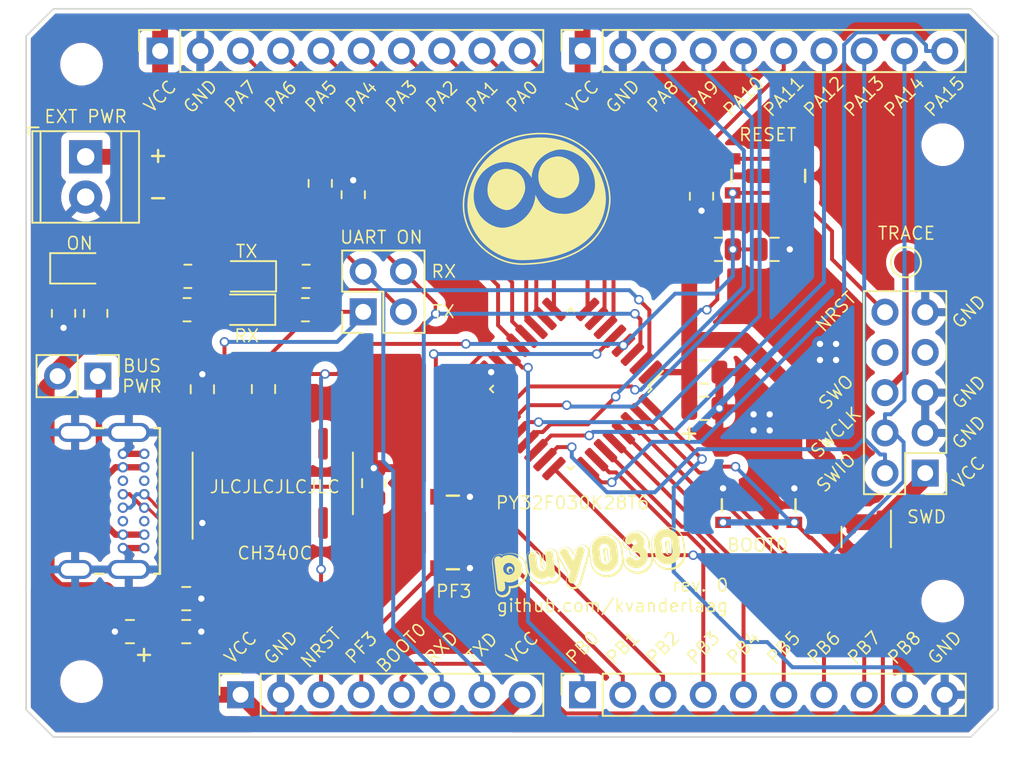
<source format=kicad_pcb>
(kicad_pcb (version 20221018) (generator pcbnew)
  (layers (0 "F.Cu" signal) (31 "B.Cu" signal) (34 "B.Paste" user) (35 "F.Paste" user) (36 "B.SilkS" user "B.Silkscreen") (37 "F.SilkS" user "F.Silkscreen") (38 "B.Mask" user) (39 "F.Mask" user) (44 "Edge.Cuts" user))
  (net 0 "")
  (net 1 "GND")
  (net 2 "Net-(U2-V3)")
  (net 3 "VCC")
  (net 4 "Net-(U2-DTR)")
  (net 5 "/NRST")
  (net 6 "Net-(D1-K)")
  (net 7 "Net-(D1-A)")
  (net 8 "Net-(D2-K)")
  (net 9 "Net-(D2-A)")
  (net 10 "Net-(J3-Pin_1)")
  (net 11 "Net-(D4-K)")
  (net 12 "Net-(D4-A)")
  (net 13 "Net-(JP1-A)")
  (net 15 "/USB_D+")
  (net 16 "/USB_D-")
  (net 20 "/PA13{slash}SWDIO")
  (net 21 "/SWO")
  (net 24 "/PA0")
  (net 25 "/PA1")
  (net 26 "/PA2")
  (net 27 "/PA3")
  (net 28 "/PA4")
  (net 29 "/PA5")
  (net 30 "/PA6")
  (net 31 "/PA7")
  (net 32 "/PA8")
  (net 33 "/PA9")
  (net 34 "/PA10")
  (net 35 "/PA11")
  (net 36 "/PA12")
  (net 37 "/PA15")
  (net 38 "/PB0")
  (net 39 "/PB1")
  (net 40 "/PB2")
  (net 41 "/PB3")
  (net 42 "/PB4")
  (net 43 "/PB5")
  (net 44 "/PB6")
  (net 45 "/PB7")
  (net 46 "/PB8")
  (net 47 "/PF3")
  (net 48 "/BOOT0")
  (net 49 "Net-(R8-Pad1)")
  (net 50 "/PY32_RX")
  (net 51 "/PY32_TX")
  (net 60 "/PY32_RXD")
  (net 61 "/PY32_TXD")
  (net 62 "/PA14{slash}SWDCLK")
  (footprint "Connector_PinSocket_2.54mm:PinSocket_1x10_P2.54mm_Vertical" (layer "F.Cu") (at 116.332 91.4908 90)
    (fp_text reference "J5" hide)
    (fp_text value "PA_HIGH")
  )
  (footprint "LED_SMD:LED_0805_2012Metric_Pad1.15x1.40mm_HandSolder" (layer "F.Cu") (at 95.0741 107.823 180)
    (fp_text reference "D1" hide)
    (fp_text value "LED")
  )
  (footprint "Puya:SW4_PTS815 SJM 250 SMTR LFS_CNK" (layer "F.Cu") (at 108.145 121.884 90)
    (fp_text reference "SW1" hide)
    (fp_text value "BTN_USR")
  )
  (footprint "Capacitor_SMD:C_0805_2012Metric" (layer "F.Cu") (at 124.018 111.76)
    (fp_text reference "C1" hide)
    (fp_text value "0.1uF")
  )
  (footprint "Capacitor_SMD:C_0805_2012Metric" (layer "F.Cu") (at 92.329 112.8458 90)
    (fp_text reference "C4" hide)
    (fp_text value "0.1uF")
  )
  (footprint "Puya:SW4_PTS815 SJM 250 SMTR LFS_CNK" (layer "F.Cu") (at 128.0566 99.373 180)
    (fp_text reference "SW3" hide)
    (fp_text value "RESET")
  )
  (footprint "Capacitor_SMD:C_0805_2012Metric" (layer "F.Cu") (at 87.757 128.143 180)
    (fp_text reference "C9" hide)
    (fp_text value "10uF")
  )
  (footprint "Puya:SW4_PTS815 SJM 250 SMTR LFS_CNK" (layer "F.Cu") (at 127.4498 120.1715 180)
    (fp_text reference "SW2" hide)
    (fp_text value "BOOT0")
  )
  (footprint "Connector_PinHeader_2.54mm:PinHeader_2x05_P2.54mm_Vertical" (layer "F.Cu") (at 137.9626 118.1377 180)
    (fp_text reference "J3" hide)
    (fp_text value "SWD")
  )
  (footprint "MountingHole:MountingHole_2.2mm_M2" (layer "F.Cu") (at 139.0702 126.2178)
    (fp_text reference "H4" hide)
    (fp_text value "MountingHole")
  )
  (footprint "Package_TO_SOT_SMD:SOT-23" (layer "F.Cu") (at 134.239 122.174 -90)
    (fp_text reference "D3" hide)
    (fp_text value "BAT54C")
  )
  (footprint "Connector_PinSocket_2.54mm:PinSocket_1x10_P2.54mm_Vertical" (layer "F.Cu") (at 116.332 132.1308 90)
    (fp_text reference "J6" hide)
    (fp_text value "PB")
  )
  (footprint "Resistor_SMD:R_0805_2012Metric" (layer "F.Cu") (at 83.566 108.0535 90)
    (fp_text reference "R10" hide)
    (fp_text value "1K")
  )
  (footprint "Resistor_SMD:R_0805_2012Metric" (layer "F.Cu") (at 91.3657 107.823 180)
    (fp_text reference "R1" hide)
    (fp_text value "1K")
  )
  (footprint "Resistor_SMD:R_0805_2012Metric" (layer "F.Cu") (at 98.8822 105.7148 180)
    (fp_text reference "R4" hide)
    (fp_text value "1K")
  )
  (footprint "Capacitor_SMD:C_0805_2012Metric" (layer "F.Cu") (at 96.1898 112.8306 90)
    (fp_text reference "C5" hide)
    (fp_text value "100nF")
  )
  (footprint "PY32F030:PY32F030K28T6-LQFP-32_7x7mm_P0.8mm" (layer "F.Cu") (at 115.5852 112.8268 -135)
    (fp_text reference "U1" hide)
    (fp_text value "PY32F030K28T6")
  )
  (footprint "Capacitor_SMD:C_0805_2012Metric" (layer "F.Cu") (at 91.313 128.143)
    (fp_text reference "C8" hide)
    (fp_text value "0.1uF")
  )
  (footprint "Resistor_SMD:R_0805_2012Metric" (layer "F.Cu") (at 99.7712 99.8493 -90)
    (fp_text reference "R5" hide)
    (fp_text value "100K")
  )
  (footprint "LED_SMD:LED_0805_2012Metric_Pad1.15x1.40mm_HandSolder" (layer "F.Cu") (at 84.582 105.2106)
    (fp_text reference "D4" hide)
    (fp_text value "PWR_LED")
  )
  (footprint "Resistor_SMD:R_0805_2012Metric" (layer "F.Cu") (at 85.598 108.0535 -90)
    (fp_text reference "R9" hide)
    (fp_text value "1K")
  )
  (footprint "Resistor_SMD:R_0805_2012Metric" (layer "F.Cu") (at 123.8402 100.6602 -90)
    (fp_text reference "R8" hide)
    (fp_text value "100R")
  )
  (footprint "Connector_PinSocket_2.54mm:PinSocket_1x08_P2.54mm_Vertical" (layer "F.Cu") (at 94.742 132.1308 90)
    (fp_text reference "J7" hide)
    (fp_text value "UART_MCU")
  )
  (footprint "Connector_PinHeader_2.54mm:PinHeader_2x02_P2.54mm_Vertical" (layer "F.Cu") (at 102.484 107.955 90)
    (fp_text reference "J2" hide)
    (fp_text value "UART_EN")
  )
  (footprint "MountingHole:MountingHole_2.2mm_M2" (layer "F.Cu") (at 84.7038 92.3238)
    (fp_text reference "H1" hide)
    (fp_text value "MountingHole")
  )
  (footprint "Puya:CONN16_USB4085-GF-A_GCT" (layer "F.Cu") (at 88.664 116.92 -90)
    (fp_text reference "J1" hide)
    (fp_text value "USB4085-GF-A")
  )
  (footprint "Connector_PinSocket_2.54mm:PinSocket_1x10_P2.54mm_Vertical" (layer "F.Cu") (at 89.662 91.4908 90)
    (fp_text reference "J4" hide)
    (fp_text value "PA_LOW")
  )
  (footprint "MountingHole:MountingHole_2.2mm_M2" (layer "F.Cu") (at 139.0702 97.4038)
    (fp_text reference "H2" hide)
    (fp_text value "MountingHole")
  )
  (footprint "LED_SMD:LED_0805_2012Metric_Pad1.15x1.40mm_HandSolder" (layer "F.Cu") (at 95.123 105.7148 180)
    (fp_text reference "D2" hide)
    (fp_text value "LED")
  )
  (footprint "Capacitor_SMD:C_0805_2012Metric" (layer "F.Cu") (at 91.313 126.0602)
    (fp_text reference "C7" hide)
    (fp_text value "0.1uF")
  )
  (footprint "Capacitor_SMD:C_0805_2012Metric" (layer "F.Cu") (at 124.018 114.046)
    (fp_text reference "C2" hide)
    (fp_text value "1uF")
  )
  (footprint "MountingHole:MountingHole_2.2mm_M2" (layer "F.Cu") (at 84.7038 131.2978)
    (fp_text reference "H3" hide)
    (fp_text value "MountingHole")
  )
  (footprint "Resistor_SMD:R_0805_2012Metric" (layer "F.Cu") (at 98.8352 107.823 180)
    (fp_text reference "R3" hide)
    (fp_text value "1K")
  )
  (footprint "Resistor_SMD:R_0805_2012Metric" (layer "F.Cu") (at 124.907 104.013)
    (fp_text reference "R7" hide)
    (fp_text value "100K")
  )
  (footprint "Resistor_SMD:R_0805_2012Metric" (layer "F.Cu") (at 91.4146 105.7148 180)
    (fp_text reference "R2" hide)
    (fp_text value "1K")
  )
  (footprint "Connector_PinHeader_2.54mm:PinHeader_1x02_P2.54mm_Vertical" (layer "F.Cu") (at 85.73 112.014 -90)
    (fp_text reference "JP1" hide)
    (fp_text value "VBUS")
  )
  (footprint "Capacitor_SMD:C_0805_2012Metric" (layer "F.Cu") (at 103.1494 118.7742 -90)
    (fp_text reference "C3" hide)
    (fp_text value "0.1uF")
  )
  (footprint "Capacitor_SMD:C_0805_2012Metric" (layer "F.Cu") (at 128.463 104.013)
    (fp_text reference "C6" hide)
    (fp_text value "100nF")
  )
  (footprint "Package_SO:SOP-16_3.9x9.9mm_P1.27mm" (layer "F.Cu") (at 96.774 118.785 90)
    (fp_text reference "U2" hide)
    (fp_text value "CH340C")
  )
  (footprint "TerminalBlock_TE-Connectivity:TerminalBlock_TE_282834-2_1x02_P2.54mm_Horizontal" (layer "F.Cu") (at 84.963 98.171 -90)
    (fp_text reference "J8" hide)
    (fp_text value "EXT_PWR")
  )
  (footprint "TestPoint:TestPoint_Pad_D1.5mm" (layer "F.Cu") (at 136.7434 104.8281 -90)
    (fp_text reference "TP1" hide)
    (fp_text value "TestPoint")
  )
  (footprint "Resistor_SMD:R_0805_2012Metric" (layer "F.Cu") (at 101.854 100.5605 90)
    (fp_text reference "R6" hide)
    (fp_text value "100K")
  )
  (gr_poly (pts (xy 111.84439 123.180545) (xy 111.90121 123.184987) (xy 111.95743 123.192629) (xy 112.013052 123.20347) (xy 112.068074 123.21751) (xy 112.122497 123.23475) (xy 112.176322 123.255188) (xy 112.229547 123.278826) (xy 112.282173 123.305663) (xy 112.3342 123.335699) (xy 112.385629 123.368934) (xy 112.436458 123.405367) (xy 112.486688 123.444999) (xy 112.536319 123.48783) (xy 112.571514 123.523846) (xy 112.60479 123.560592) (xy 112.636145 123.598071) (xy 112.66558 123.636281) (xy 112.693095 123.675224) (xy 112.71869 123.714897) (xy 112.742365 123.755303) (xy 112.764119 123.79644) (xy 112.783952 123.838309) (xy 112.801865 123.88091) (xy 112.817857 123.924243) (xy 112.831929 123.968307) (xy 112.84408 124.013103) (xy 112.854309 124.058631) (xy 112.862618 124.10489) (xy 112.869006 124.151882) (xy 112.873239 124.18887) (xy 112.878905 124.254285) (xy 112.8808 124.318844) (xy 112.878925 124.382549) (xy 112.87328 124.4454) (xy 112.863865 124.507395) (xy 112.85068 124.568535) (xy 112.833725 124.628821) (xy 112.813 124.688251) (xy 112.788506 124.746827) (xy 112.760242 124.804547) (xy 112.728209 124.861412) (xy 112.692406 124.917421) (xy 112.652834 124.972575) (xy 112.609492 125.026873) (xy 112.562381 125.080316) (xy 112.511501 125.132903) (xy 112.478252 125.161433) (xy 112.444345 125.188444) (xy 112.409781 125.213935) (xy 112.374559 125.237907) (xy 112.338681 125.260359) (xy 112.302145 125.281293) (xy 112.264951 125.300707) (xy 112.227101 125.318601) (xy 112.188593 125.334977) (xy 112.149427 125.349833) (xy 112.109604 125.36317) (xy 112.069124 125.374987) (xy 112.027987 125.385286) (xy 111.986193 125.394065) (xy 111.943741 125.401324) (xy 111.900631 125.407065) (xy 111.882182 125.408186) (xy 111.864932 125.409051) (xy 111.848884 125.40966) (xy 111.834036 125.410015) (xy 111.820388 125.410117) (xy 111.807941 125.409967) (xy 111.796695 125.409566) (xy 111.786649 125.408917) (xy 111.791729 125.453261) (xy 111.793587 125.474536) (xy 111.794279 125.495858) (xy 111.793805 125.517225) (xy 111.792166 125.538639) (xy 111.789362 125.560098) (xy 111.785392 125.581603) (xy 111.780256 125.603154) (xy 111.773955 125.624751) (xy 111.76649 125.646393) (xy 111.757859 125.668082) (xy 111.748063 125.689816) (xy 111.737102 125.711597) (xy 111.724976 125.733423) (xy 111.711685 125.755295) (xy 111.697229 125.777213) (xy 111.681609 125.799177) (xy 111.661473 125.820333) (xy 111.641902 125.839787) (xy 111.632329 125.848875) (xy 111.622897 125.857537) (xy 111.613606 125.865774) (xy 111.604457 125.873585) (xy 111.595449 125.880969) (xy 111.586583 125.887928) (xy 111.577858 125.89446) (xy 111.569274 125.900566) (xy 111.560832 125.906246) (xy 111.552531 125.9115) (xy 111.544371 125.916326) (xy 111.536353 125.920727) (xy 111.513736 125.931219) (xy 111.492042 125.940551) (xy 111.471271 125.948724) (xy 111.451422 125.955738) (xy 111.432496 125.961593) (xy 111.414493 125.966291) (xy 111.405837 125.968205) (xy 111.397412 125.969831) (xy 111.389218 125.971167) (xy 111.381254 125.972215) (xy 111.329502 125.978141) (xy 111.309123 125.979922) (xy 111.288646 125.980602) (xy 111.268072 125.980181) (xy 111.2474 125.978658) (xy 111.226631 125.976035) (xy 111.205764 125.97231) (xy 111.184801 125.967485) (xy 111.16374 125.961559) (xy 111.142583 125.954532) (xy 111.12133 125.946404) (xy 111.099979 125.937176) (xy 111.078533 125.926848) (xy 111.05699 125.915419) (xy 111.035352 125.90289) (xy 111.013618 125.88926) (xy 110.991788 125.87453) (xy 110.974903 125.858139) (xy 110.958936 125.841964) (xy 110.943887 125.826007) (xy 110.929755 125.810266) (xy 110.916541 125.794741) (xy 110.904244 125.779434) (xy 110.892865 125.764343) (xy 110.882402 125.749468) (xy 110.872857 125.73481) (xy 110.864229 125.720369) (xy 110.856518 125.706143) (xy 110.849724 125.692134) (xy 110.843846 125.678341) (xy 110.838886 125.664764) (xy 110.834842 125.651403) (xy 110.831715 125.638258) (xy 110.82849 125.629283) (xy 110.825562 125.620338) (xy 110.822931 125.611421) (xy 110.820596 125.602532) (xy 110.818555 125.593671) (xy 110.81681 125.584836) (xy 110.815358 125.576027) (xy 110.814199 125.567244) (xy 110.608406 123.772575) (xy 110.60704 123.757434) (xy 110.606375 123.742038) (xy 110.606411 123.726384) (xy 110.607148 123.710474) (xy 110.608586 123.694307) (xy 110.609044 123.690795) (xy 110.652748 123.690795) (xy 110.653159 123.709696) (xy 110.654306 123.728895) (xy 110.65619 123.748392) (xy 110.852881 125.463527) (xy 110.857762 125.497219) (xy 110.864507 125.529438) (xy 110.873117 125.560184) (xy 110.88359 125.589457) (xy 110.895928 125.617257) (xy 110.910131 125.643585) (xy 110.926198 125.66844) (xy 110.944129 125.691823) (xy 110.963926 125.713733) (xy 110.985587 125.734172) (xy 111.009113 125.753139) (xy 111.034504 125.770634) (xy 111.06176 125.786657) (xy 111.09088 125.801209) (xy 111.121867 125.81429) (xy 111.154718 125.8259) (xy 111.17321 125.829926) (xy 111.191143 125.833194) (xy 111.208517 125.835706) (xy 111.225335 125.837462) (xy 111.241597 125.838465) (xy 111.257305 125.838714) (xy 111.264952 125.838557) (xy 111.27246 125.838212) (xy 111.27983 125.83768) (xy 111.287063 125.83696) (xy 111.298175 125.83569) (xy 111.298864 125.835625) (xy 111.299542 125.835591) (xy 111.300208 125.835586) (xy 111.300863 125.835612) (xy 111.301507 125.835668) (xy 111.302138 125.835755) (xy 111.302759 125.835872) (xy 111.303367 125.83602) (xy 111.303964 125.8362) (xy 111.304549 125.83641) (xy 111.305122 125.836652) (xy 111.305683 125.836925) (xy 111.306232 125.83723) (xy 111.306769 125.837566) (xy 111.307294 125.837935) (xy 111.307806 125.838335) (xy 111.308231 125.837833) (xy 111.308672 125.837358) (xy 111.309129 125.83691) (xy 111.309603 125.83649) (xy 111.310094 125.836097) (xy 111.310602 125.835731) (xy 111.311127 125.835392) (xy 111.311669 125.835081) (xy 111.312228 125.834797) (xy 111.312805 125.83454) (xy 111.3134 125.834311) (xy 111.314012 125.834109) (xy 111.314642 125.833934) (xy 111.315291 125.833786) (xy 111.315958 125.833666) (xy 111.316643 125.833573) (xy 111.329607 125.832092) (xy 111.350208 125.829093) (xy 111.370436 125.824881) (xy 111.390291 125.819454) (xy 111.409775 125.812813) (xy 111.428885 125.804957) (xy 111.447623 125.795886) (xy 111.465987 125.785601) (xy 111.483979 125.774102) (xy 111.501597 125.761387) (xy 111.518841 125.747458) (xy 111.535712 125.732313) (xy 111.55221 125.715954) (xy 111.568333 125.698379) (xy 111.584082 125.679589) (xy 111.599457 125.659584) (xy 111.614458 125.638364) (xy 111.622697 125.623232) (xy 111.630271 125.607898) (xy 111.637178 125.592365) (xy 111.643419 125.57663) (xy 111.648994 125.560694) (xy 111.653902 125.544557) (xy 111.658144 125.52822) (xy 111.661719 125.511681) (xy 111.664628 125.494942) (xy 111.66687 125.478001) (xy 111.668445 125.46086) (xy 111.669353 125.443518) (xy 111.669595 125.425975) (xy 111.669169 125.408231) (xy 111.668076 125.390286) (xy 111.666316 125.37214) (xy 111.654251 125.266783) (xy 111.65568 125.262867) (xy 111.682501 125.265938) (xy 111.70883 125.268246) (xy 111.734665 125.269791) (xy 111.760005 125.270573) (xy 111.784849 125.270594) (xy 111.809196 125.269855) (xy 111.833044 125.268355) (xy 111.856393 125.266095) (xy 111.918362 125.257242) (xy 111.978578 125.24511) (xy 112.037043 125.229698) (xy 112.093755 125.211006) (xy 112.148715 125.189034) (xy 112.201922 125.163782) (xy 112.253378 125.135249) (xy 112.303082 125.103436) (xy 112.351034 125.068341) (xy 112.397235 125.029965) (xy 112.441683 124.988308) (xy 112.484381 124.943369) (xy 112.525326 124.895147) (xy 112.56452 124.843644) (xy 112.601963 124.788858) (xy 112.637655 124.73079) (xy 112.6556 124.695489) (xy 112.672091 124.659871) (xy 112.687127 124.623937) (xy 112.700707 124.587688) (xy 112.712833 124.551122) (xy 112.723503 124.51424) (xy 112.732718 124.477043) (xy 112.740478 124.43953) (xy 112.746783 124.401701) (xy 112.751631 124.363557) (xy 112.755025 124.325097) (xy 112.756963 124.286322) (xy 112.757444 124.247232) (xy 112.756471 124.207826) (xy 112.754041 124.168105) (xy 112.750155 124.128069) (xy 112.748885 124.116957) (xy 112.74107 124.061031) (xy 112.730602 124.006464) (xy 112.71748 123.953255) (xy 112.701706 123.901404) (xy 112.683278 123.850911) (xy 112.662198 123.801776) (xy 112.638464 123.753999) (xy 112.612076 123.70758) (xy 112.583035 123.662519) (xy 112.55134 123.618817) (xy 112.516992 123.576472) (xy 112.47999 123.535485) (xy 112.440334 123.495857) (xy 112.398025 123.457586) (xy 112.353061 123.420674) (xy 112.305444 123.385119) (xy 112.266213 123.359682) (xy 112.226667 123.336212) (xy 112.186804 123.31471) (xy 112.146625 123.295177) (xy 112.10613 123.277611) (xy 112.06532 123.262013) (xy 112.024193 123.248383) (xy 111.982751 123.236721) (xy 111.940993 123.227027) (xy 111.89892 123.2193) (xy 111.856531 123.21354) (xy 111.813827 123.209748) (xy 111.770808 123.207923) (xy 111.727473 123.208065) (xy 111.683823 123.210175) (xy 111.639858 123.214252) (xy 111.630598 123.21531) (xy 111.62991 123.215381) (xy 111.629236 123.215436) (xy 111.628575 123.215475) (xy 111.627927 123.215498) (xy 111.627292 123.215505) (xy 111.62667 123.215496) (xy 111.626061 123.21547) (xy 111.625465 123.215429) (xy 111.62488 123.215371) (xy 111.624308 123.215297) (xy 111.623749 123.215207) (xy 111.623201 123.215101) (xy 111.622665 123.214979) (xy 111.62214 123.214841) (xy 111.621627 123.214687) (xy 111.621125 123.214516) (xy 111.619793 123.215104) (xy 111.618456 123.215636) (xy 111.617112 123.216113) (xy 111.615761 123.216533) (xy 111.615083 123.216722) (xy 111.614403 123.216897) (xy 111.613721 123.217057) (xy 111.613037 123.217202) (xy 111.61235 123.217333) (xy 111.611662 123.21745) (xy 111.610971 123.217551) (xy 111.610278 123.217638) (xy 111.597313 123.21912) (xy 111.577148 123.221758) (xy 111.556856 123.22507) (xy 111.536438 123.229056) (xy 111.515892 123.233715) (xy 111.49522 123.239047) (xy 111.47442 123.245053) (xy 111.453493 123.251732) (xy 111.432438 123.259085) (xy 111.411255 123.267111) (xy 111.389945 123.275811) (xy 111.368506 123.285184) (xy 111.346939 123.29523) (xy 111.325244 123.30595) (xy 111.303421 123.317344) (xy 111.281468 123.329411) (xy 111.259387 123.342151) (xy 111.245452 123.333544) (xy 111.231447 123.325604) (xy 111.217373 123.31833) (xy 111.203229 123.311721) (xy 111.189016 123.30578) (xy 111.174734 123.300504) (xy 111.160382 123.295895) (xy 111.14596 123.291953) (xy 111.131469 123.288677) (xy 111.116909 123.286068) (xy 111.102279 123.284126) (xy 111.08758 123.28285) (xy 111.072811 123.282242) (xy 111.057973 123.282301) (xy 111.043065 123.283026) (xy 111.028088 123.284419) (xy 111.016976 123.285689) (xy 111.016754 123.285701) (xy 111.016544 123.285699) (xy 111.016444 123.285692) (xy 111.016347 123.285681) (xy 111.016253 123.285667) (xy 111.016162 123.285648) (xy 111.016074 123.285626) (xy 111.01599 123.2856) (xy 111.015908 123.285571) (xy 111.01583 123.285537) (xy 111.015754 123.2855) (xy 111.015682 123.285459) (xy 111.015613 123.285414) (xy 111.015547 123.285365) (xy 111.015484 123.285312) (xy 111.015424 123.285255) (xy 111.015368 123.285195) (xy 111.015314 123.28513) (xy 111.015263 123.285062) (xy 111.015216 123.28499) (xy 111.015172 123.284913) (xy 111.01513 123.284833) (xy 111.015092 123.284749) (xy 111.015057 123.284661) (xy 111.015025 123.284569) (xy 111.014996 123.284473) (xy 111.014971 123.284373) (xy 111.014948 123.284269) (xy 111.014912 123.284048) (xy 111.01142 123.286324) (xy 110.994804 123.288229) (xy 110.974435 123.291161) (xy 110.954444 123.295233) (xy 110.934832 123.300447) (xy 110.915599 123.306802) (xy 110.896745 123.314298) (xy 110.878269 123.322935) (xy 110.860173 123.332713) (xy 110.842457 123.343632) (xy 110.825119 123.355692) (xy 110.808162 123.368894) (xy 110.791584 123.383236) (xy 110.775386 123.398719) (xy 110.759569 123.415343) (xy 110.744132 123.433108) (xy 110.729075 123.452014) (xy 110.714398 123.472061) (xy 110.705241 123.487111) (xy 110.696819 123.502457) (xy 110.689133 123.518098) (xy 110.682183 123.534035) (xy 110.675968 123.550267) (xy 110.670489 123.566796) (xy 110.665747 123.58362) (xy 110.66174 123.600741) (xy 110.658469 123.618159) (xy 110.655934 123.635872) (xy 110.654136 123.653883) (xy 110.653074 123.67219) (xy 110.652748 123.690795) (xy 110.609044 123.690795) (xy 110.610726 123.677883) (xy 110.613568 123.661202) (xy 110.617111 123.644265) (xy 110.621357 123.627071) (xy 110.626304 123.60962) (xy 110.631954 123.591913) (xy 110.638306 123.573949) (xy 110.645361 123.555728) (xy 110.653118 123.53725) (xy 110.661579 123.518516) (xy 110.670742 123.499525) (xy 110.682252 123.481469) (xy 110.694319 123.464051) (xy 110.706943 123.447273) (xy 110.720123 123.431132) (xy 110.733859 123.415631) (xy 110.748152 123.400767) (xy 110.763002 123.386542) (xy 110.778408 123.372955) (xy 110.79437 123.360006) (xy 110.810888 123.347695) (xy 110.827963 123.336022) (xy 110.845593 123.324987) (xy 110.863779 123.314589) (xy 110.882521 123.30483) (xy 110.901819 123.295708) (xy 110.921673 123.287223) (xy 110.936546 123.282007) (xy 110.950606 123.277352) (xy 110.963854 123.273258) (xy 110.97629 123.269727) (xy 110.987915 123.26676) (xy 110.998729 123.264356) (xy 111.008733 123.262516) (xy 111.017929 123.261241) (xy 111.017928 123.261241) (xy 111.058568 123.256585) (xy 111.073163 123.255189) (xy 111.087838 123.254357) (xy 111.102591 123.254087) (xy 111.117424 123.25438) (xy 111.132336 123.255236) (xy 111.147327 123.256653) (xy 111.162396 123.258633) (xy 111.177545 123.261175) (xy 111.192772 123.264279) (xy 111.208078 123.267944) (xy 111.223463 123.272171) (xy 111.238926 123.276959) (xy 111.254467 123.282309) (xy 111.270087 123.288219) (xy 111.285785 123.29469) (xy 111.301562 123.301723) (xy 111.321808 123.290555) (xy 111.342105 123.279954) (xy 111.362452 123.269918) (xy 111.382851 123.260447) (xy 111.4033 123.251541) (xy 111.423799 123.243201) (xy 111.444348 123.235425) (xy 111.464948 123.228215) (xy 111.485599 123.221569) (xy 111.506299 123.215489) (xy 111.527049 123.209973) (xy 111.54785 123.205021) (xy 111.5687 123.200635) (xy 111.5896 123.196813) (xy 111.61055 123.193555) (xy 111.63155 123.190862) (xy 111.670338 123.186417) (xy 111.728954 123.18126) (xy 111.786972 123.179303)) (fill solid) (layer "F.SilkS"))
  (gr_poly (pts (xy 119.683798 121.890705) (xy 119.720707 121.894922) (xy 119.757138 121.901608) (xy 119.793093 121.910763) (xy 119.82857 121.922387) (xy 119.86357 121.936479) (xy 119.898092 121.95304) (xy 119.932137 121.97207) (xy 119.965704 121.993568) (xy 119.998793 122.017535) (xy 120.031404 122.04397) (xy 120.063537 122.072874) (xy 120.095191 122.104245) (xy 120.126367 122.138085) (xy 120.13932 122.156068) (xy 120.151589 122.174218) (xy 120.163173 122.192535) (xy 120.174073 122.211019) (xy 120.184289 122.22967) (xy 120.193822 122.248488) (xy 120.20267 122.267472) (xy 120.210835 122.286622) (xy 120.218317 122.305939) (xy 120.225116 122.325421) (xy 120.231231 122.34507) (xy 120.236664 122.364884) (xy 120.241413 122.384864) (xy 120.245481 122.405009) (xy 120.248865 122.42532) (xy 120.251568 122.445795) (xy 120.253935 122.470202) (xy 120.25542 122.494447) (xy 120.256023 122.518531) (xy 120.255745 122.542453) (xy 120.254585 122.566213) (xy 120.252543 122.589811) (xy 120.249619 122.613247) (xy 120.245813 122.63652) (xy 120.241126 122.659631) (xy 120.235556 122.68258) (xy 120.229105 122.705366) (xy 120.221772 122.727988) (xy 120.213558 122.750448) (xy 120.204461 122.772745) (xy 120.194483 122.794878) (xy 120.183623 122.816847) (xy 120.183835 122.818699) (xy 120.212439 122.842686) (xy 120.239474 122.86754) (xy 120.26494 122.893259) (xy 120.288838 122.919844) (xy 120.311166 122.947296) (xy 120.331926 122.975614) (xy 120.351117 123.004799) (xy 120.368739 123.03485) (xy 120.384792 123.065769) (xy 120.399276 123.097554) (xy 120.412191 123.130207) (xy 120.423537 123.163727) (xy 120.433314 123.198115) (xy 120.441523 123.23337) (xy 120.448163 123.269494) (xy 120.453233 123.306485) (xy 120.453445 123.308337) (xy 120.457422 123.353713) (xy 120.458855 123.398341) (xy 120.457745 123.442221) (xy 120.45409 123.485354) (xy 120.447892 123.527739) (xy 120.43915 123.569377) (xy 120.427865 123.610267) (xy 120.414035 123.65041) (xy 120.397662 123.689806) (xy 120.378746 123.728454) (xy 120.357285 123.766356) (xy 120.333281 123.80351) (xy 120.306733 123.839918) (xy 120.277642 123.875579) (xy 120.246007 123.910492) (xy 120.211828 123.94466) (xy 120.189979 123.963716) (xy 120.16769 123.981755) (xy 120.144963 123.998776) (xy 120.121798 124.014779) (xy 120.098193 124.029765) (xy 120.07415 124.043733) (xy 120.049668 124.056683) (xy 120.024748 124.068617) (xy 119.999389 124.079534) (xy 119.973592 124.089433) (xy 119.947356 124.098316) (xy 119.920683 124.106183) (xy 119.893571 124.113033) (xy 119.866021 124.118867) (xy 119.838034 124.123685) (xy 119.809608 124.127487) (xy 119.767145 124.131258) (xy 119.725243 124.13277) (xy 119.683901 124.132023) (xy 119.643119 124.129016) (xy 119.602899 124.123751) (xy 119.563238 124.116226) (xy 119.524139 124.106443) (xy 119.4856 124.094401) (xy 119.447621 124.0801) (xy 119.410203 124.063541) (xy 119.373346 124.044724) (xy 119.337049 124.023649) (xy 119.301313 124.000317) (xy 119.266138 123.974726) (xy 119.231523 123.946878) (xy 119.197468 123.916773) (xy 119.183521 123.901929) (xy 119.170394 123.887342) (xy 119.158086 123.873012) (xy 119.146598 123.858939) (xy 119.13593 123.845123) (xy 119.12608 123.831564) (xy 119.117051 123.818262) (xy 119.10884 123.805218) (xy 119.101448 123.792431) (xy 119.094876 123.779901) (xy 119.089123 123.767629) (xy 119.084188 123.755614) (xy 119.080073 123.743857) (xy 119.076776 123.732358) (xy 119.074298 123.721117) (xy 119.072639 123.710133) (xy 119.070734 123.693518) (xy 119.069367 123.67634) (xy 119.069235 123.659476) (xy 119.070339 123.642923) (xy 119.072678 123.626684) (xy 119.076253 123.610757) (xy 119.081062 123.595142) (xy 119.087107 123.57984) (xy 119.094388 123.564851) (xy 119.102903 123.550174) (xy 119.112654 123.535809) (xy 119.12364 123.521757) (xy 119.135861 123.508018) (xy 119.149318 123.494591) (xy 119.16401 123.481477) (xy 119.179937 123.468675) (xy 119.197099 123.456186) (xy 119.209707 123.449903) (xy 119.221932 123.44431) (xy 119.233772 123.439406) (xy 119.239548 123.437212) (xy 119.245227 123.435192) (xy 119.250809 123.433343) (xy 119.256294 123.431667) (xy 119.261682 123.430163) (xy 119.266974 123.428832) (xy 119.272167 123.427673) (xy 119.277263 123.426686) (xy 119.282262 123.425872) (xy 119.287163 123.42523) (xy 119.306575 123.423647) (xy 119.325541 123.423404) (xy 119.34406 123.4245) (xy 119.362133 123.426935) (xy 119.37976 123.430709) (xy 119.396941 123.435821) (xy 119.413676 123.442272) (xy 119.429965 123.450061) (xy 119.445808 123.459189) (xy 119.461206 123.469654) (xy 119.476157 123.481458) (xy 119.490663 123.494599) (xy 119.504723 123.509078) (xy 119.518338 123.524894) (xy 119.531508 123.542047) (xy 119.544232 123.560538) (xy 119.554715 123.570906) (xy 119.565445 123.580498) (xy 119.576424 123.589316) (xy 119.58765 123.597358) (xy 119.599125 123.604625) (xy 119.610848 123.611117) (xy 119.622818 123.616834) (xy 119.635037 123.621776) (xy 119.647504 123.625942) (xy 119.660219 123.629334) (xy 119.673182 123.63195) (xy 119.686392 123.633791) (xy 119.699851 123.634857) (xy 119.713558 123.635148) (xy 119.727514 123.634663) (xy 119.741717 123.633404) (xy 119.754629 123.631922) (xy 119.772537 123.629225) (xy 119.78123 123.627423) (xy 119.78975 123.62532) (xy 119.798095 123.622914) (xy 119.806267 123.620206) (xy 119.814265 123.617197) (xy 119.822089 123.613885) (xy 119.829739 123.610272) (xy 119.837216 123.606357) (xy 119.844519 123.602139) (xy 119.851648 123.59762) (xy 119.858603 123.592799) (xy 119.865385 123.587677) (xy 119.871993 123.582252) (xy 119.878427 123.576525) (xy 119.884688 123.570497) (xy 119.890775 123.564167) (xy 119.902428 123.550601) (xy 119.913388 123.535828) (xy 119.923653 123.519847) (xy 119.933224 123.50266) (xy 119.942102 123.484266) (xy 119.950285 123.464664) (xy 119.957776 123.443856) (xy 119.959366 123.430941) (xy 119.960641 123.418824) (xy 119.9616 123.407505) (xy 119.962241 123.396986) (xy 119.962562 123.387265) (xy 119.962561 123.378342) (xy 119.962237 123.370219) (xy 119.961587 123.362894) (xy 119.958926 123.344975) (xy 119.955113 123.327731) (xy 119.950146 123.311161) (xy 119.944026 123.295265) (xy 119.940534 123.28757) (xy 119.936754 123.280043) (xy 119.932685 123.272685) (xy 119.928329 123.265495) (xy 119.923684 123.258474) (xy 119.918751 123.251621) (xy 119.908021 123.238421) (xy 119.896139 123.225894) (xy 119.883105 123.21404) (xy 119.868919 123.202859) (xy 119.853582 123.192352) (xy 119.837093 123.182517) (xy 119.819452 123.173355) (xy 119.80066 123.164865) (xy 119.780717 123.157048) (xy 119.775209 123.15587) (xy 119.769282 123.154856) (xy 119.762936 123.154005) (xy 119.75617 123.153319) (xy 119.748984 123.152798) (xy 119.741379 123.15244) (xy 119.733354 123.152248) (xy 119.72491 123.15222) (xy 119.716046 123.152357) (xy 119.706761 123.152659) (xy 119.686933 123.153759) (xy 119.665424 123.155522) (xy 119.642234 123.157948) (xy 119.632546 123.156554) (xy 119.622951 123.154812) (xy 119.613446 123.152724) (xy 119.604034 123.150288) (xy 119.594713 123.147505) (xy 119.585483 123.144375) (xy 119.576344 123.140897) (xy 119.567297 123.137072) (xy 119.558341 123.1329) (xy 119.549476 123.128381) (xy 119.540702 123.123514) (xy 119.532019 123.1183) (xy 119.523427 123.112739) (xy 119.514926 123.10683) (xy 119.506515 123.100574) (xy 119.498195 123.093971) (xy 119.489789 123.085928) (xy 119.481836 123.077613) (xy 119.474335 123.069026) (xy 119.467287 123.060168) (xy 119.46069 123.051039) (xy 119.454546 123.041639) (xy 119.448853 123.031967) (xy 119.443611 123.022025) (xy 119.438822 123.011811) (xy 119.434483 123.001327) (xy 119.430596 122.990571) (xy 119.427159 122.979545) (xy 119.424174 122.968248) (xy 119.421639 122.956681) (xy 119.419555 122.944843) (xy 119.417921 122.932734) (xy 119.416347 122.913568) (xy 119.416072 122.894882) (xy 119.417096 122.876678) (xy 119.419418 122.858954) (xy 119.423038 122.84171) (xy 119.427956 122.824948) (xy 119.434172 122.808665) (xy 119.441687 122.792862) (xy 119.450499 122.77754) (xy 119.460609 122.762697) (xy 119.472017 122.748334) (xy 119.484722 122.734451) (xy 119.498725 122.721047) (xy 119.514026 122.708122) (xy 119.530624 122.695676) (xy 119.548519 122.683709) (xy 119.559532 122.678936) (xy 119.570308 122.674659) (xy 119.580847 122.670877) (xy 119.59115 122.667589) (xy 119.601217 122.664795) (xy 119.611049 122.662493) (xy 119.620647 122.660684) (xy 119.63001 122.659367) (xy 119.654034 122.656615) (xy 119.657487 122.656149) (xy 119.660908 122.655543) (xy 119.664299 122.654798) (xy 119.66766 122.653914) (xy 119.670989 122.652891) (xy 119.674288 122.651729) (xy 119.677556 122.650427) (xy 119.680794 122.648986) (xy 119.684 122.647406) (xy 119.687176 122.645687) (xy 119.693437 122.641832) (xy 119.699574 122.63742) (xy 119.705588 122.632452) (xy 119.71148 122.626928) (xy 119.717249 122.620848) (xy 119.722895 122.614211) (xy 119.728418 122.607018) (xy 119.733819 122.59927) (xy 119.739097 122.590966) (xy 119.744252 122.582105) (xy 119.749284 122.57269) (xy 119.750702 122.569222) (xy 119.752 122.565727) (xy 119.753178 122.562202) (xy 119.754235 122.558648) (xy 119.755171 122.555066) (xy 119.755986 122.551454) (xy 119.756681 122.547812) (xy 119.757255 122.544141) (xy 119.757708 122.54044) (xy 119.75804 122.536709) (xy 119.758251 122.532948) (xy 119.75834 122.529157) (xy 119.758309 122.525336) (xy 119.758156 122.521484) (xy 119.757882 122.517601) (xy 119.757486 122.513687) (xy 119.756428 122.504427) (xy 119.755699 122.498947) (xy 119.754784 122.493591) (xy 119.753681 122.488358) (xy 119.752392 122.483249) (xy 119.750916 122.478263) (xy 119.749252 122.473401) (xy 119.747402 122.468663) (xy 119.745365 122.464047) (xy 119.743141 122.459556) (xy 119.740729 122.455188) (xy 119.738131 122.450944) (xy 119.735346 122.446824) (xy 119.732374 122.442827) (xy 119.729215 122.438955) (xy 119.725869 122.435206) (xy 119.722336 122.431581) (xy 119.718616 122.428079) (xy 119.714709 122.424702) (xy 119.710616 122.421449) (xy 119.706335 122.418319) (xy 119.701867 122.415314) (xy 119.697212 122.412432) (xy 119.69237 122.409675) (xy 119.687342 122.407041) (xy 119.676723 122.402147) (xy 119.665357 122.397749) (xy 119.653243 122.393848) (xy 119.640381 122.390445) (xy 119.634451 122.389794) (xy 119.629002 122.389271) (xy 119.624035 122.388874) (xy 119.619552 122.388599) (xy 119.615553 122.388446) (xy 119.612037 122.388413) (xy 119.609007 122.388498) (xy 119.606462 122.388698) (xy 119.594931 122.390415) (xy 119.583892 122.392865) (xy 119.578558 122.394366) (xy 119.573347 122.39605) (xy 119.568258 122.397917) (xy 119.563294 122.399968) (xy 119.558452 122.402202) (xy 119.553733 122.40462) (xy 119.549138 122.407221) (xy 119.544667 122.410005) (xy 119.540318 122.412973) (xy 119.536093 122.416123) (xy 119.531991 122.419458) (xy 119.528013 122.422975) (xy 119.524158 122.426676) (xy 119.520426 122.43056) (xy 119.516818 122.434627) (xy 119.513334 122.438877) (xy 119.506735 122.447927) (xy 119.50063 122.45771) (xy 119.49502 122.468225) (xy 119.489904 122.479472) (xy 119.485282 122.491451) (xy 119.481155 122.504162) (xy 119.472641 122.51965) (xy 119.463589 122.534263) (xy 119.453998 122.548002) (xy 119.443868 122.560866) (xy 119.4332 122.572856) (xy 119.421993 122.583972) (xy 119.410248 122.594213) (xy 119.397964 122.60358) (xy 119.385141 122.612072) (xy 119.371779 122.61969) (xy 119.357877 122.626434) (xy 119.343437 122.632303) (xy 119.328458 122.637299) (xy 119.312939 122.641419) (xy 119.296881 122.644665) (xy 119.280283 122.647037) (xy 119.266708 122.648197) (xy 119.253229 122.648541) (xy 119.239845 122.648068) (xy 119.226557 122.64678) (xy 119.213365 122.644675) (xy 119.200269 122.641754) (xy 119.187268 122.638017) (xy 119.174364 122.633464) (xy 119.161556 122.628095) (xy 119.148844 122.62191) (xy 119.136228 122.614909) (xy 119.123709 122.607092) (xy 119.111286 122.598459) (xy 119.09896 122.589009) (xy 119.08673 122.578744) (xy 119.074597 122.567662) (xy 119.067816 122.559975) (xy 119.061403 122.552172) (xy 119.055358 122.544254) (xy 119.049682 122.536221) (xy 119.044372 122.528073) (xy 119.039431 122.51981) (xy 119.034857 122.511432) (xy 119.03065 122.502939) (xy 119.02681 122.494331) (xy 119.023337 122.485609) (xy 119.020231 122.476772) (xy 119.017492 122.467821) (xy 119.015119 122.458756) (xy 119.013112 122.449576) (xy 119.011472 122.440281) (xy 119.010197 122.430873) (xy 119.008716 122.417908) (xy 119.007694 122.404518) (xy 119.007644 122.390678) (xy 119.008567 122.37639) (xy 119.010462 122.361653) (xy 119.013329 122.346468) (xy 119.017169 122.330835) (xy 119.021981 122.314753) (xy 119.027766 122.298224) (xy 119.034522 122.281247) (xy 119.042252 122.263823) (xy 119.050953 122.245951) (xy 119.060627 122.227632) (xy 119.071273 122.208865) (xy 119.082891 122.189652) (xy 119.095482 122.169992) (xy 119.109045 122.149885) (xy 119.122772 122.133421) (xy 119.136427 122.117624) (xy 119.150012 122.102494) (xy 119.163527 122.088032) (xy 119.176971 122.074236) (xy 119.190345 122.061107) (xy 119.203649 122.048644) (xy 119.216883 122.036849) (xy 119.230046 122.02572) (xy 119.24314 122.015257) (xy 119.256164 122.005462) (xy 119.269117 121.996332) (xy 119.282002 121.987869) (xy 119.294816 121.980072) (xy 119.307561 121.972941) (xy 119.320236 121.966476) (xy 119.347809 121.952784) (xy 119.374847 121.940559) (xy 119.388165 121.934996) (xy 119.40135 121.929799) (xy 119.414401 121.924969) (xy 119.427319 121.920505) (xy 119.440104 121.916406) (xy 119.452755 121.912674) (xy 119.465273 121.909307) (xy 119.477659 121.906305) (xy 119.489911 121.903669) (xy 119.50203 121.901397) (xy 119.514016 121.899491) (xy 119.52587 121.897949) (xy 119.525869 121.897949) (xy 119.570213 121.892869) (xy 119.608551 121.889679) (xy 119.646413 121.888957)) (fill solid) (layer "F.SilkS"))
  (gr_poly (pts (xy 111.633 98.933) (xy 111.737883 98.947428) (xy 111.846504 98.971516) (xy 111.956845 99.006092) (xy 112.012028 99.027569) (xy 112.066884 99.051978) (xy 112.121159 99.079422) (xy 112.174602 99.110003) (xy 112.226959 99.143824) (xy 112.277978 99.18099) (xy 112.327407 99.221603) (xy 112.374993 99.265766) (xy 112.420483 99.313582) (xy 112.463626 99.365155) (xy 112.504168 99.420588) (xy 112.541857 99.479985) (xy 112.576441 99.543447) (xy 112.607667 99.611079) (xy 112.635282 99.682983) (xy 112.659034 99.759264) (xy 112.678671 99.840023) (xy 112.69394 99.925365) (xy 112.704588 100.015392) (xy 112.710363 100.110207) (xy 112.710259 100.153878) (xy 112.707163 100.200222) (xy 112.692269 100.299881) (xy 112.666223 100.407088) (xy 112.629567 100.519748) (xy 112.582843 100.635767) (xy 112.526593 100.753049) (xy 112.461359 100.869499) (xy 112.387684 100.983021) (xy 112.306109 101.091521) (xy 112.217176 101.192904) (xy 112.17012 101.240272) (xy 112.121428 101.285074) (xy 112.071167 101.32705) (xy 112.019406 101.365937) (xy 111.966212 101.401473) (xy 111.911653 101.433396) (xy 111.855797 101.461445) (xy 111.79871 101.485358) (xy 111.740463 101.504872) (xy 111.681121 101.519726) (xy 111.620752 101.529658) (xy 111.559425 101.534406) (xy 111.499462 101.532296) (xy 111.427786 101.522209) (xy 111.346431 101.503868) (xy 111.257432 101.476995) (xy 111.162824 101.441312) (xy 111.06464 101.396543) (xy 110.964914 101.342409) (xy 110.865681 101.278634) (xy 110.816885 101.243043) (xy 110.768975 101.204938) (xy 110.722206 101.164284) (xy 110.676831 101.121047) (xy 110.633105 101.07519) (xy 110.591282 101.02668) (xy 110.551616 100.975482) (xy 110.514362 100.921562) (xy 110.479774 100.864884) (xy 110.448106 100.805414) (xy 110.419613 100.743118) (xy 110.394548 100.67796) (xy 110.373167 100.609906) (xy 110.355723 100.538921) (xy 110.34247 100.46497) (xy 110.333664 100.38802) (xy 110.327939 100.266279) (xy 110.330984 100.14487) (xy 110.342919 100.024611) (xy 110.363862 99.906325) (xy 110.393931 99.790832) (xy 110.433246 99.678951) (xy 110.456407 99.624623) (xy 110.481924 99.571505) (xy 110.509812 99.519701) (xy 110.540085 99.469314) (xy 110.572759 99.420445) (xy 110.607847 99.373197) (xy 110.645366 99.327674) (xy 110.68533 99.283977) (xy 110.727753 99.242209) (xy 110.772651 99.202473) (xy 110.820038 99.164871) (xy 110.869929 99.129507) (xy 110.922339 99.096481) (xy 110.977283 99.065898) (xy 111.034776 99.037859) (xy 111.094832 99.012468) (xy 111.157466 98.989826) (xy 111.222694 98.970037) (xy 111.290529 98.953203) (xy 111.360988 98.939426) (xy 111.442533 98.929825) (xy 111.533877 98.927407)) (fill solid) (layer "F.SilkS"))
  (gr_poly (pts (xy 114.247726 123.018484) (xy 114.265352 123.021069) (xy 114.282534 123.025023) (xy 114.299272 123.030344) (xy 114.315566 123.037033) (xy 114.331417 123.04509) (xy 114.346825 123.054515) (xy 114.36179 123.065308) (xy 114.376311 123.07747) (xy 114.390389 123.090999) (xy 114.404024 123.105896) (xy 114.417216 123.122161) (xy 114.429965 123.139794) (xy 114.442271 123.158795) (xy 114.446073 123.168999) (xy 114.449504 123.179016) (xy 114.452562 123.188843) (xy 114.455249 123.198482) (xy 114.457563 123.207933) (xy 114.459505 123.217195) (xy 114.461076 123.226269) (xy 114.462274 123.235154) (xy 114.604725 124.477161) (xy 114.60623 124.495886) (xy 114.606397 124.514179) (xy 114.605228 124.532041) (xy 114.602721 124.549471) (xy 114.598878 124.56647) (xy 114.593697 124.583037) (xy 114.58718 124.599172) (xy 114.579325 124.614876) (xy 114.570134 124.630148) (xy 114.559606 124.644989) (xy 114.54774 124.659398) (xy 114.534538 124.673376) (xy 114.519999 124.686921) (xy 114.504122 124.700036) (xy 114.486909 124.712718) (xy 114.468359 124.724969) (xy 114.456974 124.729791) (xy 114.445996 124.734097) (xy 114.435426 124.737887) (xy 114.425265 124.741162) (xy 114.415513 124.74392) (xy 114.406171 124.746162) (xy 114.39724 124.747889) (xy 114.388719 124.749099) (xy 114.374051 124.750205) (xy 114.366802 124.750315) (xy 114.359611 124.750129) (xy 114.352478 124.749647) (xy 114.345402 124.74887) (xy 114.338383 124.747798) (xy 114.331422 124.74643) (xy 114.324518 124.744766) (xy 114.317671 124.742807) (xy 114.310882 124.740552) (xy 114.304151 124.738001) (xy 114.29086 124.732014) (xy 114.2778 124.724844) (xy 114.264969 124.716491) (xy 114.252369 124.706956) (xy 114.239998 124.696238) (xy 114.227859 124.684337) (xy 114.215949 124.671253) (xy 114.20427 124.656986) (xy 114.192821 124.641537) (xy 114.181603 124.624904) (xy 114.162986 124.644952) (xy 114.144064 124.663879) (xy 114.124837 124.681687) (xy 114.105305 124.698375) (xy 114.085468 124.713942) (xy 114.065327 124.728389) (xy 114.044881 124.741715) (xy 114.02413 124.753921) (xy 114.003075 124.765007) (xy 113.981715 124.774972) (xy 113.960051 124.783816) (xy 113.938083 124.791539) (xy 113.915811 124.798142) (xy 113.893235 124.803623) (xy 113.870354 124.807984) (xy 113.84717 124.811223) (xy 113.799904 124.815129) (xy 113.753275 124.815934) (xy 113.707284 124.813636) (xy 113.66193 124.808237) (xy 113.617215 124.799736) (xy 113.573138 124.788133) (xy 113.5297 124.773428) (xy 113.4869 124.755621) (xy 113.444739 124.734713) (xy 113.403217 124.710702) (xy 113.362334 124.68359) (xy 113.32209 124.653376) (xy 113.282485 124.62006) (xy 113.24352 124.583643) (xy 113.205194 124.544123) (xy 113.167508 124.501502) (xy 113.148725 124.476099) (xy 113.130912 124.450233) (xy 113.114069 124.423905) (xy 113.098196 124.397114) (xy 113.083293 124.369861) (xy 113.069362 124.342144) (xy 113.056401 124.313966) (xy 113.044411 124.285324) (xy 113.033392 124.25622) (xy 113.023345 124.226654) (xy 113.014268 124.196625) (xy 113.006164 124.166133) (xy 112.999031 124.135178) (xy 112.99287 124.103761) (xy 112.987681 124.071882) (xy 112.983464 124.03954) (xy 112.910757 123.405545) (xy 112.90936 123.388612) (xy 112.909097 123.372002) (xy 112.90997 123.355716) (xy 112.911977 123.339753) (xy 112.915119 123.324114) (xy 112.919396 123.308799) (xy 112.924808 123.293808) (xy 112.931354 123.27914) (xy 112.939036 123.264796) (xy 112.947852 123.250776) (xy 112.957803 123.23708) (xy 112.968889 123.223707) (xy 112.98111 123.210658) (xy 112.994465 123.197932) (xy 113.008955 123.185531) (xy 113.02458 123.173453) (xy 113.029827 123.169901) (xy 113.035167 123.166529) (xy 113.040601 123.163337) (xy 113.04613 123.160325) (xy 113.051752 123.157492) (xy 113.057469 123.154839) (xy 113.063279 123.152365) (xy 113.069183 123.15007) (xy 113.07518 123.147954) (xy 113.081271 123.146018) (xy 113.087456 123.144261) (xy 113.093733 123.142682) (xy 113.100105 123.141283) (xy 113.106569 123.140062) (xy 113.113127 123.13902) (xy 113.119778 123.138157) (xy 113.140098 123.135829) (xy 113.157258 123.134442) (xy 113.174071 123.134249) (xy 113.190537 123.135251) (xy 113.206656 123.137448) (xy 113.222428 123.14084) (xy 113.237854 123.145426) (xy 113.252934 123.151209) (xy 113.267667 123.158186) (xy 113.282054 123.166359) (xy 113.296096 123.175728) (xy 113.309792 123.186293) (xy 113.323142 123.198054) (xy 113.336147 123.211011) (xy 113.348806 123.225164) (xy 113.361121 123.240514) (xy 113.37309 123.257061) (xy 113.376216 123.262557) (xy 113.379182 123.268069) (xy 113.38199 123.2736) (xy 113.384639 123.279148) (xy 113.38713 123.284714) (xy 113.389461 123.290297) (xy 113.391634 123.295898) (xy 113.393648 123.301518) (xy 113.395504 123.307155) (xy 113.3972 123.31281) (xy 113.398738 123.318483) (xy 113.400117 123.324175) (xy 113.401338 123.329885) (xy 113.402399 123.335613) (xy 113.403302 123.34136) (xy 113.404046 123.347125) (xy 113.468869 123.912698) (xy 113.471982 123.937822) (xy 113.475428 123.961896) (xy 113.479206 123.984922) (xy 113.483316 124.006899) (xy 113.48776 124.027828) (xy 113.492536 124.047709) (xy 113.497645 124.066542) (xy 113.503086 124.084327) (xy 113.508861 124.101065) (xy 113.514969 124.116756) (xy 113.52141 124.1314) (xy 113.528185 124.144997) (xy 113.535292 124.157548) (xy 113.542733 124.169052) (xy 113.550508 124.179511) (xy 113.558616 124.188923) (xy 113.572371 124.205932) (xy 113.586194 124.221735) (xy 113.600083 124.236332) (xy 113.614039 124.249723) (xy 113.628061 124.261908) (xy 113.64215 124.272887) (xy 113.656306 124.282659) (xy 113.670528 124.291225) (xy 113.684816 124.298584) (xy 113.699171 124.304736) (xy 113.713592 124.30968) (xy 113.728079 124.313418) (xy 113.735347 124.314834) (xy 113.742632 124.315949) (xy 113.749933 124.316761) (xy 113.757251 124.317271) (xy 113.764585 124.31748) (xy 113.771936 124.317387) (xy 113.779303 124.316991) (xy 113.786687 124.316294) (xy 113.812563 124.313331) (xy 113.821049 124.312167) (xy 113.829414 124.310641) (xy 113.837656 124.308753) (xy 113.845776 124.306502) (xy 113.853774 124.303888) (xy 113.86165 124.300912) (xy 113.869404 124.297574) (xy 113.877036 124.293873) (xy 113.884546 124.289809) (xy 113.891933 124.285383) (xy 113.899199 124.280595) (xy 113.906342 124.275444) (xy 113.913364 124.26993) (xy 113.920263 124.264054) (xy 113.92704 124.257815) (xy 113.933696 124.251213) (xy 113.940229 124.244249) (xy 113.94664 124.236922) (xy 113.959097 124.221181) (xy 113.971066 124.203989) (xy 113.982547 124.185346) (xy 113.99354 124.165252) (xy 114.004046 124.143708) (xy 114.014064 124.120713) (xy 114.023595 124.096266) (xy 114.026729 124.08602) (xy 114.029525 124.075242) (xy 114.031983 124.063933) (xy 114.034101 124.052093) (xy 114.035881 124.039723) (xy 114.037321 124.02682) (xy 114.038423 124.013387) (xy 114.039185 123.999422) (xy 114.039608 123.984926) (xy 114.039692 123.969898) (xy 114.039437 123.954339) (xy 114.038842 123.938248) (xy 114.037908 123.921625) (xy 114.036634 123.904471) (xy 114.03502 123.886784) (xy 114.033067 123.868566) (xy 113.966339 123.286377) (xy 113.964915 123.268533) (xy 113.964791 123.251038) (xy 113.965966 123.233891) (xy 113.968441 123.217092) (xy 113.972214 123.200643) (xy 113.977287 123.184541) (xy 113.983659 123.168788) (xy 113.991329 123.153384) (xy 114.000297 123.138328) (xy 114.010564 123.123621) (xy 114.02213 123.109262) (xy 114.034993 123.095252) (xy 114.049154 123.08159) (xy 114.064613 123.068277) (xy 114.08137 123.055312) (xy 114.099424 123.042696) (xy 114.110477 123.03835) (xy 114.121291 123.034441) (xy 114.131863 123.030971) (xy 114.142194 123.027939) (xy 114.152282 123.025345) (xy 114.162126 123.023192) (xy 114.171724 123.021478) (xy 114.181075 123.020206) (xy 114.192187 123.018936) (xy 114.211144 123.017417) (xy 114.229657 123.017267)) (fill solid) (layer "F.SilkS"))
  (gr_poly (pts (xy 119.778768 121.762801) (xy 119.82467 121.766703) (xy 119.870089 121.773278) (xy 119.915024 121.782528) (xy 119.959475 121.794452) (xy 120.003442 121.809049) (xy 120.046926 121.826321) (xy 120.089926 121.846266) (xy 120.132443 121.868886) (xy 120.174476 121.894179) (xy 120.216025 121.922146) (xy 120.25709 121.952787) (xy 120.297672 121.986103) (xy 120.33777 122.022092) (xy 120.363992 122.049083) (xy 120.388803 122.076776) (xy 120.412203 122.105172) (xy 120.434191 122.13427) (xy 120.454767 122.164071) (xy 120.473933 122.194574) (xy 120.491686 122.22578) (xy 120.508029 122.25769) (xy 120.52296 122.290302) (xy 120.53648 122.323618) (xy 120.548588 122.357638) (xy 120.559285 122.392361) (xy 120.568571 122.427788) (xy 120.576445 122.463919) (xy 120.582908 122.500754) (xy 120.587959 122.538294) (xy 120.588807 122.545702) (xy 120.590886 122.565822) (xy 120.5925 122.58598) (xy 120.59365 122.606175) (xy 120.594335 122.626408) (xy 120.594555 122.646679) (xy 120.594311 122.666988) (xy 120.593603 122.687335) (xy 120.592432 122.70772) (xy 120.590796 122.728143) (xy 120.588696 122.748605) (xy 120.586133 122.769106) (xy 120.583107 122.789646) (xy 120.579617 122.810225) (xy 120.575664 122.830843) (xy 120.571249 122.851501) (xy 120.56637 122.872198) (xy 120.589627 122.900991) (xy 120.611631 122.930102) (xy 120.632385 122.959531) (xy 120.651888 122.989278) (xy 120.670139 123.019342) (xy 120.68714 123.049726) (xy 120.702889 123.080427) (xy 120.717388 123.111447) (xy 120.730636 123.142786) (xy 120.742633 123.174444) (xy 120.753379 123.206421) (xy 120.762875 123.238717) (xy 120.771121 123.271332) (xy 120.778116 123.304267) (xy 120.783861 123.337522) (xy 120.788356 123.371096) (xy 120.793224 123.413588) (xy 120.798011 123.468012) (xy 120.799812 123.521784) (xy 120.798627 123.574904) (xy 120.794454 123.627373) (xy 120.787296 123.679191) (xy 120.777151 123.730356) (xy 120.764019 123.780869) (xy 120.747901 123.83073) (xy 120.728796 123.879939) (xy 120.706705 123.928495) (xy 120.681628 123.976399) (xy 120.653564 124.02365) (xy 120.622513 124.070247) (xy 120.588477 124.116192) (xy 120.551453 124.161483) (xy 120.511443 124.206121) (xy 120.480661 124.235505) (xy 120.449255 124.263293) (xy 120.417226 124.289485) (xy 120.384574 124.31408) (xy 120.351298 124.337079) (xy 120.317399 124.358481) (xy 120.282877 124.378287) (xy 120.247733 124.396496) (xy 120.211965 124.413108) (xy 120.175576 124.428123) (xy 120.138564 124.441541) (xy 120.10093 124.453362) (xy 120.062674 124.463586) (xy 120.023797 124.472213) (xy 119.984297 124.479242) (xy 119.944176 124.484674) (xy 119.894276 124.49039) (xy 119.863872 124.493256) (xy 119.833182 124.494912) (xy 119.802207 124.495356) (xy 119.770947 124.494588) (xy 119.739402 124.49261) (xy 119.707571 124.48942) (xy 119.675455 124.48502) (xy 119.643054 124.479409) (xy 119.610368 124.472588) (xy 119.577396 124.464557) (xy 119.544139 124.455315) (xy 119.510597 124.444863) (xy 119.47677 124.433201) (xy 119.442657 124.42033) (xy 119.408259 124.406249) (xy 119.373576 124.390959) (xy 119.362252 124.385198) (xy 119.350624 124.378946) (xy 119.338692 124.372204) (xy 119.326456 124.364972) (xy 119.301072 124.349036) (xy 119.27447 124.331137) (xy 119.24665 124.311273) (xy 119.217612 124.289443) (xy 119.187355 124.265647) (xy 119.155878 124.239882) (xy 119.13034 124.214929) (xy 119.106293 124.190213) (xy 119.083736 124.165736) (xy 119.062671 124.141498) (xy 119.043095 124.117497) (xy 119.02501 124.093736) (xy 119.008415 124.070213) (xy 118.993311 124.046928) (xy 118.979697 124.023882) (xy 118.967572 124.001075) (xy 118.956938 123.978507) (xy 118.947793 123.956178) (xy 118.940139 123.934088) (xy 118.933974 123.912238) (xy 118.929299 123.890626) (xy 118.926113 123.869254) (xy 118.92188 123.832265) (xy 118.919913 123.810111) (xy 118.91909 123.788001) (xy 118.919412 123.765934) (xy 118.92088 123.743911) (xy 118.923493 123.721932) (xy 118.927251 123.699997) (xy 118.932155 123.678105) (xy 118.938205 123.656257) (xy 118.945401 123.634454) (xy 118.953743 123.612694) (xy 118.963231 123.590979) (xy 118.973866 123.569308) (xy 118.985647 123.547681) (xy 118.998575 123.526099) (xy 119.01265 123.504561) (xy 119.027872 123.483068) (xy 119.045809 123.463323) (xy 119.06402 123.444688) (xy 119.082505 123.427162) (xy 119.101265 123.410747) (xy 119.120298 123.395442) (xy 119.139605 123.381247) (xy 119.159187 123.368162) (xy 119.179042 123.356187) (xy 119.199172 123.345322) (xy 119.219576 123.335567) (xy 119.240254 123.326922) (xy 119.261205 123.319387) (xy 119.282431 123.312962) (xy 119.303931 123.307647) (xy 119.325706 123.303442) (xy 119.347754 123.300347) (xy 119.347542 123.298495) (xy 119.339806 123.286419) (xy 119.332456 123.274124) (xy 119.325489 123.261609) (xy 119.318907 123.248875) (xy 119.31271 123.235922) (xy 119.306897 123.222748) (xy 119.301469 123.209356) (xy 119.296425 123.195744) (xy 119.291765 123.181912) (xy 119.28749 123.167861) (xy 119.283599 123.15359) (xy 119.280093 123.1391) (xy 119.276971 123.12439) (xy 119.274234 123.10946) (xy 119.271882 123.094312) (xy 119.269913 123.078943) (xy 119.267546 123.05019) (xy 119.266653 123.037806) (xy 119.265851 123.025164) (xy 119.265245 123.013173) (xy 119.26494 123.002743) (xy 119.241037 122.997175) (xy 119.217806 122.990827) (xy 119.195247 122.9837) (xy 119.17336 122.975795) (xy 119.152145 122.96711) (xy 119.131602 122.957646) (xy 119.11173 122.947402) (xy 119.092531 122.936379) (xy 119.074003 122.924577) (xy 119.056146 122.911995) (xy 119.038961 122.898633) (xy 119.022447 122.884492) (xy 119.006604 122.869571) (xy 118.991433 122.85387) (xy 118.976933 122.837389) (xy 118.963103 122.820128) (xy 118.952643 122.806057) (xy 118.942733 122.791806) (xy 118.933374 122.777374) (xy 118.924566 122.76276) (xy 118.916307 122.747966) (xy 118.908599 122.732992) (xy 118.901442 122.717837) (xy 118.894834 122.702501) (xy 118.888776 122.686984) (xy 118.883269 122.671288) (xy 118.878311 122.655411) (xy 118.873903 122.639354) (xy 118.870045 122.623117) (xy 118.866736 122.606699) (xy 118.863978 122.590102) (xy 118.861768 122.573325) (xy 118.860075 122.558561) (xy 118.858013 122.533638) (xy 118.8575 122.508319) (xy 118.858538 122.482604) (xy 118.861125 122.456493) (xy 118.861467 122.4543) (xy 118.902108 122.4543) (xy 118.902451 122.479696) (xy 118.90447 122.504797) (xy 118.907496 122.526503) (xy 118.911534 122.547727) (xy 118.916584 122.568468) (xy 118.922647 122.588727) (xy 118.929721 122.608504) (xy 118.937807 122.627799) (xy 118.946906 122.646612) (xy 118.957016 122.664943) (xy 118.968138 122.682792) (xy 118.980273 122.70016) (xy 118.993419 122.717045) (xy 119.007578 122.73345) (xy 119.022748 122.749372) (xy 119.038931 122.764813) (xy 119.056126 122.779773) (xy 119.074332 122.794252) (xy 119.085523 122.802146) (xy 119.097088 122.809616) (xy 119.109028 122.816662) (xy 119.121342 122.823284) (xy 119.134031 122.829482) (xy 119.147094 122.835256) (xy 119.160532 122.840607) (xy 119.174345 122.845534) (xy 119.188532 122.850038) (xy 119.203094 122.854118) (xy 119.21803 122.857775) (xy 119.233341 122.861008) (xy 119.249026 122.863819) (xy 119.265086 122.866206) (xy 119.28152 122.86817) (xy 119.298329 122.869711) (xy 119.301023 122.869432) (xy 119.30355 122.86923) (xy 119.30591 122.869105) (xy 119.308103 122.869057) (xy 119.310128 122.869086) (xy 119.311987 122.869193) (xy 119.313678 122.869377) (xy 119.315203 122.869638) (xy 119.316561 122.869977) (xy 119.317752 122.870393) (xy 119.318776 122.870888) (xy 119.319634 122.871459) (xy 119.320325 122.872109) (xy 119.320609 122.872463) (xy 119.32085 122.872837) (xy 119.32105 122.87323) (xy 119.321209 122.873642) (xy 119.321401 122.874526) (xy 119.317814 122.89308) (xy 119.314952 122.911317) (xy 119.312816 122.929235) (xy 119.311406 122.946837) (xy 119.310723 122.964121) (xy 119.310767 122.981087) (xy 119.311539 122.997736) (xy 119.31304 123.014067) (xy 119.317301 123.043351) (xy 119.323257 123.071592) (xy 119.330908 123.09879) (xy 119.340255 123.124944) (xy 119.351296 123.150056) (xy 119.364033 123.174125) (xy 119.378464 123.19715) (xy 119.394591 123.219133) (xy 119.412412 123.240072) (xy 119.431928 123.259969) (xy 119.453139 123.278822) (xy 119.476044 123.296632) (xy 119.500643 123.3134) (xy 119.526937 123.329124) (xy 119.554926 123.343805) (xy 119.584608 123.357444) (xy 119.608403 123.363923) (xy 119.631369 123.369271) (xy 119.653506 123.373487) (xy 119.664262 123.375172) (xy 119.674812 123.376573) (xy 119.685153 123.377692) (xy 119.695286 123.378528) (xy 119.705212 123.379081) (xy 119.71493 123.379351) (xy 119.72444 123.379339) (xy 119.733741 123.379044) (xy 119.742834 123.378466) (xy 119.75172 123.377605) (xy 119.783099 123.374006) (xy 119.785746 123.37377) (xy 119.788369 123.373675) (xy 119.790968 123.373723) (xy 119.793542 123.373912) (xy 119.796092 123.374243) (xy 119.798619 123.374717) (xy 119.801121 123.375332) (xy 119.803599 123.376089) (xy 119.806052 123.376988) (xy 119.808482 123.378029) (xy 119.810888 123.379212) (xy 119.813269 123.380537) (xy 119.815627 123.382004) (xy 119.81796 123.383613) (xy 119.82027 123.385363) (xy 119.822555 123.387256) (xy 119.824816 123.38929) (xy 119.827054 123.391466) (xy 119.829267 123.393784) (xy 119.831456 123.396243) (xy 119.833622 123.398845) (xy 119.835763 123.401588) (xy 119.839974 123.4075) (xy 119.844089 123.413979) (xy 119.848108 123.421026) (xy 119.852031 123.428639) (xy 119.855859 123.436819) (xy 119.856918 123.446026) (xy 119.857238 123.449358) (xy 119.857425 123.452646) (xy 119.857479 123.45589) (xy 119.8574 123.459091) (xy 119.857187 123.462248) (xy 119.856841 123.465362) (xy 119.856361 123.468432) (xy 119.855749 123.471458) (xy 119.855003 123.474441) (xy 119.854125 123.477381) (xy 119.853113 123.480277) (xy 119.851968 123.48313) (xy 119.85069 123.485939) (xy 119.849278 123.488705) (xy 119.847734 123.491428) (xy 119.846057 123.494107) (xy 119.844247 123.496744) (xy 119.842303 123.499337) (xy 119.840227 123.501886) (xy 119.838018 123.504393) (xy 119.8332 123.509277) (xy 119.827852 123.513988) (xy 119.821971 123.518528) (xy 119.81556 123.522896) (xy 119.808617 123.527092) (xy 119.801144 123.531116) (xy 119.778972 123.533656) (xy 119.775866 123.533946) (xy 119.772788 123.534101) (xy 119.769739 123.534121) (xy 119.766718 123.534006) (xy 119.763726 123.533756) (xy 119.760763 123.533371) (xy 119.757827 123.532851) (xy 119.754921 123.532197) (xy 119.752043 123.531407) (xy 119.749194 123.530483) (xy 119.746373 123.529423) (xy 119.74358 123.528229) (xy 119.740816 123.526899) (xy 119.738081 123.525435) (xy 119.735374 123.523835) (xy 119.732696 123.5221) (xy 119.730046 123.520231) (xy 119.727425 123.518226) (xy 119.722268 123.513812) (xy 119.717225 123.508857) (xy 119.712297 123.503362) (xy 119.707482 123.497327) (xy 119.702782 123.490751) (xy 119.698195 123.483634) (xy 119.693723 123.475977) (xy 119.682408 123.462104) (xy 119.670449 123.44886) (xy 119.657845 123.436247) (xy 119.644598 123.424264) (xy 119.630707 123.412911) (xy 119.616171 123.402188) (xy 119.60099 123.392095) (xy 119.585165 123.382632) (xy 119.568694 123.373799) (xy 119.551579 123.365596) (xy 119.533818 123.358023) (xy 119.515412 123.35108) (xy 119.496361 123.344768) (xy 119.476664 123.339085) (xy 119.456321 123.334032) (xy 119.435332 123.32961) (xy 119.419486 123.327908) (xy 119.404216 123.326612) (xy 119.389519 123.325722) (xy 119.375397 123.325237) (xy 119.361847 123.325157) (xy 119.34887 123.32548) (xy 119.336464 123.326206) (xy 119.32463 123.327334) (xy 119.301561 123.330626) (xy 119.279029 123.335143) (xy 119.257032 123.340885) (xy 119.235571 123.347853) (xy 119.214645 123.356046) (xy 119.194256 123.365464) (xy 119.174402 123.376108) (xy 119.155084 123.387977) (xy 119.136302 123.401071) (xy 119.118056 123.415391) (xy 119.100346 123.430936) (xy 119.083171 123.447706) (xy 119.066532 123.465702) (xy 119.050429 123.484923) (xy 119.034862 123.50537) (xy 119.01983 123.527042) (xy 119.01166 123.542774) (xy 119.004134 123.558519) (xy 118.997253 123.574277) (xy 118.991017 123.590047) (xy 118.985426 123.605831) (xy 118.98048 123.621627) (xy 118.976179 123.637438) (xy 118.972523 123.653261) (xy 118.969511 123.669098) (xy 118.967145 123.684949) (xy 118.965424 123.700814) (xy 118.964347 123.716693) (xy 118.963915 123.732587) (xy 118.964129 123.748494) (xy 118.964987 123.764417) (xy 118.96649 123.780354) (xy 118.97085 123.808709) (xy 118.977419 123.836943) (xy 118.986199 123.865055) (xy 118.997189 123.893046) (xy 119.010388 123.920916) (xy 119.025798 123.948663) (xy 119.043418 123.97629) (xy 119.063249 124.003794) (xy 119.085289 124.031177) (xy 119.109539 124.058439) (xy 119.136 124.085579) (xy 119.16467 124.112598) (xy 119.195551 124.139495) (xy 119.228642 124.16627) (xy 119.263942 124.192924) (xy 119.301453 124.219456) (xy 119.336685 124.238773) (xy 119.371775 124.256599) (xy 119.406723 124.272934) (xy 119.44153 124.287778) (xy 119.476196 124.301132) (xy 119.51072 124.312995) (xy 119.545103 124.323367) (xy 119.579345 124.332248) (xy 119.613445 124.339639) (xy 119.647404 124.345538) (xy 119.681221 124.349947) (xy 119.714898 124.352866) (xy 119.748432 124.354293) (xy 119.781825 124.35423) (xy 119.815077 124.352676) (xy 119.848188 124.349631) (xy 119.8611 124.34815) (xy 119.862262 124.348025) (xy 119.863427 124.347931) (xy 119.864594 124.347866) (xy 119.865764 124.347831) (xy 119.866937 124.347825) (xy 119.868112 124.347849) (xy 119.869291 124.347902) (xy 119.870473 124.347984) (xy 119.871657 124.348095) (xy 119.872845 124.348236) (xy 119.874036 124.348405) (xy 119.875231 124.348603) (xy 119.876429 124.34883) (xy 119.877631 124.349086) (xy 119.878836 124.349371) (xy 119.880044 124.349684) (xy 119.881147 124.349112) (xy 119.882254 124.348568) (xy 119.883365 124.348051) (xy 119.884478 124.347562) (xy 119.885596 124.347101) (xy 119.886716 124.346668) (xy 119.88784 124.346264) (xy 119.888967 124.345887) (xy 119.890097 124.345539) (xy 119.891231 124.34522) (xy 119.892367 124.34493) (xy 119.893506 124.344668) (xy 119.894648 124.344436) (xy 119.895792 124.344233) (xy 119.896939 124.34406) (xy 119.898089 124.343916) (xy 119.903645 124.343281) (xy 119.948704 124.336922) (xy 119.992858 124.328282) (xy 120.036106 124.317361) (xy 120.078449 124.304159) (xy 120.119888 124.288677) (xy 120.160421 124.270913) (xy 120.200049 124.250869) (xy 120.238773 124.228544) (xy 120.276592 124.203939) (xy 120.313506 124.177052) (xy 120.349515 124.147885) (xy 120.38462 124.116437) (xy 120.418821 124.082708) (xy 120.452117 124.046699) (xy 120.484509 124.008408) (xy 120.515997 123.967837) (xy 120.539209 123.932969) (xy 120.560606 123.897578) (xy 120.580187 123.861665) (xy 120.597952 123.825229) (xy 120.613901 123.788271) (xy 120.628035 123.750791) (xy 120.640353 123.712788) (xy 120.650855 123.674262) (xy 120.659542 123.635214) (xy 120.666412 123.595642) (xy 120.671468 123.555548) (xy 120.674707 123.514931) (xy 120.676131 123.473791) (xy 120.675739 123.432127) (xy 120.673531 123.389941) (xy 120.669508 123.347231) (xy 120.66464 123.310802) (xy 120.658451 123.274977) (xy 120.650939 123.239757) (xy 120.642107 123.205141) (xy 120.631953 123.17113) (xy 120.620478 123.137723) (xy 120.607682 123.104922) (xy 120.593566 123.072725) (xy 120.57813 123.041134) (xy 120.561374 123.010148) (xy 120.543298 122.979768) (xy 120.523902 122.949993) (xy 120.503188 122.920825) (xy 120.481154 122.892262) (xy 120.457801 122.864305) (xy 120.43313 122.836955) (xy 120.432442 122.831399) (xy 120.438939 122.81092) (xy 120.444856 122.79036) (xy 120.450195 122.76972) (xy 120.454954 122.748999) (xy 120.459133 122.728199) (xy 120.462733 122.707319) (xy 120.465753 122.686359) (xy 120.468194 122.66532) (xy 120.470054 122.644201) (xy 120.471335 122.623003) (xy 120.472036 122.601726) (xy 120.472157 122.580371) (xy 120.471697 122.558936) (xy 120.470657 122.537423) (xy 120.469037 122.515831) (xy 120.466837 122.494161) (xy 120.459534 122.443396) (xy 120.449451 122.394151) (xy 120.436589 122.346425) (xy 120.420946 122.300217) (xy 120.402523 122.255529) (xy 120.38132 122.21236) (xy 120.357336 122.170709) (xy 120.33057 122.130577) (xy 120.301024 122.091964) (xy 120.268696 122.05487) (xy 120.233586 122.019293) (xy 120.195695 121.985236) (xy 120.155021 121.952697) (xy 120.111565 121.921676) (xy 120.065326 121.892173) (xy 120.016305 121.864188) (xy 119.990231 121.853117) (xy 119.96426 121.842943) (xy 119.93839 121.833665) (xy 119.912622 121.825283) (xy 119.886956 121.817797) (xy 119.861392 121.811207) (xy 119.835931 121.805513) (xy 119.810571 121.800715) (xy 119.785314 121.796812) (xy 119.76016 121.793804) (xy 119.735107 121.791691) (xy 119.710158 121.790474) (xy 119.685311 121.790151) (xy 119.660567 121.790723) (xy 119.635925 121.792189) (xy 119.611387 121.79455) (xy 119.59657 121.796243) (xy 119.595882 121.796314) (xy 119.595208 121.79637) (xy 119.594547 121.796409) (xy 119.593899 121.796432) (xy 119.593264 121.796438) (xy 119.592643 121.796429) (xy 119.592033 121.796404) (xy 119.591437 121.796362) (xy 119.590853 121.796305) (xy 119.590281 121.796231) (xy 119.589721 121.796141) (xy 119.589173 121.796035) (xy 119.588637 121.795913) (xy 119.588113 121.795774) (xy 119.5876 121.79562) (xy 119.587098 121.795449) (xy 119.586662 121.795722) (xy 119.58621 121.795983) (xy 119.58574 121.796232) (xy 119.585253 121.79647) (xy 119.584749 121.796696) (xy 119.584228 121.79691) (xy 119.58369 121.797112) (xy 119.583135 121.797301) (xy 119.582564 121.797479) (xy 119.581976 121.797644) (xy 119.581371 121.797796) (xy 119.58075 121.797935) (xy 119.580113 121.798061) (xy 119.579459 121.798174) (xy 119.578788 121.798274) (xy 119.578102 121.79836) (xy 119.578101 121.79836) (xy 119.5781 121.79836) (xy 119.578098 121.79836) (xy 119.561482 121.800265) (xy 119.528164 121.80491) (xy 119.495221 121.811164) (xy 119.462654 121.819029) (xy 119.430463 121.828504) (xy 119.398647 121.839588) (xy 119.367207 121.852283) (xy 119.336142 121.866589) (xy 119.305452 121.882504) (xy 119.275137 121.90003) (xy 119.245197 121.919167) (xy 119.215633 121.939914) (xy 119.186443 121.962272) (xy 119.157628 121.986241) (xy 119.129188 122.01182) (xy 119.101123 122.03901) (xy 119.073432 122.067812) (xy 119.05029 122.097331) (xy 119.028826 122.126557) (xy 119.009039 122.155488) (xy 118.990931 122.184125) (xy 118.9745 122.212468) (xy 118.959747 122.240516) (xy 118.946671 122.268271) (xy 118.935273 122.29573) (xy 118.925553 122.322896) (xy 118.917509 122.349766) (xy 118.911144 122.376342) (xy 118.906455 122.402623) (xy 118.903443 122.428609) (xy 118.902108 122.4543) (xy 118.861467 122.4543) (xy 118.865262 122.429986) (xy 118.870949 122.403082) (xy 118.878184 122.375782) (xy 118.88697 122.348085) (xy 118.897304 122.319991) (xy 118.909187 122.2915) (xy 118.922619 122.262612) (xy 118.937599 122.233327) (xy 118.954128 122.203644) (xy 118.972205 122.173563) (xy 118.991831 122.143085) (xy 119.013004 122.112209) (xy 119.026778 122.09542) (xy 119.040634 122.079104) (xy 119.054574 122.063263) (xy 119.068597 122.047894) (xy 119.082702 122.033) (xy 119.096891 122.018578) (xy 119.111163 122.00463) (xy 119.125518 121.991155) (xy 119.139957 121.978154) (xy 119.154478 121.965625) (xy 119.169082 121.953569) (xy 119.18377 121.941987) (xy 119.19854 121.930877) (xy 119.213394 121.92024) (xy 119.22833 121.910075) (xy 119.24335 121.900383) (xy 119.266256 121.887107) (xy 119.288936 121.874542) (xy 119.31139 121.86269) (xy 119.333619 121.85155) (xy 119.355621 121.841122) (xy 119.377397 121.831407) (xy 119.398947 121.822405) (xy 119.42027 121.814116) (xy 119.441368 121.80654) (xy 119.462238 121.799677) (xy 119.482883 121.793528) (xy 119.5033 121.788093) (xy 119.523492 121.783371) (xy 119.543456 121.779363) (xy 119.563193 121.776069) (xy 119.582704 121.773489) (xy 119.582702 121.773489) (xy 119.638159 121.767139) (xy 119.685512 121.763019) (xy 119.732382 121.761573)) (fill solid) (layer "F.SilkS"))
  (gr_poly (pts (xy 116.238837 122.784964) (xy 116.253547 122.786762) (xy 116.268038 122.78958) (xy 116.28231 122.793416) (xy 116.296363 122.798272) (xy 116.310197 122.804147) (xy 116.323812 122.811041) (xy 116.337208 122.818956) (xy 116.350386 122.827889) (xy 116.363345 122.837843) (xy 116.376085 122.848817) (xy 116.388606 122.860811) (xy 116.40091 122.873826) (xy 116.412995 122.887861) (xy 116.417749 122.895707) (xy 116.422249 122.903508) (xy 116.426495 122.911265) (xy 116.430488 122.918977) (xy 116.434226 122.926645) (xy 116.43771 122.934268) (xy 116.440941 122.941848) (xy 116.443918 122.949383) (xy 116.446641 122.956875) (xy 116.449111 122.964322) (xy 116.451327 122.971726) (xy 116.45329 122.979085) (xy 116.454999 122.986401) (xy 116.456455 122.993674) (xy 116.457658 123.000902) (xy 116.458608 123.008088) (xy 116.459242 123.016102) (xy 116.459395 123.024903) (xy 116.459068 123.034491) (xy 116.45826 123.044867) (xy 116.456973 123.056031) (xy 116.455205 123.067981) (xy 116.452957 123.080718) (xy 116.450228 123.094243) (xy 116.447018 123.108554) (xy 116.443328 123.123652) (xy 116.439157 123.139537) (xy 116.434506 123.156209) (xy 116.429373 123.173667) (xy 116.42376 123.191912) (xy 116.411089 123.230761) (xy 115.899015 124.954151) (xy 115.891701 124.970411) (xy 115.883712 124.985752) (xy 115.875048 125.000176) (xy 115.865707 125.013683) (xy 115.85569 125.026272) (xy 115.850428 125.032223) (xy 115.844997 125.037944) (xy 115.839398 125.043436) (xy 115.833629 125.048698) (xy 115.827691 125.053732) (xy 115.821584 125.058536) (xy 115.815308 125.06311) (xy 115.808864 125.067456) (xy 115.80225 125.071572) (xy 115.795467 125.075459) (xy 115.788516 125.079116) (xy 115.781395 125.082545) (xy 115.766647 125.088714) (xy 115.751223 125.093966) (xy 115.735122 125.098302) (xy 115.718346 125.10172) (xy 115.700894 125.104223) (xy 115.685072 125.105581) (xy 115.669494 125.106004) (xy 115.65416 125.105492) (xy 115.639071 125.104045) (xy 115.624226 125.101663) (xy 115.609626 125.098347) (xy 115.595269 125.094095) (xy 115.581157 125.08891) (xy 115.56729 125.08279) (xy 115.553666 125.075735) (xy 115.540287 125.067746) (xy 115.527152 125.058823) (xy 115.514262 125.048965) (xy 115.501616 125.038174) (xy 115.489214 125.026448) (xy 115.477057 125.013788) (xy 115.471127 125.005596) (xy 115.46552 124.99741) (xy 115.460237 124.98923) (xy 115.455277 124.981057) (xy 115.45064 124.97289) (xy 115.446326 124.96473) (xy 115.442335 124.956576) (xy 115.438666 124.948429) (xy 115.43532 124.940289) (xy 115.432296 124.932156) (xy 115.429594 124.92403) (xy 115.427214 124.915911) (xy 115.425157 124.907799) (xy 115.42342 124.899695) (xy 115.422006 124.891597) (xy 115.420912 124.883507) (xy 115.420253 124.874393) (xy 115.420238 124.864137) (xy 115.420868 124.852739) (xy 115.422143 124.840198) (xy 115.424063 124.826515) (xy 115.426627 124.81169) (xy 115.429837 124.795723) (xy 115.433692 124.778613) (xy 115.438191 124.760361) (xy 115.443336 124.740967) (xy 115.449125 124.720431) (xy 115.45556 124.698752) (xy 115.470363 124.651968) (xy 115.487746 124.600615) (xy 115.557332 124.358574) (xy 115.55712 124.356722) (xy 115.093147 123.543849) (xy 114.971288 123.326318) (xy 114.922861 123.23473) (xy 114.920787 123.228127) (xy 114.918929 123.22185) (xy 114.917286 123.2159) (xy 114.915856 123.210276) (xy 114.914637 123.204976) (xy 114.913626 123.200001) (xy 114.912823 123.195349) (xy 114.912225 123.191021) (xy 114.910955 123.179961) (xy 114.909545 123.16303) (xy 114.909226 123.146425) (xy 114.909997 123.130149) (xy 114.911859 123.114201) (xy 114.914811 123.09858) (xy 114.918853 123.083288) (xy 114.923986 123.068324) (xy 114.93021 123.053689) (xy 114.937525 123.039382) (xy 114.94593 123.025404) (xy 114.955426 123.011755) (xy 114.966014 122.998436) (xy 114.977692 122.985445) (xy 114.990462 122.972784) (xy 115.004323 122.960453) (xy 115.019275 122.948451) (xy 115.025788 122.944297) (xy 115.032268 122.940367) (xy 115.038715 122.936661) (xy 115.045131 122.93318) (xy 115.051513 122.929923) (xy 115.057863 122.92689) (xy 115.064181 122.924081) (xy 115.070465 122.921496) (xy 115.076717 122.919135) (xy 115.082936 122.916998) (xy 115.089122 122.915084) (xy 115.095274 122.913394) (xy 115.101394 122.911928) (xy 115.10748 122.910685) (xy 115.113533 122.909665) (xy 115.119552 122.908869) (xy 115.141777 122.906276) (xy 115.156684 122.905047) (xy 115.171381 122.904791) (xy 115.185869 122.905509) (xy 115.200147 122.907201) (xy 115.214216 122.909867) (xy 115.228075 122.913507) (xy 115.241724 122.918123) (xy 115.255164 122.923712) (xy 115.268394 122.930277) (xy 115.281415 122.937816) (xy 115.294226 122.946331) (xy 115.306827 122.955821) (xy 115.319219 122.966287) (xy 115.331401 122.977728) (xy 115.343374 122.990144) (xy 115.355137 123.003537) (xy 115.4183 123.111468) (xy 115.505711 123.263417) (xy 115.753282 123.699391) (xy 115.755134 123.699179) (xy 115.920281 123.139096) (xy 115.967475 122.985296) (xy 115.991089 122.915642) (xy 116.000348 122.901656) (xy 116.009889 122.888471) (xy 116.019711 122.876088) (xy 116.029815 122.864505) (xy 116.040201 122.853724) (xy 116.050869 122.843744) (xy 116.061819 122.834565) (xy 116.073051 122.826187) (xy 116.084565 122.81861) (xy 116.096361 122.811835) (xy 116.10844 122.805861) (xy 116.120801 122.800688) (xy 116.133444 122.796316) (xy 116.14637 122.792745) (xy 116.159579 122.789976) (xy 116.17307 122.788007) (xy 116.19339 122.785679) (xy 116.208759 122.784422) (xy 116.223907 122.784184)) (fill solid) (layer "F.SilkS"))
  (gr_poly (pts (xy 121.696698 122.382201) (xy 121.702614 122.382791) (xy 121.708431 122.383622) (xy 121.714147 122.384695) (xy 121.719763 122.386009) (xy 121.725279 122.387566) (xy 121.730694 122.389364) (xy 121.736009 122.391404) (xy 121.741224 122.393685) (xy 121.746338 122.396208) (xy 121.751353 122.398974) (xy 121.756267 122.40198) (xy 121.761081 122.405229) (xy 121.765795 122.40872) (xy 121.770409 122.412452) (xy 121.774923 122.416427) (xy 121.779337 122.420643) (xy 121.78365 122.425102) (xy 121.791977 122.434744) (xy 121.799905 122.445355) (xy 121.807432 122.456933) (xy 121.81456 122.46948) (xy 121.821288 122.482996) (xy 121.822709 122.487868) (xy 121.823994 122.492521) (xy 121.825142 122.496956) (xy 121.82615 122.501173) (xy 121.827017 122.505171) (xy 121.827741 122.508952) (xy 121.828319 122.512513) (xy 121.82875 122.515857) (xy 121.900188 123.138686) (xy 121.901223 123.151211) (xy 121.901411 123.163364) (xy 121.900752 123.175147) (xy 121.899246 123.186558) (xy 121.896892 123.197599) (xy 121.893692 123.208268) (xy 121.889644 123.218566) (xy 121.884749 123.228492) (xy 121.879008 123.238047) (xy 121.872419 123.247231) (xy 121.864983 123.256043) (xy 121.8567 123.264483) (xy 121.84757 123.272552) (xy 121.837593 123.280248) (xy 121.826769 123.287573) (xy 121.815098 123.294526) (xy 121.810566 123.296369) (xy 121.805899 123.298049) (xy 121.801098 123.299566) (xy 121.79616 123.300922) (xy 121.791086 123.302116) (xy 121.785875 123.30315) (xy 121.780527 123.304024) (xy 121.77504 123.304739) (xy 121.762128 123.30622) (xy 121.750494 123.307121) (xy 121.739168 123.307123) (xy 121.733621 123.306788) (xy 121.72815 123.306228) (xy 121.722756 123.305443) (xy 121.717439 123.304434) (xy 121.712198 123.303201) (xy 121.707035 123.301743) (xy 121.701948 123.300061) (xy 121.696938 123.298154) (xy 121.692005 123.296023) (xy 121.687149 123.293667) (xy 121.682369 123.291086) (xy 121.677666 123.288282) (xy 121.67304 123.285252) (xy 121.66849 123.281999) (xy 121.659622 123.274818) (xy 121.65106 123.266739) (xy 121.642805 123.257762) (xy 121.634856 123.247887) (xy 121.627214 123.237115) (xy 121.619879 123.225444) (xy 121.61285 123.212875) (xy 121.611906 123.210605) (xy 121.610997 123.208257) (xy 121.610124 123.205832) (xy 121.609287 123.20333) (xy 121.608486 123.20075) (xy 121.60772 123.198094) (xy 121.606295 123.192549) (xy 121.605011 123.186694) (xy 121.603868 123.180528) (xy 121.602865 123.17405) (xy 121.602002 123.167261) (xy 121.534311 122.577082) (xy 121.654178 122.577082) (xy 121.729214 123.231343) (xy 121.729911 123.234038) (xy 121.730684 123.236654) (xy 121.731533 123.239192) (xy 121.732458 123.241652) (xy 121.733458 123.244034) (xy 121.734533 123.246338) (xy 121.735684 123.248563) (xy 121.736911 123.250711) (xy 121.738213 123.25278) (xy 121.739591 123.254771) (xy 121.741044 123.256684) (xy 121.742572 123.258519) (xy 121.744176 123.260276) (xy 121.745856 123.261955) (xy 121.74761 123.263555) (xy 121.74944 123.265078) (xy 121.751346 123.266522) (xy 121.753327 123.267888) (xy 121.755383 123.269176) (xy 121.757514 123.270386) (xy 121.759721 123.271517) (xy 121.762003 123.272571) (xy 121.76436 123.273547) (xy 121.766792 123.274444) (xy 121.7693 123.275263) (xy 121.771882 123.276004) (xy 121.77454 123.276667) (xy 121.777273 123.277252) (xy 121.782965 123.278187) (xy 121.788956 123.278809) (xy 121.807424 123.276693) (xy 121.810118 123.27599) (xy 121.812735 123.275213) (xy 121.815273 123.27436) (xy 121.817733 123.273431) (xy 121.820115 123.272428) (xy 121.822418 123.271349) (xy 121.824644 123.270195) (xy 121.826791 123.268965) (xy 121.828861 123.267661) (xy 121.830852 123.266281) (xy 121.832765 123.264826) (xy 121.8346 123.263296) (xy 121.836357 123.261691) (xy 121.838035 123.260011) (xy 121.839636 123.258256) (xy 121.841158 123.256426) (xy 121.842602 123.25452) (xy 121.843969 123.25254) (xy 121.845257 123.250485) (xy 121.846466 123.248354) (xy 121.847598 123.246149) (xy 121.848652 123.243869) (xy 121.849627 123.241514) (xy 121.850525 123.239084) (xy 121.851344 123.236579) (xy 121.852085 123.233999) (xy 121.852748 123.231345) (xy 121.853333 123.228615) (xy 121.854268 123.222932) (xy 121.85489 123.21695) (xy 121.780701 122.570043) (xy 121.779999 122.567349) (xy 121.779221 122.564733) (xy 121.778368 122.562195) (xy 121.77744 122.559735) (xy 121.776436 122.557353) (xy 121.775357 122.555049) (xy 121.774203 122.552823) (xy 121.772974 122.550676) (xy 121.771669 122.548607) (xy 121.77029 122.546615) (xy 121.768835 122.544702) (xy 121.767305 122.542867) (xy 121.7657 122.541111) (xy 121.76402 122.539432) (xy 121.762265 122.537832) (xy 121.760434 122.536309) (xy 121.758529 122.534865) (xy 121.756549 122.533499) (xy 121.754493 122.532211) (xy 121.752363 122.531001) (xy 121.750158 122.529869) (xy 121.747878 122.528816) (xy 121.745523 122.52784) (xy 121.743093 122.526943) (xy 121.740588 122.526124) (xy 121.738008 122.525383) (xy 121.735353 122.52472) (xy 121.732624 122.524135) (xy 121.726941 122.5232) (xy 121.720959 122.522577) (xy 121.709846 122.523847) (xy 121.704652 122.524632) (xy 121.70214 122.525151) (xy 121.699686 122.525755) (xy 121.697288 122.526443) (xy 121.694948 122.527217) (xy 121.692665 122.528075) (xy 121.690439 122.529017) (xy 121.68827 122.530045) (xy 121.686159 122.531157) (xy 121.684104 122.532354) (xy 121.682107 122.533636) (xy 121.680167 122.535002) (xy 121.678284 122.536453) (xy 121.676458 122.537989) (xy 121.674689 122.53961) (xy 121.672978 122.541315) (xy 121.671324 122.543106) (xy 121.669727 122.544981) (xy 121.668187 122.546941) (xy 121.666704 122.548986) (xy 121.665279 122.551116) (xy 121.6626 122.55563) (xy 121.660151 122.560483) (xy 121.65793 122.565676) (xy 121.655939 122.571209) (xy 121.654178 122.577082) (xy 121.534311 122.577082) (xy 121.531834 122.555492) (xy 121.530718 122.542081) (xy 121.530483 122.529095) (xy 121.53113 122.516533) (xy 121.532659 122.504395) (xy 121.53507 122.492682) (xy 121.538363 122.481393) (xy 121.542539 122.470529) (xy 121.547597 122.46009) (xy 121.553538 122.450075) (xy 121.56036 122.440485) (xy 121.568066 122.43132) (xy 121.576654 122.422581) (xy 121.586125 122.414266) (xy 121.596479 122.406377) (xy 121.607715 122.398912) (xy 121.619835 122.391873) (xy 121.633617 122.38866) (xy 121.639922 122.387292) (xy 121.645837 122.386086) (xy 121.651362 122.38504) (xy 121.656498 122.384157) (xy 121.661247 122.383436) (xy 121.665607 122.382878) (xy 121.678345 122.381882) (xy 121.69068 122.381853)) (fill solid) (layer "F.SilkS"))
  (gr_poly (pts (xy 116.333976 122.656891) (xy 116.35624 122.658432) (xy 116.378465 122.661148) (xy 116.400649 122.66504) (xy 116.422793 122.670106) (xy 116.444897 122.676347) (xy 116.46696 122.683763) (xy 116.488983 122.692355) (xy 116.510966 122.702122) (xy 116.532908 122.713064) (xy 116.554809 122.725181) (xy 116.57667 122.738474) (xy 116.59849 122.752943) (xy 116.620269 122.768587) (xy 116.635811 122.782972) (xy 116.650605 122.79747) (xy 116.664653 122.812083) (xy 116.677954 122.82681) (xy 116.690508 122.841651) (xy 116.702315 122.856607) (xy 116.713375 122.871678) (xy 116.723688 122.886863) (xy 116.733254 122.902162) (xy 116.742072 122.917577) (xy 116.750143 122.933107) (xy 116.757466 122.948751) (xy 116.764042 122.964511) (xy 116.76987 122.980385) (xy 116.774951 122.996375) (xy 116.779283 123.01248) (xy 116.782012 123.020951) (xy 116.784482 123.029218) (xy 116.786695 123.03728) (xy 116.78865 123.045136) (xy 116.790346 123.052787) (xy 116.791785 123.060232) (xy 116.792966 123.067469) (xy 116.793889 123.074499) (xy 116.798122 123.111487) (xy 116.799374 123.126028) (xy 116.799896 123.141471) (xy 116.799687 123.157818) (xy 116.798747 123.175068) (xy 116.797077 123.19322) (xy 116.794677 123.212277) (xy 116.791546 123.232236) (xy 116.787684 123.253099) (xy 116.783092 123.274865) (xy 116.77777 123.297535) (xy 116.771717 123.321109) (xy 116.764933 123.345587) (xy 116.757419 123.370968) (xy 116.749175 123.397253) (xy 116.7402 123.424442) (xy 116.730495 123.452535) (xy 116.577658 123.972845) (xy 116.225352 125.154547) (xy 116.209757 125.18808) (xy 116.192977 125.219701) (xy 116.175012 125.249411) (xy 116.155861 125.27721) (xy 116.135525 125.303096) (xy 116.114004 125.32707) (xy 116.091299 125.349133) (xy 116.067409 125.369283) (xy 116.042335 125.387521) (xy 116.016076 125.403846) (xy 115.988633 125.418258) (xy 115.960006 125.430757) (xy 115.930196 125.441344) (xy 115.899202 125.450017) (xy 115.867024 125.456776) (xy 115.833663 125.461623) (xy 115.80223 125.465221) (xy 115.780026 125.467158) (xy 115.757785 125.46787) (xy 115.735507 125.467356) (xy 115.713191 125.465618) (xy 115.690839 125.462653) (xy 115.668449 125.458464) (xy 115.646022 125.453049) (xy 115.623557 125.446409) (xy 115.601056 125.438543) (xy 115.578517 125.429452) (xy 115.555941 125.419136) (xy 115.533328 125.407595) (xy 115.510678 125.394828) (xy 115.48799 125.380835) (xy 115.465265 125.365618) (xy 115.442503 125.349175) (xy 115.424398 125.331699) (xy 115.40729 125.31386) (xy 115.39118 125.295658) (xy 115.376066 125.277093) (xy 115.36195 125.258164) (xy 115.348831 125.238873) (xy 115.336709 125.219219) (xy 115.325584 125.199202) (xy 115.315456 125.178822) (xy 115.306326 125.15808) (xy 115.298192 125.136975) (xy 115.291056 125.115507) (xy 115.284917 125.093677) (xy 115.279775 125.071484) (xy 115.27563 125.048929) (xy 115.272482 125.026012) (xy 115.271073 125.010453) (xy 115.270339 124.994275) (xy 115.270279 124.977478) (xy 115.270895 124.960062) (xy 115.272184 124.942028) (xy 115.274149 124.923376) (xy 115.276788 124.904105) (xy 115.280102 124.884216) (xy 115.284091 124.863708) (xy 115.288754 124.842582) (xy 115.294092 124.820838) (xy 115.300105 124.798477) (xy 115.306792 124.775497) (xy 115.314154 124.751899) (xy 115.322191 124.727684) (xy 115.330902 124.70285) (xy 115.331076 124.701657) (xy 115.331698 124.699008) (xy 115.334284 124.689346) (xy 115.344825 124.65256) (xy 115.36252 124.592487) (xy 115.387364 124.509122) (xy 114.961861 123.758341) (xy 114.802106 123.471427) (xy 114.794823 123.453835) (xy 114.788296 123.43674) (xy 114.782525 123.420141) (xy 114.777513 123.404037) (xy 114.773259 123.38843) (xy 114.769765 123.373319) (xy 114.767033 123.358704) (xy 114.765064 123.344585) (xy 114.760831 123.30765) (xy 114.759133 123.288392) (xy 114.758425 123.268977) (xy 114.758707 123.249404) (xy 114.759979 123.229674) (xy 114.761128 123.219579) (xy 114.803544 123.219579) (xy 114.80434 123.241241) (xy 114.806285 123.263093) (xy 114.808175 123.276524) (xy 114.810827 123.290483) (xy 114.814242 123.304969) (xy 114.81842 123.319984) (xy 114.82336 123.335526) (xy 114.829063 123.351596) (xy 114.835529 123.368193) (xy 114.842758 123.385318) (xy 114.850749 123.402969) (xy 114.859504 123.421148) (xy 114.86902 123.439853) (xy 114.8793 123.459085) (xy 114.890343 123.478843) (xy 114.902148 123.499128) (xy 114.914716 123.519939) (xy 114.928046 123.541276) (xy 115.30992 124.213702) (xy 115.437634 124.441547) (xy 115.356513 124.721907) (xy 115.33274 124.806437) (xy 115.320159 124.853874) (xy 115.318621 124.867306) (xy 115.317419 124.880057) (xy 115.316552 124.892128) (xy 115.316018 124.903517) (xy 115.315817 124.914223) (xy 115.315947 124.924247) (xy 115.316407 124.933588) (xy 115.317195 124.942245) (xy 115.321429 124.979181) (xy 115.323963 124.997103) (xy 115.327439 125.014813) (xy 115.331857 125.032311) (xy 115.337215 125.049598) (xy 115.343516 125.066673) (xy 115.350758 125.083537) (xy 115.358942 125.10019) (xy 115.368068 125.116632) (xy 115.378136 125.132863) (xy 115.389146 125.148883) (xy 115.401098 125.164693) (xy 115.413993 125.180292) (xy 115.427829 125.195681) (xy 115.442608 125.21086) (xy 115.458329 125.22583) (xy 115.474993 125.240589) (xy 115.493124 125.253025) (xy 115.511322 125.264516) (xy 115.529587 125.275062) (xy 115.54792 125.284664) (xy 115.566319 125.293321) (xy 115.584786 125.301034) (xy 115.603321 125.307802) (xy 115.621923 125.313627) (xy 115.640592 125.318508) (xy 115.65933 125.322446) (xy 115.678135 125.325439) (xy 115.697008 125.32749) (xy 115.715948 125.328597) (xy 115.734957 125.328761) (xy 115.754034 125.327983) (xy 115.773179 125.326261) (xy 115.791328 125.323863) (xy 115.809046 125.320886) (xy 115.826331 125.31733) (xy 115.843185 125.313194) (xy 115.859606 125.308479) (xy 115.875596 125.303185) (xy 115.891154 125.297311) (xy 115.906279 125.290858) (xy 115.920973 125.283826) (xy 115.935234 125.276215) (xy 115.949063 125.268024) (xy 115.96246 125.259253) (xy 115.975425 125.249903) (xy 115.987958 125.239974) (xy 116.000059 125.229466) (xy 116.011727 125.218377) (xy 116.022963 125.20671) (xy 116.033767 125.194463) (xy 116.044139 125.181636) (xy 116.054078 125.16823) (xy 116.063586 125.154244) (xy 116.07266 125.139678) (xy 116.081303 125.124533) (xy 116.089513 125.108809) (xy 116.104636 125.07562) (xy 116.118029 125.040113) (xy 116.129693 125.002287) (xy 116.139627 124.962142) (xy 116.520865 123.681618) (xy 116.665883 123.182819) (xy 116.667989 123.17544) (xy 116.669881 123.167867) (xy 116.671561 123.1601) (xy 116.673027 123.152139) (xy 116.674281 123.143984) (xy 116.675321 123.135635) (xy 116.676149 123.127091) (xy 116.676764 123.118353) (xy 116.677166 123.109421) (xy 116.677356 123.100293) (xy 116.677333 123.09097) (xy 116.677097 123.081452) (xy 116.676649 123.071739) (xy 116.675989 123.06183) (xy 116.675117 123.051726) (xy 116.674032 123.041426) (xy 116.67115 123.021044) (xy 116.667226 123.001014) (xy 116.66226 122.981337) (xy 116.656252 122.962013) (xy 116.649203 122.943041) (xy 116.641111 122.924423) (xy 116.631978 122.906157) (xy 116.621803 122.888245) (xy 116.610587 122.870687) (xy 116.598328 122.853482) (xy 116.585028 122.83663) (xy 116.570686 122.820133) (xy 116.555302 122.80399) (xy 116.538876 122.788201) (xy 116.521409 122.772767) (xy 116.502899 122.757687) (xy 116.485808 122.747401) (xy 116.468806 122.737895) (xy 116.451891 122.729169) (xy 116.435065 122.721224) (xy 116.418328 122.714058) (xy 116.40168 122.707673) (xy 116.38512 122.702068) (xy 116.36865 122.697243) (xy 116.352269 122.693197) (xy 116.335977 122.689933) (xy 116.319775 122.687448) (xy 116.303663 122.685743) (xy 116.287641 122.684818) (xy 116.271709 122.684674) (xy 116.255867 122.68531) (xy 116.240115 122.686725) (xy 116.232707 122.687572) (xy 116.232019 122.687643) (xy 116.231345 122.687699) (xy 116.230684 122.687738) (xy 116.230036 122.687761) (xy 116.229401 122.687767) (xy 116.22878 122.687758) (xy 116.22817 122.687733) (xy 116.227574 122.687691) (xy 116.22699 122.687633) (xy 116.226418 122.68756) (xy 116.225858 122.68747) (xy 116.22531 122.687364) (xy 116.224774 122.687242) (xy 116.22425 122.687103) (xy 116.223737 122.686949) (xy 116.223235 122.686778) (xy 116.222791 122.687059) (xy 116.222332 122.687327) (xy 116.221857 122.687581) (xy 116.221368 122.687821) (xy 116.220863 122.688048) (xy 116.220342 122.688262) (xy 116.219805 122.688463) (xy 116.219253 122.68865) (xy 116.218684 122.688825) (xy 116.218099 122.688987) (xy 116.217498 122.689135) (xy 116.21688 122.689271) (xy 116.216245 122.689395) (xy 116.215593 122.689505) (xy 116.214925 122.689603) (xy 116.214239 122.689689) (xy 116.203126 122.690959) (xy 116.184297 122.69366) (xy 116.165691 122.697418) (xy 116.147308 122.702233) (xy 116.129149 122.708104) (xy 116.111213 122.715032) (xy 116.0935 122.723016) (xy 116.07601 122.732058) (xy 116.058743 122.742156) (xy 116.0417 122.75331) (xy 116.02488 122.765522) (xy 116.008283 122.77879) (xy 115.99191 122.793114) (xy 115.975759 122.808496) (xy 115.959832 122.824934) (xy 115.944128 122.842429) (xy 115.928648 122.86098) (xy 115.923109 122.869647) (xy 115.917327 122.879894) (xy 115.911302 122.891719) (xy 115.905034 122.905122) (xy 115.898523 122.920105) (xy 115.891768 122.936667) (xy 115.884771 122.954807) (xy 115.87753 122.974526) (xy 115.86232 123.018701) (xy 115.846137 123.069191) (xy 115.828983 123.125996) (xy 115.810855 123.189116) (xy 115.765188 123.346014) (xy 115.759632 123.346649) (xy 115.675067 123.194953) (xy 115.608059 123.077998) (xy 115.581137 123.032547) (xy 115.558602 122.99578) (xy 115.540455 122.967695) (xy 115.526693 122.948293) (xy 115.518898 122.939955) (xy 115.511031 122.931889) (xy 115.503093 122.924095) (xy 115.495083 122.916572) (xy 115.487001 122.909321) (xy 115.478847 122.902342) (xy 115.470623 122.895634) (xy 115.462326 122.889198) (xy 115.453959 122.883033) (xy 115.44552 122.87714) (xy 115.43701 122.871519) (xy 115.428429 122.866169) (xy 115.419777 122.861091) (xy 115.411054 122.856285) (xy 115.40226 122.85175) (xy 115.393396 122.847486) (xy 115.37897 122.841433) (xy 115.364744 122.835853) (xy 115.350718 122.830747) (xy 115.336892 122.826116) (xy 115.323266 122.821958) (xy 115.309839 122.818274) (xy 115.296613 122.815065) (xy 115.283587 122.81233) (xy 115.270762 122.810069) (xy 115.258137 122.808283) (xy 115.245712 122.806972) (xy 115.233488 122.806135) (xy 115.221464 122.805772) (xy 115.209641 122.805885) (xy 115.198019 122.806472) (xy 115.186598 122.807534) (xy 115.173686 122.809016) (xy 115.172998 122.809087) (xy 115.172322 122.809143) (xy 115.171659 122.809182) (xy 115.171008 122.809205) (xy 115.17037 122.809211) (xy 115.169745 122.809202) (xy 115.169133 122.809177) (xy 115.168533 122.809135) (xy 115.167947 122.809077) (xy 115.167374 122.809004) (xy 115.166814 122.808914) (xy 115.166267 122.808808) (xy 115.165733 122.808686) (xy 115.165213 122.808547) (xy 115.164707 122.808393) (xy 115.164214 122.808222) (xy 115.163769 122.808503) (xy 115.163309 122.808771) (xy 115.162832 122.809024) (xy 115.162339 122.809265) (xy 115.16183 122.809492) (xy 115.161304 122.809706) (xy 115.160763 122.809907) (xy 115.160206 122.810094) (xy 115.159632 122.810269) (xy 115.159042 122.81043) (xy 115.158436 122.810579) (xy 115.157814 122.810715) (xy 115.157176 122.810838) (xy 115.156522 122.810949) (xy 115.155852 122.811047) (xy 115.155165 122.811133) (xy 115.155165 122.811132) (xy 115.145957 122.81219) (xy 115.131616 122.814219) (xy 115.117245 122.81701) (xy 115.102847 122.820565) (xy 115.088419 122.824882) (xy 115.073963 122.829963) (xy 115.059478 122.835808) (xy 115.044963 122.842416) (xy 115.03042 122.849788) (xy 115.015848 122.857924) (xy 115.001246 122.866824) (xy 114.986615 122.876488) (xy 114.971955 122.886917) (xy 114.957265 122.898111) (xy 114.942545 122.910069) (xy 114.927797 122.922792) (xy 114.913018 122.93628) (xy 114.897736 122.955277) (xy 114.883602 122.974464) (xy 114.870616 122.993843) (xy 114.858777 123.013412) (xy 114.848086 123.033172) (xy 114.838542 123.053122) (xy 114.830148 123.073263) (xy 114.822901 123.093595) (xy 114.816803 123.114117) (xy 114.811853 123.134829) (xy 114.808052 123.155731) (xy 114.8054 123.176824) (xy 114.803897 123.198106) (xy 114.803544 123.219579) (xy 114.761128 123.219579) (xy 114.762242 123.209787) (xy 114.765495 123.189743) (xy 114.769738 123.169542) (xy 114.774973 123.149184) (xy 114.781198 123.128669) (xy 114.788415 123.107997) (xy 114.796623 123.087169) (xy 114.805822 123.066183) (xy 114.816012 123.045042) (xy 114.827195 123.023743) (xy 114.839369 123.002289) (xy 114.852535 122.980677) (xy 114.870549 122.959334) (xy 114.888892 122.939196) (xy 114.907563 122.920266) (xy 114.926562 122.902542) (xy 114.94589 122.886024) (xy 114.965545 122.870713) (xy 114.98553 122.856608) (xy 115.005842 122.843709) (xy 115.026482 122.832017) (xy 115.04745 122.82153) (xy 115.068746 122.812249) (xy 115.09037 122.804175) (xy 115.112322 122.797306) (xy 115.134601 122.791643) (xy 115.157208 122.787185) (xy 115.180143 122.783933) (xy 115.180142 122.783933) (xy 115.180141 122.783933) (xy 115.218982 122.779488) (xy 115.235009 122.778017) (xy 115.251221 122.777256) (xy 115.267617 122.777204) (xy 115.284198 122.777862) (xy 115.300963 122.779229) (xy 115.317913 122.781306) (xy 115.335047 122.784094) (xy 115.352365 122.787591) (xy 115.369868 122.791798) (xy 115.387554 122.796715) (xy 115.405425 122.802343) (xy 115.42348 122.808681) (xy 115.441718 122.815729) (xy 115.46014 122.823487) (xy 115.478746 122.831956) (xy 115.497536 122.841136) (xy 115.51386 122.850472) (xy 115.529894 122.860719) (xy 115.545636 122.871878) (xy 115.561087 122.883948) (xy 115.576247 122.896929) (xy 115.591117 122.910822) (xy 115.605696 122.925626) (xy 115.619985 122.94134) (xy 115.633983 122.957966) (xy 115.647692 122.975502) (xy 115.661111 122.99395) (xy 115.674239 123.013308) (xy 115.687079 123.033576) (xy 115.699628 123.054756) (xy 115.711889 123.076845) (xy 115.72386 123.099846) (xy 115.746392 123.139277) (xy 115.762549 123.167963) (xy 115.772326 123.185913) (xy 115.774821 123.190865) (xy 115.775719 123.193138) (xy 115.779423 123.192714) (xy 115.797208 123.126017) (xy 115.815083 123.065744) (xy 115.833048 123.011896) (xy 115.851105 122.964471) (xy 115.860168 122.943169) (xy 115.869253 122.923472) (xy 115.878362 122.905381) (xy 115.887494 122.888897) (xy 115.89665 122.874018) (xy 115.905828 122.860746) (xy 115.91503 122.849079) (xy 115.924256 122.839019) (xy 115.934132 122.826402) (xy 115.944692 122.81413) (xy 115.955936 122.802203) (xy 115.967862 122.790621) (xy 115.980472 122.779384) (xy 115.993766 122.768492) (xy 116.007743 122.757946) (xy 116.022403 122.747745) (xy 116.037747 122.737889) (xy 116.053773 122.728379) (xy 116.070484 122.719214) (xy 116.087877 122.710395) (xy 116.105955 122.701921) (xy 116.124715 122.693794) (xy 116.144159 122.686012) (xy 116.164286 122.678576) (xy 116.174384 122.675654) (xy 116.183879 122.673039) (xy 116.192771 122.67073) (xy 116.201057 122.668727) (xy 116.208735 122.667029) (xy 116.215803 122.665635) (xy 116.22226 122.664546) (xy 116.228103 122.663759) (xy 116.266944 122.659314) (xy 116.289328 122.657332) (xy 116.311672 122.656524)) (fill solid) (layer "F.SilkS"))
  (gr_poly (pts (xy 111.746628 123.308278) (xy 111.794026 123.312669) (xy 111.840774 123.319945) (xy 111.886873 123.330105) (xy 111.932322 123.343149) (xy 111.977122 123.359078) (xy 112.021272 123.377891) (xy 112.064772 123.399587) (xy 112.107621 123.424168) (xy 112.149821 123.451633) (xy 112.191369 123.481982) (xy 112.232268 123.515214) (xy 112.272515 123.55133) (xy 112.312111 123.59033) (xy 112.334993 123.615846) (xy 112.35667 123.64207) (xy 112.377141 123.669003) (xy 112.396407 123.696644) (xy 112.414466 123.724993) (xy 112.43132 123.754051) (xy 112.446967 123.783818) (xy 112.461409 123.814293) (xy 112.474644 123.845477) (xy 112.486674 123.87737) (xy 112.497497 123.909972) (xy 112.507113 123.943283) (xy 112.515523 123.977304) (xy 112.522727 124.012033) (xy 112.528724 124.047471) (xy 112.533514 124.083619) (xy 112.538181 124.136787) (xy 112.539897 124.189094) (xy 112.538662 124.240539) (xy 112.534476 124.291124) (xy 112.52734 124.340848) (xy 112.517252 124.389711) (xy 112.504214 124.437713) (xy 112.488225 124.484853) (xy 112.469284 124.531132) (xy 112.447392 124.57655) (xy 112.422549 124.621106) (xy 112.394755 124.6648) (xy 112.364009 124.707633) (xy 112.330311 124.749604) (xy 112.293662 124.790714) (xy 112.254062 124.830961) (xy 112.228584 124.853157) (xy 112.202634 124.874164) (xy 112.176211 124.893981) (xy 112.149316 124.912609) (xy 112.121947 124.930048) (xy 112.094106 124.946298) (xy 112.065792 124.96136) (xy 112.037004 124.975232) (xy 112.007744 124.987916) (xy 111.97801 124.99941) (xy 111.947803 125.009717) (xy 111.917122 125.018834) (xy 111.885968 125.026764) (xy 111.854341 125.033505) (xy 111.82224 125.039057) (xy 111.789665 125.043422) (xy 111.765229 125.045784) (xy 111.740896 125.047257) (xy 111.716666 125.047839) (xy 111.692539 125.047531) (xy 111.668514 125.046333) (xy 111.644592 125.044246) (xy 111.620772 125.041269) (xy 111.597055 125.037402) (xy 111.57344 125.032647) (xy 111.549927 125.027002) (xy 111.526517 125.020468) (xy 111.503208 125.013046) (xy 111.480002 125.004735) (xy 111.456897 124.995535) (xy 111.433894 124.985447) (xy 111.410993 124.974471) (xy 111.452956 125.340443) (xy 111.454516 125.359843) (xy 111.45469 125.378773) (xy 111.453479 125.397234) (xy 111.450883 125.415224) (xy 111.446901 125.432744) (xy 111.441534 125.449794) (xy 111.434781 125.466374) (xy 111.426643 125.482484) (xy 111.41712 125.498124) (xy 111.406212 125.513294) (xy 111.393918 125.527994) (xy 111.380239 125.542224) (xy 111.365174 125.555984) (xy 111.348724 125.569274) (xy 111.330889 125.582093) (xy 111.311669 125.594443) (xy 111.29946 125.59892) (xy 111.287955 125.602906) (xy 111.277156 125.606401) (xy 111.26706 125.609405) (xy 111.257669 125.611918) (xy 111.248982 125.613939) (xy 111.241 125.61547) (xy 111.233723 125.616509) (xy 111.215455 125.618028) (xy 111.197622 125.618357) (xy 111.180223 125.617496) (xy 111.163257 125.615446) (xy 111.146726 125.612205) (xy 111.130629 125.607775) (xy 111.114966 125.602154) (xy 111.099738 125.595343) (xy 111.084943 125.587341) (xy 111.070582 125.578148) (xy 111.056656 125.567764) (xy 111.043163 125.556189) (xy 111.030105 125.543423) (xy 111.01748 125.529466) (xy 111.00529 125.514317) (xy 110.993534 125.497976) (xy 110.99021 125.49268) (xy 110.987045 125.487248) (xy 110.984039 125.481681) (xy 110.981193 125.475979) (xy 110.978505 125.470142) (xy 110.975978 125.46417) (xy 110.97361 125.458062) (xy 110.971401 125.451819) (xy 110.969353 125.445442) (xy 110.967465 125.438928) (xy 110.965737 125.43228) (xy 110.96417 125.425497) (xy 110.962763 125.418578) (xy 110.961517 125.411524) (xy 110.960432 125.404335) (xy 110.959508 125.397011) (xy 110.819703 124.177875) (xy 111.321868 124.177875) (xy 111.322116 124.188514) (xy 111.322642 124.199149) (xy 111.323446 124.209781) (xy 111.324527 124.220409) (xy 111.328305 124.246528) (xy 111.333547 124.271764) (xy 111.340251 124.296117) (xy 111.34842 124.319586) (xy 111.358053 124.342172) (xy 111.369149 124.363873) (xy 111.381709 124.384691) (xy 111.395733 124.404625) (xy 111.411222 124.423674) (xy 111.428174 124.441839) (xy 111.446591 124.459119) (xy 111.466472 124.475515) (xy 111.487818 124.491026) (xy 111.510628 124.505651) (xy 111.534902 124.519392) (xy 111.560642 124.532247) (xy 111.581567 124.538187) (xy 111.601677 124.54311) (xy 111.620971 124.547015) (xy 111.630312 124.548585) (xy 111.639448 124.549901) (xy 111.648379 124.550962) (xy 111.657106 124.551767) (xy 111.665628 124.552318) (xy 111.673944 124.552614) (xy 111.682056 124.552654) (xy 111.689962 124.552439) (xy 111.697662 124.551969) (xy 111.705157 124.551244) (xy 111.738389 124.547434) (xy 111.758255 124.544544) (xy 111.777649 124.540479) (xy 111.796573 124.535238) (xy 111.815025 124.528821) (xy 111.833006 124.521229) (xy 111.850516 124.512462) (xy 111.867554 124.50252) (xy 111.884121 124.491402) (xy 111.900217 124.479109) (xy 111.915841 124.465641) (xy 111.930994 124.450998) (xy 111.945676 124.43518) (xy 111.959887 124.418188) (xy 111.973626 124.40002) (xy 111.986894 124.380678) (xy 111.999691 124.360162) (xy 112.005948 124.347459) (xy 112.011702 124.334712) (xy 112.016952 124.32192) (xy 112.021699 124.309083) (xy 112.025942 124.296201) (xy 112.029683 124.283274) (xy 112.03292 124.270302) (xy 112.035655 124.257285) (xy 112.037886 124.244223) (xy 112.039615 124.231115) (xy 112.040841 124.217962) (xy 112.041564 124.204763) (xy 112.041784 124.191519) (xy 112.041503 124.178229) (xy 112.040718 124.164893) (xy 112.039431 124.151511) (xy 112.038373 124.142251) (xy 112.038362 124.142138) (xy 112.038359 124.142028) (xy 112.038363 124.141921) (xy 112.038376 124.141817) (xy 112.038396 124.141715) (xy 112.038423 124.141617) (xy 112.038459 124.141521) (xy 112.038502 124.141428) (xy 112.038553 124.141337) (xy 112.038612 124.14125) (xy 112.038678 124.141165) (xy 112.038753 124.141083) (xy 112.038835 124.141004) (xy 112.038924 124.140927) (xy 112.039022 124.140853) (xy 112.039127 124.140783) (xy 112.03924 124.140715) (xy 112.039361 124.140649) (xy 112.039489 124.140587) (xy 112.039626 124.140527) (xy 112.03977 124.14047) (xy 112.039922 124.140416) (xy 112.040081 124.140365) (xy 112.040248 124.140316) (xy 112.040423 124.14027) (xy 112.040606 124.140228) (xy 112.040797 124.140187) (xy 112.040995 124.14015) (xy 112.041201 124.140115) (xy 112.041415 124.140084) (xy 112.041866 124.140028) (xy 112.037526 124.134896) (xy 112.036256 124.123783) (xy 112.032921 124.100779) (xy 112.028272 124.078438) (xy 112.022309 124.05676) (xy 112.015033 124.035746) (xy 112.006444 124.015394) (xy 111.996542 123.995706) (xy 111.985326 123.976681) (xy 111.972796 123.958319) (xy 111.958953 123.94062) (xy 111.943797 123.923584) (xy 111.927327 123.90721) (xy 111.909544 123.8915) (xy 111.890448 123.876451) (xy 111.870038 123.862066) (xy 111.848314 123.848342) (xy 111.825278 123.835281) (xy 111.813714 123.830711) (xy 111.802122 123.826523) (xy 111.790502 123.822719) (xy 111.778852 123.819298) (xy 111.767174 123.816261) (xy 111.755467 123.813607) (xy 111.743731 123.811338) (xy 111.731966 123.809451) (xy 111.720171 123.807949) (xy 111.708348 123.806831) (xy 111.696495 123.806097) (xy 111.684613 123.805746) (xy 111.672701 123.80578) (xy 111.66076 123.806199) (xy 111.648789 123.807001) (xy 111.636789 123.808188) (xy 111.611372 123.811914) (xy 111.586877 123.81716) (xy 111.563301 123.823924) (xy 111.540646 123.832207) (xy 111.51891 123.842009) (xy 111.498096 123.85333) (xy 111.478201 123.866168) (xy 111.459227 123.880525) (xy 111.441173 123.8964) (xy 111.424039 123.913793) (xy 111.407825 123.932704) (xy 111.392532 123.953132) (xy 111.378159 123.975077) (xy 111.364706 123.99854) (xy 111.352173 124.02352) (xy 111.340561 124.050017) (xy 111.337475 124.060683) (xy 111.334667 124.071347) (xy 111.332137 124.082009) (xy 111.329885 124.09267) (xy 111.327911 124.103329) (xy 111.326214 124.113985) (xy 111.324795 124.12464) (xy 111.323654 124.135292) (xy 111.322791 124.145942) (xy 111.322206 124.156589) (xy 111.321898 124.167234) (xy 111.321868 124.177875) (xy 110.819703 124.177875) (xy 110.759219 123.650444) (xy 110.757755 123.632161) (xy 110.757611 123.614284) (xy 110.758787 123.59681) (xy 110.761283 123.579741) (xy 110.765098 123.563077) (xy 110.770232 123.546817) (xy 110.776686 123.530963) (xy 110.78446 123.515513) (xy 110.793553 123.500468) (xy 110.803966 123.485828) (xy 110.815699 123.471593) (xy 110.828751 123.457763) (xy 110.843123 123.444339) (xy 110.858815 123.43132) (xy 110.875826 123.418706) (xy 110.894156 123.406498) (xy 110.90385 123.402308) (xy 110.913363 123.398551) (xy 110.922696 123.395224) (xy 110.931846 123.392329) (xy 110.940813 123.389866) (xy 110.949595 123.387835) (xy 110.958191 123.386235) (xy 110.966599 123.385067) (xy 110.966599 123.385066) (xy 110.992475 123.382103) (xy 111.0047 123.381174) (xy 111.016886 123.381185) (xy 111.029033 123.382137) (xy 111.041142 123.384028) (xy 111.053213 123.386859) (xy 111.065245 123.390631) (xy 111.077239 123.395343) (xy 111.089194 123.400994) (xy 111.101111 123.407586) (xy 111.112989 123.415118) (xy 111.124829 123.42359) (xy 111.13663 123.433002) (xy 111.148393 123.443355) (xy 111.160118 123.454647) (xy 111.171804 123.466879) (xy 111.183452 123.480052) (xy 111.184482 123.481092) (xy 111.185451 123.482111) (xy 111.186358 123.483107) (xy 111.187203 123.48408) (xy 111.187986 123.485031) (xy 111.188708 123.48596) (xy 111.189368 123.486867) (xy 111.189967 123.487751) (xy 111.190504 123.488613) (xy 111.19098 123.489453) (xy 111.191395 123.49027) (xy 111.191749 123.491065) (xy 111.192041 123.491838) (xy 111.192273 123.492588) (xy 111.192444 123.493316) (xy 111.192553 123.494022) (xy 111.194405 123.49381) (xy 111.216759 123.474918) (xy 111.239133 123.457077) (xy 111.261526 123.440287) (xy 111.283939 123.424547) (xy 111.306371 123.409859) (xy 111.328821 123.396222) (xy 111.351291 123.383636) (xy 111.37378 123.372102) (xy 111.396287 123.361619) (xy 111.418812 123.352189) (xy 111.441356 123.34381) (xy 111.463918 123.336484) (xy 111.486498 123.33021) (xy 111.509096 123.324988) (xy 111.531712 123.320819) (xy 111.554345 123.317703) (xy 111.600541 123.312412) (xy 111.649885 123.308149) (xy 111.698581 123.306771)) (fill solid) (layer "F.SilkS"))
  (gr_poly (pts (xy 114.350096 122.889327) (xy 114.380263 122.89237) (xy 114.409876 122.897335) (xy 114.438934 122.904221) (xy 114.467437 122.913029) (xy 114.495387 122.923759) (xy 114.522782 122.93641) (xy 114.549622 122.950983) (xy 114.575908 122.967478) (xy 114.60164 122.985895) (xy 114.626817 123.006234) (xy 114.65144 123.028495) (xy 114.675509 123.052679) (xy 114.699023 123.078785) (xy 114.709446 123.092562) (xy 114.719303 123.10639) (xy 114.728596 123.120268) (xy 114.737323 123.134197) (xy 114.745485 123.148177) (xy 114.753083 123.162207) (xy 114.760116 123.176288) (xy 114.766584 123.190419) (xy 114.772489 123.2046) (xy 114.777829 123.218831) (xy 114.782605 123.233113) (xy 114.786817 123.247444) (xy 114.790465 123.261825) (xy 114.79355 123.276256) (xy 114.796072 123.290737) (xy 114.79803 123.305268) (xy 114.945509 124.591619) (xy 114.946895 124.606738) (xy 114.9476 124.62205) (xy 114.947625 124.637556) (xy 114.946969 124.653255) (xy 114.945633 124.669149) (xy 114.943617 124.685238) (xy 114.940921 124.70152) (xy 114.937545 124.717997) (xy 114.93349 124.734669) (xy 114.928755 124.751536) (xy 114.92334 124.768598) (xy 114.917247 124.785855) (xy 114.910474 124.803307) (xy 114.903023 124.820955) (xy 114.894892 124.838798) (xy 114.886083 124.856837) (xy 114.875663 124.8748) (xy 114.864563 124.892197) (xy 114.852784 124.909027) (xy 114.840325 124.92529) (xy 114.827186 124.940987) (xy 114.813369 124.956119) (xy 114.798872 124.970684) (xy 114.783696 124.984684) (xy 114.767842 124.998118) (xy 114.751308 125.010987) (xy 114.734095 125.023291) (xy 114.716204 125.035029) (xy 114.697634 125.046203) (xy 114.678385 125.056812) (xy 114.658457 125.066856) (xy 114.637852 125.076336) (xy 114.6225 125.082046) (xy 114.607839 125.08715) (xy 114.593868 125.091648) (xy 114.580589 125.095538) (xy 114.568002 125.098821) (xy 114.556108 125.101495) (xy 114.544906 125.103561) (xy 114.534399 125.105017) (xy 114.493759 125.109673) (xy 114.47968 125.11101) (xy 114.465641 125.111787) (xy 114.45164 125.112003) (xy 114.437679 125.111659) (xy 114.423757 125.110754) (xy 114.409874 125.109289) (xy 114.39603 125.107264) (xy 114.382224 125.104679) (xy 114.368457 125.101534) (xy 114.354728 125.09783) (xy 114.341037 125.093565) (xy 114.327384 125.088741) (xy 114.313769 125.083357) (xy 114.300192 125.077413) (xy 114.286652 125.07091) (xy 114.27315 125.063848) (xy 114.25611 125.074417) (xy 114.239021 125.084436) (xy 114.221884 125.093904) (xy 114.204699 125.102822) (xy 114.187465 125.111189) (xy 114.170183 125.119006) (xy 114.152853 125.126273) (xy 114.135474 125.13299) (xy 114.118047 125.139157) (xy 114.100571 125.144773) (xy 114.083047 125.14984) (xy 114.065475 125.154357) (xy 114.047855 125.158325) (xy 114.030185 125.161742) (xy 114.012468 125.164611) (xy 113.994702 125.166929) (xy 113.954063 125.171585) (xy 113.910031 125.175544) (xy 113.866202 125.177301) (xy 113.822574 125.176854) (xy 113.779148 125.174205) (xy 113.735924 125.169353) (xy 113.692901 125.162299) (xy 113.650079 125.153042) (xy 113.607458 125.141582) (xy 113.565039 125.12792) (xy 113.522819 125.112055) (xy 113.480801 125.093987) (xy 113.438983 125.073717) (xy 113.397365 125.051243) (xy 113.355948 125.026568) (xy 113.31473 124.99969) (xy 113.273713 124.970609) (xy 113.227034 124.931284) (xy 113.182943 124.890802) (xy 113.141438 124.84916) (xy 113.102522 124.80636) (xy 113.066192 124.762401) (xy 113.03245 124.717282) (xy 113.001296 124.671005) (xy 112.972729 124.623568) (xy 112.946751 124.574971) (xy 112.92336 124.525214) (xy 112.902556 124.474298) (xy 112.884341 124.422221) (xy 112.868714 124.368985) (xy 112.855675 124.314587) (xy 112.845224 124.25903) (xy 112.837362 124.202311) (xy 112.759998 123.52773) (xy 112.758428 123.510088) (xy 112.757745 123.492286) (xy 112.757952 123.474324) (xy 112.759046 123.456203) (xy 112.760581 123.442047) (xy 112.80435 123.442047) (xy 112.804649 123.462174) (xy 112.805793 123.482657) (xy 112.807781 123.503494) (xy 112.877261 124.10976) (xy 112.884204 124.161167) (xy 112.893109 124.211427) (xy 112.903974 124.26054) (xy 112.916799 124.308507) (xy 112.931585 124.355326) (xy 112.948331 124.401) (xy 112.967038 124.445527) (xy 112.987705 124.488908) (xy 113.010332 124.531143) (xy 113.034919 124.572232) (xy 113.061467 124.612175) (xy 113.089974 124.650973) (xy 113.120441 124.688626) (xy 113.152868 124.725133) (xy 113.187255 124.760496) (xy 113.223601 124.794713) (xy 113.263497 124.828681) (xy 113.303951 124.860098) (xy 113.344961 124.888966) (xy 113.386527 124.915283) (xy 113.42865 124.93905) (xy 113.47133 124.960267) (xy 113.514566 124.978933) (xy 113.558358 124.995049) (xy 113.602707 125.008615) (xy 113.647612 125.019629) (xy 113.693072 125.028093) (xy 113.739089 125.034007) (xy 113.785662 125.037369) (xy 113.832791 125.038181) (xy 113.880475 125.036441) (xy 113.928715 125.032151) (xy 113.947854 125.029624) (xy 113.966932 125.026431) (xy 113.985949 125.02257) (xy 114.004905 125.018043) (xy 114.023799 125.01285) (xy 114.042633 125.006989) (xy 114.061405 125.000463) (xy 114.080116 124.99327) (xy 114.098766 124.985411) (xy 114.117354 124.976887) (xy 114.135881 124.967696) (xy 114.154346 124.957841) (xy 114.172749 124.947319) (xy 114.191091 124.936133) (xy 114.209371 124.924281) (xy 114.227589 124.911765) (xy 114.231293 124.911341) (xy 114.245235 124.920172) (xy 114.259201 124.928328) (xy 114.27319 124.935808) (xy 114.287204 124.942614) (xy 114.301242 124.948744) (xy 114.315304 124.954199) (xy 114.329391 124.958978) (xy 114.343502 124.963081) (xy 114.357639 124.966508) (xy 114.3718 124.969259) (xy 114.385986 124.971334) (xy 114.400198 124.972733) (xy 114.414435 124.973455) (xy 114.428697 124.973501) (xy 114.442986 124.972869) (xy 114.4573 124.971561) (xy 114.485927 124.967397) (xy 114.513589 124.961572) (xy 114.540285 124.954087) (xy 114.566014 124.944942) (xy 114.590778 124.934137) (xy 114.614577 124.921672) (xy 114.637409 124.907547) (xy 114.659276 124.891762) (xy 114.680177 124.874319) (xy 114.700113 124.855215) (xy 114.719084 124.834453) (xy 114.737089 124.812032) (xy 114.754129 124.787952) (xy 114.770204 124.762213) (xy 114.785314 124.734816) (xy 114.799459 124.705761) (xy 114.803353 124.694245) (xy 114.806901 124.682638) (xy 114.810101 124.670938) (xy 114.812954 124.659148) (xy 114.81546 124.647265) (xy 114.817619 124.63529) (xy 114.819431 124.623224) (xy 114.820897 124.611066) (xy 114.822016 124.598816) (xy 114.822788 124.586475) (xy 114.823214 124.574041) (xy 114.823294 124.561516) (xy 114.823027 124.548899) (xy 114.822414 124.536191) (xy 114.821455 124.52339) (xy 114.820149 124.510498) (xy 114.679603 123.285107) (xy 114.675223 123.254946) (xy 114.66913 123.225918) (xy 114.661323 123.198023) (xy 114.651802 123.171262) (xy 114.640568 123.145635) (xy 114.62762 123.12114) (xy 114.612958 123.097779) (xy 114.596583 123.07555) (xy 114.578494 123.054455) (xy 114.558693 123.034492) (xy 114.537178 123.015662) (xy 114.51395 122.997965) (xy 114.489008 122.981401) (xy 114.462354 122.965969) (xy 114.433987 122.95167) (xy 114.403907 122.938503) (xy 114.392764 122.935012) (xy 114.381699 122.93182) (xy 114.370713 122.928929) (xy 114.359804 122.926337) (xy 114.348974 122.924045) (xy 114.338222 122.922052) (xy 114.327548 122.920358) (xy 114.316952 122.918963) (xy 114.306434 122.917868) (xy 114.295994 122.91707) (xy 114.285633 122.916572) (xy 114.275349 122.916372) (xy 114.265144 122.91647) (xy 114.255017 122.916867) (xy 114.244968 122.917561) (xy 114.234997 122.918553) (xy 114.209121 122.921517) (xy 114.188071 122.924523) (xy 114.167446 122.928683) (xy 114.147247 122.933994) (xy 114.127474 122.940457) (xy 114.108125 122.948071) (xy 114.089203 122.956838) (xy 114.070705 122.966757) (xy 114.052633 122.977827) (xy 114.034986 122.990048) (xy 114.017765 123.003421) (xy 114.000969 123.017946) (xy 113.984599 123.033621) (xy 113.968653 123.050448) (xy 113.953134 123.068427) (xy 113.938039 123.087556) (xy 113.923371 123.107836) (xy 113.914009 123.123106) (xy 113.905392 123.138614) (xy 113.897519 123.154359) (xy 113.89039 123.170342) (xy 113.884006 123.186563) (xy 113.878365 123.203021) (xy 113.873469 123.219716) (xy 113.869316 123.236648) (xy 113.865908 123.253818) (xy 113.863244 123.271224) (xy 113.861324 123.288866) (xy 113.860148 123.306745) (xy 113.859717 123.32486) (xy 113.860029 123.343211) (xy 113.861086 123.361799) (xy 113.862887 123.380622) (xy 113.932631 123.98874) (xy 113.934306 124.006713) (xy 113.935141 124.024139) (xy 113.935139 124.041018) (xy 113.934298 124.05735) (xy 113.932619 124.073135) (xy 113.930101 124.088373) (xy 113.926745 124.103064) (xy 113.92255 124.117208) (xy 113.917518 124.130806) (xy 113.911646 124.143856) (xy 113.904937 124.156359) (xy 113.897388 124.168316) (xy 113.889002 124.179725) (xy 113.879777 124.190588) (xy 113.869714 124.200904) (xy 113.858812 124.210672) (xy 113.842408 124.214429) (xy 113.833148 124.215488) (xy 113.829787 124.215749) (xy 113.826402 124.215767) (xy 113.822993 124.215544) (xy 113.81956 124.215078) (xy 113.816102 124.214371) (xy 113.812621 124.213421) (xy 113.809115 124.212229) (xy 113.805585 124.210795) (xy 113.802031 124.209118) (xy 113.798452 124.2072) (xy 113.79485 124.205039) (xy 113.791223 124.202636) (xy 113.787572 124.199991) (xy 113.783897 124.197104) (xy 113.780198 124.193975) (xy 113.776474 124.190604) (xy 113.772726 124.18699) (xy 113.768954 124.183134) (xy 113.761338 124.174696) (xy 113.753625 124.16529) (xy 113.745815 124.154915) (xy 113.737909 124.143571) (xy 113.729906 124.131258) (xy 113.721806 124.117977) (xy 113.713609 124.103728) (xy 113.7103 124.093982) (xy 113.707319 124.08455) (xy 113.704664 124.075431) (xy 113.702338 124.066627) (xy 113.700338 124.058137) (xy 113.698667 124.049964) (xy 113.697322 124.042106) (xy 113.696305 124.034566) (xy 113.630636 123.461584) (xy 113.627578 123.437135) (xy 113.624139 123.413696) (xy 113.62032 123.391267) (xy 113.616119 123.369847) (xy 113.611537 123.349436) (xy 113.606575 123.330035) (xy 113.601231 123.311644) (xy 113.595506 123.294262) (xy 113.589399 123.277889) (xy 113.582911 123.262527) (xy 113.576041 123.248173) (xy 113.56879 123.23483) (xy 113.561157 123.222496) (xy 113.553143 123.211171) (xy 113.544746 123.200856) (xy 113.535968 123.19155) (xy 113.525865 123.178194) (xy 113.515062 123.165369) (xy 113.50356 123.153078) (xy 113.491359 123.141318) (xy 113.478458 123.130092) (xy 113.464858 123.119399) (xy 113.450558 123.10924) (xy 113.435558 123.099614) (xy 113.419859 123.090522) (xy 113.403461 123.081965) (xy 113.386363 123.073942) (xy 113.368566 123.066453) (xy 113.350069 123.059499) (xy 113.330873 123.05308) (xy 113.310977 123.047197) (xy 113.290381 123.041849) (xy 113.27624 123.039512) (xy 113.262509 123.03766) (xy 113.249188 123.036292) (xy 113.236274 123.035406) (xy 113.223767 123.035002) (xy 113.211666 123.035077) (xy 113.199969 123.035632) (xy 113.188676 123.036663) (xy 113.172007 123.038568) (xy 113.171785 123.038581) (xy 113.171575 123.038578) (xy 113.171475 123.038571) (xy 113.171378 123.038561) (xy 113.171284 123.038546) (xy 113.171193 123.038528) (xy 113.171106 123.038506) (xy 113.171021 123.03848) (xy 113.170939 123.03845) (xy 113.170861 123.038417) (xy 113.170786 123.038379) (xy 113.170713 123.038338) (xy 113.170644 123.038293) (xy 113.170578 123.038244) (xy 113.170515 123.038191) (xy 113.170455 123.038135) (xy 113.170399 123.038074) (xy 113.170345 123.03801) (xy 113.170295 123.037941) (xy 113.170247 123.037869) (xy 113.170203 123.037793) (xy 113.170161 123.037712) (xy 113.170123 123.037628) (xy 113.170088 123.03754) (xy 113.170056 123.037448) (xy 113.170027 123.037352) (xy 113.170002 123.037252) (xy 113.169979 123.037148) (xy 113.169943 123.036928) (xy 113.164652 123.039415) (xy 113.147983 123.04132) (xy 113.128518 123.044101) (xy 113.109394 123.04794) (xy 113.090611 123.052837) (xy 113.072169 123.058792) (xy 113.054068 123.065805) (xy 113.036307 123.073876) (xy 113.018887 123.083004) (xy 113.001807 123.093191) (xy 112.985068 123.104436) (xy 112.968669 123.116738) (xy 112.952611 123.130099) (xy 112.936892 123.144517) (xy 112.921514 123.159993) (xy 112.906476 123.176527) (xy 112.891778 123.19412) (xy 112.87742 123.21277) (xy 112.866721 123.228267) (xy 112.856869 123.244122) (xy 112.847864 123.260334) (xy 112.839705 123.276903) (xy 112.832393 123.293828) (xy 112.825927 123.31111) (xy 112.820308 123.328747) (xy 112.815534 123.346741) (xy 112.811606 123.365091) (xy 112.808524 123.383797) (xy 112.806287 123.402858) (xy 112.804896 123.422275) (xy 112.80435 123.442047) (xy 112.760581 123.442047) (xy 112.761029 123.437921) (xy 112.7639 123.419479) (xy 112.767659 123.400878) (xy 112.772307 123.382116) (xy 112.777844 123.363194) (xy 112.78427 123.344113) (xy 112.791584 123.324871) (xy 112.799787 123.30547) (xy 112.808879 123.285908) (xy 112.81886 123.266187) (xy 112.82973 123.246305) (xy 112.841489 123.226263) (xy 112.861437 123.201677) (xy 112.880364 123.179432) (xy 112.89827 123.159529) (xy 112.915156 123.141967) (xy 112.923217 123.134064) (xy 112.931022 123.126747) (xy 112.938573 123.120015) (xy 112.94587 123.113868) (xy 112.952912 123.108307) (xy 112.959699 123.103331) (xy 112.966232 123.098941) (xy 112.972511 123.095136) (xy 112.985519 123.086616) (xy 112.998447 123.078559) (xy 113.011296 123.070964) (xy 113.024065 123.063832) (xy 113.036755 123.057163) (xy 113.049366 123.050956) (xy 113.061897 123.045212) (xy 113.074349 123.039931) (xy 113.086722 123.035112) (xy 113.099015 123.030755) (xy 113.111229 123.026862) (xy 113.123363 123.02343) (xy 113.135418 123.020462) (xy 113.147394 123.017956) (xy 113.15929 123.015913) (xy 113.171107 123.014332) (xy 113.226564 123.007929) (xy 113.24238 123.006508) (xy 113.258413 123.005836) (xy 113.274665 123.005913) (xy 113.291136 123.00674) (xy 113.307824 123.008317) (xy 113.324731 123.010643) (xy 113.341856 123.01372) (xy 113.3592 123.017547) (xy 113.376761 123.022124) (xy 113.394541 123.027452) (xy 113.41254 123.03353) (xy 113.430756 123.040359) (xy 113.449191 123.047939) (xy 113.467844 123.05627) (xy 113.486716 123.065352) (xy 113.505805 123.075186) (xy 113.527864 123.090275) (xy 113.54844 123.10518) (xy 113.567532 123.119902) (xy 113.585141 123.13444) (xy 113.593389 123.14164) (xy 113.601266 123.148794) (xy 113.608773 123.155902) (xy 113.615908 123.162965) (xy 113.622673 123.169982) (xy 113.629067 123.176952) (xy 113.63509 123.183877) (xy 113.640743 123.190756) (xy 113.651367 123.204308) (xy 113.661472 123.218431) (xy 113.671057 123.233126) (xy 113.680123 123.248392) (xy 113.688669 123.264231) (xy 113.696695 123.280641) (xy 113.704201 123.297623) (xy 113.711188 123.315177) (xy 113.717655 123.333302) (xy 113.723603 123.351999) (xy 113.729031 123.371268) (xy 113.733939 123.391109) (xy 113.738328 123.411521) (xy 113.742197 123.432505) (xy 113.745546 123.454061) (xy 113.748375 123.476189) (xy 113.816215 124.067585) (xy 113.817297 124.075829) (xy 113.818638 124.083909) (xy 113.820239 124.091828) (xy 113.822099 124.099584) (xy 113.824219 124.107178) (xy 113.826598 124.11461) (xy 113.829237 124.12188) (xy 113.832136 124.128989) (xy 113.835294 124.135935) (xy 113.838713 124.142719) (xy 113.842391 124.149342) (xy 113.84633 124.155803) (xy 113.850529 124.162103) (xy 113.854987 124.168241) (xy 113.859707 124.174218) (xy 113.864686 124.180033) (xy 113.868391 124.17961) (xy 113.871657 124.172471) (xy 113.874669 124.165421) (xy 113.877427 124.158461) (xy 113.87993 124.151589) (xy 113.88218 124.144806) (xy 113.884176 124.138111) (xy 113.885919 124.131505) (xy 113.887407 124.124987) (xy 113.888642 124.118557) (xy 113.889624 124.112215) (xy 113.890352 124.10596) (xy 113.890826 124.099793) (xy 113.891047 124.093714) (xy 113.891015 124.087722) (xy 113.89073 124.081817) (xy 113.890192 124.075999) (xy 113.824946 123.506722) (xy 113.820168 123.458174) (xy 113.817386 123.413258) (xy 113.816743 123.392163) (xy 113.816599 123.371975) (xy 113.816954 123.352696) (xy 113.817809 123.334326) (xy 113.819162 123.316864) (xy 113.821015 123.30031) (xy 113.823367 123.284665) (xy 113.826218 123.269929) (xy 113.829569 123.256101) (xy 113.83342 123.243183) (xy 113.83777 123.231173) (xy 113.84262 123.220072) (xy 113.850654 123.198649) (xy 113.859616 123.177778) (xy 113.869505 123.157458) (xy 113.880322 123.137691) (xy 113.892066 123.118475) (xy 113.904738 123.099812) (xy 113.918337 123.0817) (xy 113.932863 123.06414) (xy 113.948316 123.047132) (xy 113.964696 123.030676) (xy 113.982002 123.014772) (xy 114.000236 122.99942) (xy 114.019397 122.984619) (xy 114.039484 122.970371) (xy 114.060498 122.956674) (xy 114.082438 122.94353) (xy 114.092416 122.93853) (xy 114.102465 122.933771) (xy 114.112587 122.929253) (xy 114.12278 122.924975) (xy 114.133046 122.920937) (xy 114.143383 122.91714) (xy 114.153792 122.913582) (xy 114.164274 122.910265) (xy 114.174827 122.907188) (xy 114.185452 122.90435) (xy 114.196149 122.901752) (xy 114.206918 122.899395) (xy 114.217759 122.897276) (xy 114.228671 122.895398) (xy 114.239656 122.893759) (xy 114.250713 122.892359) (xy 114.256269 122.891724) (xy 114.288099 122.889004) (xy 114.319375 122.888205)) (fill solid) (layer "F.SilkS"))
  (gr_poly (pts (xy 117.783181 122.110392) (xy 117.828825 122.114936) (xy 117.873847 122.122347) (xy 117.918246 122.132623) (xy 117.962023 122.145764) (xy 118.005176 122.161772) (xy 118.047708 122.180645) (xy 118.089616 122.202383) (xy 118.130903 122.226987) (xy 118.171566 122.254456) (xy 118.211607 122.284791) (xy 118.251025 122.31799) (xy 118.289821 122.354055) (xy 118.327994 122.392985) (xy 118.34739 122.415809) (xy 118.365772 122.439218) (xy 118.383138 122.463211) (xy 118.39949 122.487788) (xy 118.414826 122.512949) (xy 118.429147 122.538695) (xy 118.442453 122.565024) (xy 118.454743 122.591938) (xy 118.466017 122.619436) (xy 118.476276 122.647518) (xy 118.485518 122.676184) (xy 118.493744 122.705434) (xy 118.500954 122.735269) (xy 118.507147 122.765687) (xy 118.512323 122.79669) (xy 118.516483 122.828277) (xy 118.587497 123.447455) (xy 118.592187 123.50167) (xy 118.593698 123.554817) (xy 118.592028 123.606896) (xy 118.587178 123.657906) (xy 118.579148 123.707848) (xy 118.567938 123.756722) (xy 118.553547 123.804526) (xy 118.535976 123.851262) (xy 118.515224 123.896929) (xy 118.491291 123.941526) (xy 118.464178 123.985054) (xy 118.433884 124.027512) (xy 118.400409 124.068901) (xy 118.363753 124.10922) (xy 118.323916 124.148469) (xy 118.280897 124.186648) (xy 118.258998 124.203224) (xy 118.236678 124.218941) (xy 118.213938 124.233798) (xy 118.190777 124.247796) (xy 118.167196 124.260935) (xy 118.143194 124.273214) (xy 118.118772 124.284633) (xy 118.09393 124.295193) (xy 118.068667 124.304894) (xy 118.042983 124.313735) (xy 118.01688 124.321716) (xy 117.990355 124.328838) (xy 117.963411 124.335101) (xy 117.936046 124.340504) (xy 117.90826 124.345048) (xy 117.880054 124.348732) (xy 117.833041 124.352898) (xy 117.786734 124.354541) (xy 117.741134 124.353661) (xy 117.69624 124.350258) (xy 117.652052 124.344332) (xy 117.608571 124.335882) (xy 117.565796 124.324909) (xy 117.523726 124.311412) (xy 117.482363 124.295391) (xy 117.441705 124.276847) (xy 117.401752 124.255778) (xy 117.362504 124.232184) (xy 117.323962 124.206067) (xy 117.286124 124.177424) (xy 117.248991 124.146257) (xy 117.212563 124.112564) (xy 117.188874 124.087913) (xy 117.166464 124.062675) (xy 117.145332 124.03685) (xy 117.125479 124.010439) (xy 117.106905 123.983442) (xy 117.089609 123.955859) (xy 117.073592 123.927689) (xy 117.058854 123.898933) (xy 117.045394 123.869591) (xy 117.033213 123.839664) (xy 117.022311 123.80915) (xy 117.012687 123.778051) (xy 117.004342 123.746366) (xy 116.997276 123.714095) (xy 116.991488 123.681239) (xy 116.98698 123.647797) (xy 116.912791 123.000944) (xy 116.908619 122.95301) (xy 116.907466 122.915252) (xy 117.40584 122.915252) (xy 117.405997 122.924331) (xy 117.406334 122.933565) (xy 117.407543 122.952499) (xy 117.409468 122.972052) (xy 117.409467 122.972052) (xy 117.477518 123.565353) (xy 117.481623 123.593559) (xy 117.487328 123.62041) (xy 117.494635 123.645907) (xy 117.503543 123.670049) (xy 117.508598 123.681612) (xy 117.514052 123.692837) (xy 117.519907 123.703723) (xy 117.526163 123.714271) (xy 117.532818 123.72448) (xy 117.539874 123.73435) (xy 117.54733 123.743882) (xy 117.555186 123.753075) (xy 117.563443 123.76193) (xy 117.5721 123.770446) (xy 117.581157 123.778623) (xy 117.590615 123.786462) (xy 117.600473 123.793963) (xy 117.610731 123.801124) (xy 117.632448 123.814432) (xy 117.655766 123.826386) (xy 117.680686 123.836985) (xy 117.707206 123.846229) (xy 117.735328 123.85412) (xy 117.748075 123.854857) (xy 117.759924 123.855401) (xy 117.770875 123.855755) (xy 117.780928 123.855919) (xy 117.790084 123.855894) (xy 117.798341 123.855682) (xy 117.805701 123.855284) (xy 117.812163 123.854702) (xy 117.832483 123.852321) (xy 117.847806 123.850162) (xy 117.862821 123.847218) (xy 117.877527 123.84349) (xy 117.891924 123.838977) (xy 117.906012 123.833678) (xy 117.91979 123.827596) (xy 117.933259 123.820728) (xy 117.946419 123.813076) (xy 117.959269 123.80464) (xy 117.97181 123.795419) (xy 117.984041 123.785414) (xy 117.995963 123.774625) (xy 118.007575 123.763052) (xy 118.018877 123.750694) (xy 118.029869 123.737553) (xy 118.040552 123.723627) (xy 118.046308 123.715791) (xy 118.051771 123.707681) (xy 118.056939 123.699297) (xy 118.061813 123.690639) (xy 118.066393 123.681708) (xy 118.070679 123.672503) (xy 118.07467 123.663025) (xy 118.078367 123.653275) (xy 118.081769 123.643251) (xy 118.084877 123.632955) (xy 118.08769 123.622386) (xy 118.090208 123.611545) (xy 118.092431 123.600432) (xy 118.09436 123.589046) (xy 118.095993 123.577389) (xy 118.097331 123.56546) (xy 118.097294 123.553657) (xy 118.097063 123.541706) (xy 118.096639 123.529604) (xy 118.096021 123.517352) (xy 118.09521 123.504948) (xy 118.094205 123.492392) (xy 118.093007 123.479684) (xy 118.091616 123.466823) (xy 118.029544 122.925327) (xy 118.026662 122.903156) (xy 118.023216 122.881929) (xy 118.019206 122.861643) (xy 118.014631 122.842301) (xy 118.009491 122.823901) (xy 118.003787 122.806443) (xy 117.997518 122.789928) (xy 117.990684 122.774356) (xy 117.983285 122.759726) (xy 117.975321 122.746039) (xy 117.966792 122.733294) (xy 117.957698 122.721492) (xy 117.948038 122.710632) (xy 117.937814 122.700715) (xy 117.927024 122.691741) (xy 117.915668 122.683709) (xy 117.915286 122.682901) (xy 117.914785 122.682045) (xy 117.914165 122.68114) (xy 117.913426 122.680187) (xy 117.912568 122.679185) (xy 117.911591 122.678135) (xy 117.909279 122.67589) (xy 117.906492 122.673451) (xy 117.903229 122.670818) (xy 117.89949 122.667991) (xy 117.895275 122.66497) (xy 117.890585 122.661755) (xy 117.885419 122.658346) (xy 117.879778 122.654743) (xy 117.873661 122.650945) (xy 117.867069 122.646953) (xy 117.860002 122.642766) (xy 117.85246 122.638385) (xy 117.844443 122.633809) (xy 117.833915 122.629807) (xy 117.823425 122.626137) (xy 117.812975 122.622797) (xy 117.802562 122.619789) (xy 117.792188 122.617112) (xy 117.781853 122.614766) (xy 117.771556 122.612752) (xy 117.761297 122.611068) (xy 117.751077 122.609715) (xy 117.740895 122.608694) (xy 117.730752 122.608004) (xy 117.720647 122.607645) (xy 117.710581 122.607617) (xy 117.700553 122.60792) (xy 117.690564 122.608555) (xy 117.680613 122.60952) (xy 117.657043 122.612979) (xy 117.634394 122.61784) (xy 117.612668 122.624101) (xy 117.591863 122.631764) (xy 117.571979 122.640828) (xy 117.553018 122.651293) (xy 117.534979 122.66316) (xy 117.517861 122.676427) (xy 117.501666 122.691095) (xy 117.486393 122.707163) (xy 117.472042 122.724633) (xy 117.458614 122.743503) (xy 117.446108 122.763773) (xy 117.434524 122.785444) (xy 117.423863 122.808516) (xy 117.414125 122.832987) (xy 117.412488 122.840516) (xy 117.411032 122.8482) (xy 117.409755 122.856039) (xy 117.408657 122.864033) (xy 117.407739 122.872182) (xy 117.407001 122.880486) (xy 117.406442 122.888945) (xy 117.406062 122.897559) (xy 117.405861 122.906328) (xy 117.40584 122.915252) (xy 116.907466 122.915252) (xy 116.907177 122.905788) (xy 116.908465 122.859278) (xy 116.912482 122.813479) (xy 116.919229 122.768392) (xy 116.928705 122.724017) (xy 116.94091 122.680353) (xy 116.955845 122.6374) (xy 116.973508 122.595159) (xy 116.993901 122.553628) (xy 117.017023 122.512809) (xy 117.042874 122.472701) (xy 117.071453 122.433304) (xy 117.102761 122.394618) (xy 117.136798 122.356642) (xy 117.173564 122.319377) (xy 117.197494 122.298268) (xy 117.221817 122.278298) (xy 117.246533 122.259469) (xy 117.271642 122.241778) (xy 117.297145 122.225228) (xy 117.323042 122.209818) (xy 117.349332 122.195547) (xy 117.376016 122.182416) (xy 117.403094 122.170425) (xy 117.430565 122.159573) (xy 117.458431 122.149862) (xy 117.48669 122.14129) (xy 117.515344 122.133858) (xy 117.544392 122.127565) (xy 117.573834 122.122413) (xy 117.60367 122.1184) (xy 117.603672 122.1184) (xy 117.642512 122.113955) (xy 117.690024 122.109901) (xy 117.736914 122.108714)) (fill solid) (layer "F.SilkS"))
  (gr_poly (pts (xy 121.784873 121.534315) (xy 121.838977 121.538506) (xy 121.892566 121.545726) (xy 121.945639 121.555974) (xy 121.998197 121.56925) (xy 122.050239 121.585556) (xy 122.101766 121.60489) (xy 122.152778 121.627252) (xy 122.203275 121.652644) (xy 122.253257 121.681064) (xy 122.302723 121.712512) (xy 122.351675 121.74699) (xy 122.400112 121.784495) (xy 122.448034 121.82503) (xy 122.481172 121.858921) (xy 122.512501 121.893503) (xy 122.542023 121.928776) (xy 122.569736 121.964739) (xy 122.59564 122.001393) (xy 122.619737 122.038737) (xy 122.642025 122.076771) (xy 122.662505 122.115496) (xy 122.681177 122.154911) (xy 122.698041 122.195016) (xy 122.713096 122.235811) (xy 122.726343 122.277296) (xy 122.737781 122.319471) (xy 122.747412 122.362336) (xy 122.755234 122.40589) (xy 122.761248 122.450135) (xy 122.837554 123.115456) (xy 122.842531 123.171991) (xy 122.844423 123.227913) (xy 122.84323 123.283222) (xy 122.838954 123.337917) (xy 122.831593 123.391999) (xy 122.821149 123.445468) (xy 122.80762 123.498325) (xy 122.791007 123.55057) (xy 122.771311 123.602202) (xy 122.748531 123.653223) (xy 122.722667 123.703632) (xy 122.693719 123.75343) (xy 122.661688 123.802616) (xy 122.626574 123.851192) (xy 122.588376 123.899157) (xy 122.547095 123.946512) (xy 122.513863 123.979341) (xy 122.479928 124.010379) (xy 122.445292 124.039626) (xy 122.409953 124.067082) (xy 122.373911 124.092746) (xy 122.337167 124.11662) (xy 122.29972 124.138702) (xy 122.26157 124.158992) (xy 122.222716 124.177491) (xy 122.183159 124.194199) (xy 122.142899 124.209114) (xy 122.101935 124.222238) (xy 122.060267 124.23357) (xy 122.017895 124.243111) (xy 121.974819 124.250859) (xy 121.931039 124.256815) (xy 121.890398 124.261472) (xy 121.833872 124.266449) (xy 121.777956 124.268343) (xy 121.722653 124.267153) (xy 121.667961 124.262879) (xy 121.613881 124.255522) (xy 121.560412 124.24508) (xy 121.507556 124.231555) (xy 121.455311 124.214945) (xy 121.403679 124.195251) (xy 121.352659 124.172472) (xy 121.30225 124.146608) (xy 121.252455 124.117659) (xy 121.203271 124.085626) (xy 121.1547 124.050507) (xy 121.106741 124.012302) (xy 121.059395 123.971012) (xy 121.026557 123.937789) (xy 120.995511 123.903861) (xy 120.966257 123.869229) (xy 120.938795 123.833893) (xy 120.913125 123.797852) (xy 120.889248 123.761108) (xy 120.867162 123.72366) (xy 120.846869 123.685507) (xy 120.828368 123.646651) (xy 120.811659 123.607091) (xy 120.796742 123.566827) (xy 120.783617 123.52586) (xy 120.772284 123.484189) (xy 120.762744 123.441815) (xy 120.754996 123.398737) (xy 120.749039 123.354956) (xy 120.672733 122.689635) (xy 120.667514 122.629468) (xy 120.665728 122.570035) (xy 120.667084 122.521735) (xy 120.710964 122.521735) (xy 120.711718 122.561813) (xy 120.714055 122.602311) (xy 120.717975 122.643228) (xy 120.789413 123.266109) (xy 120.798555 123.329782) (xy 120.811135 123.391437) (xy 120.827155 123.451076) (xy 120.846615 123.508698) (xy 120.869514 123.564302) (xy 120.895853 123.617889) (xy 120.925633 123.669458) (xy 120.958853 123.71901) (xy 120.995513 123.766544) (xy 121.035613 123.81206) (xy 121.079155 123.855557) (xy 121.126137 123.897037) (xy 121.176561 123.936497) (xy 121.230425 123.97394) (xy 121.287731 124.009363) (xy 121.348479 124.042767) (xy 121.379836 124.055952) (xy 121.411301 124.068041) (xy 121.442875 124.079035) (xy 121.474556 124.088934) (xy 121.506346 124.097738) (xy 121.538244 124.105446) (xy 121.570251 124.11206) (xy 121.602366 124.117578) (xy 121.634589 124.122002) (xy 121.666921 124.12533) (xy 121.699362 124.127563) (xy 121.731912 124.128701) (xy 121.76457 124.128743) (xy 121.797337 124.127691) (xy 121.830213 124.125544) (xy 121.863199 124.122301) (xy 121.911201 124.115682) (xy 121.958171 124.106959) (xy 122.004109 124.096131) (xy 122.049016 124.083198) (xy 122.09289 124.06816) (xy 122.135733 124.051017) (xy 122.177544 124.031769) (xy 122.218323 124.010415) (xy 122.25807 123.986957) (xy 122.296785 123.961392) (xy 122.334468 123.933723) (xy 122.37112 123.903948) (xy 122.406739 123.872067) (xy 122.441327 123.838081) (xy 122.474883 123.801989) (xy 122.507406 123.763791) (xy 122.53772 123.72362) (xy 122.565715 123.68288) (xy 122.591392 123.641572) (xy 122.614751 123.599694) (xy 122.635792 123.557248) (xy 122.654515 123.514234) (xy 122.670921 123.470651) (xy 122.685008 123.4265) (xy 122.696777 123.381781) (xy 122.706228 123.336494) (xy 122.713361 123.290639) (xy 122.718176 123.244217) (xy 122.720674 123.197227) (xy 122.720853 123.14967) (xy 122.718714 123.101546) (xy 122.714257 123.052855) (xy 122.641337 122.417061) (xy 122.633507 122.361428) (xy 122.622935 122.307281) (xy 122.609621 122.254619) (xy 122.593565 122.203442) (xy 122.574768 122.15375) (xy 122.55323 122.105544) (xy 122.52895 122.058822) (xy 122.501929 122.013585) (xy 122.472167 121.969833) (xy 122.439664 121.927565) (xy 122.404421 121.886781) (xy 122.366437 121.847481) (xy 122.325713 121.809666) (xy 122.282249 121.773334) (xy 122.236045 121.738485) (xy 122.187101 121.705121) (xy 122.15107 121.684314) (xy 122.11489 121.665133) (xy 122.07856 121.647578) (xy 122.042082 121.631649) (xy 122.005455 121.617346) (xy 121.968678 121.604669) (xy 121.931752 121.593618) (xy 121.894677 121.584193) (xy 121.857452 121.576394) (xy 121.820078 121.57022) (xy 121.782554 121.565673) (xy 121.744881 121.562752) (xy 121.707057 121.561456) (xy 121.669084 121.561787) (xy 121.630961 121.563743) (xy 121.592688 121.567326) (xy 121.579724 121.568807) (xy 121.579036 121.568879) (xy 121.578362 121.568934) (xy 121.577701 121.568973) (xy 121.577054 121.568996) (xy 121.57642 121.569003) (xy 121.575799 121.568993) (xy 121.575192 121.568968) (xy 121.574598 121.568926) (xy 121.574016 121.568869) (xy 121.573448 121.568795) (xy 121.572892 121.568705) (xy 121.57235 121.568599) (xy 121.571819 121.568477) (xy 121.571302 121.568338) (xy 121.570797 121.568184) (xy 121.570305 121.568013) (xy 121.568955 121.568601) (xy 121.567604 121.569134) (xy 121.566251 121.569611) (xy 121.564894 121.570031) (xy 121.563532 121.570394) (xy 121.562849 121.570554) (xy 121.562164 121.5707) (xy 121.561477 121.570831) (xy 121.560789 121.570947) (xy 121.560098 121.571049) (xy 121.559405 121.571136) (xy 121.559404 121.571136) (xy 121.551996 121.571983) (xy 121.497685 121.579722) (xy 121.444728 121.590318) (xy 121.393123 121.603773) (xy 121.342871 121.620085) (xy 121.293971 121.639254) (xy 121.246424 121.661282) (xy 121.200228 121.686168) (xy 121.155385 121.713912) (xy 121.111894 121.744514) (xy 121.069754 121.777974) (xy 121.028966 121.814292) (xy 120.989529 121.853469) (xy 120.951444 121.895504) (xy 120.914709 121.940397) (xy 120.879326 121.98815) (xy 120.845293 122.03876) (xy 120.825458 122.073408) (xy 120.807206 122.108472) (xy 120.790538 122.143953) (xy 120.775454 122.179851) (xy 120.761953 122.216167) (xy 120.750036 122.2529) (xy 120.739703 122.290051) (xy 120.730954 122.327619) (xy 120.723789 122.365606) (xy 120.718207 122.40401) (xy 120.714209 122.442833) (xy 120.711795 122.482075) (xy 120.710964 122.521735) (xy 120.667084 122.521735) (xy 120.667376 122.511334) (xy 120.672456 122.453366) (xy 120.68097 122.396131) (xy 120.692917 122.339629) (xy 120.708297 122.28386) (xy 120.727111 122.228824) (xy 120.749359 122.174521) (xy 120.77504 122.120951) (xy 120.804155 122.068114) (xy 120.836704 122.016009) (xy 120.872687 121.964638) (xy 120.912104 121.914) (xy 120.954955 121.864095) (xy 121.00124 121.814923) (xy 121.033931 121.786454) (xy 121.067076 121.759529) (xy 121.100676 121.734146) (xy 121.134729 121.710307) (xy 121.169237 121.68801) (xy 121.204199 121.667256) (xy 121.239616 121.648044) (xy 121.275487 121.630376) (xy 121.311812 121.61425) (xy 121.348592 121.599668) (xy 121.385827 121.586628) (xy 121.423517 121.575131) (xy 121.461661 121.565177) (xy 121.500261 121.556766) (xy 121.539315 121.549897) (xy 121.578824 121.544572) (xy 121.619465 121.539915) (xy 121.675116 121.53502) (xy 121.730252 121.533153)) (fill solid) (layer "F.SilkS"))
  (gr_poly (pts (xy 117.875865 121.982572) (xy 117.929969 121.986763) (xy 117.983557 121.993983) (xy 118.036629 122.004231) (xy 118.089185 122.017507) (xy 118.141225 122.033813) (xy 118.19275 122.053147) (xy 118.243758 122.075509) (xy 118.294251 122.100901) (xy 118.344227 122.129321) (xy 118.393688 122.160769) (xy 118.442632 122.195247) (xy 118.491061 122.232752) (xy 118.538974 122.273287) (xy 118.572112 122.307178) (xy 118.603441 122.34176) (xy 118.632963 122.377033) (xy 118.660676 122.412996) (xy 118.686582 122.44965) (xy 118.71068 122.486994) (xy 118.732969 122.525029) (xy 118.753452 122.563753) (xy 118.772126 122.603168) (xy 118.788993 122.643273) (xy 118.804053 122.684068) (xy 118.817305 122.725553) (xy 118.82875 122.767728) (xy 118.838387 122.810593) (xy 118.846217 122.854148) (xy 118.852241 122.898392) (xy 118.928546 123.563766) (xy 118.933522 123.620292) (xy 118.935415 123.676206) (xy 118.934222 123.731507) (xy 118.929946 123.786196) (xy 118.922585 123.840273) (xy 118.912141 123.893738) (xy 118.898612 123.946592) (xy 118.881999 123.998833) (xy 118.862303 124.050464) (xy 118.839523 124.101483) (xy 118.813659 124.151891) (xy 118.784711 124.201688) (xy 118.75268 124.250874) (xy 118.717566 124.299449) (xy 118.679368 124.347414) (xy 118.638087 124.394769) (xy 118.604854 124.427598) (xy 118.570918 124.458636) (xy 118.536279 124.487883) (xy 118.500937 124.515339) (xy 118.464893 124.541003) (xy 118.428145 124.564877) (xy 118.390695 124.586959) (xy 118.352542 124.607249) (xy 118.313686 124.625748) (xy 118.274128 124.642456) (xy 118.233867 124.657372) (xy 118.192905 124.670496) (xy 118.151239 124.681828) (xy 118.108872 124.691368) (xy 118.065803 124.699116) (xy 118.022031 124.705072) (xy 117.981338 124.709729) (xy 117.924812 124.714706) (xy 117.868898 124.7166) (xy 117.813597 124.71541) (xy 117.758908 124.711137) (xy 117.704831 124.70378) (xy 117.651366 124.69334) (xy 117.598512 124.679816) (xy 117.546271 124.663209) (xy 117.49464 124.643517) (xy 117.443621 124.620742) (xy 117.393213 124.594882) (xy 117.343416 124.565939) (xy 117.29423 124.533911) (xy 117.245654 124.498799) (xy 117.197689 124.460603) (xy 117.150335 124.419322) (xy 117.117506 124.38609) (xy 117.086468 124.352154) (xy 117.057221 124.317515) (xy 117.029765 124.282173) (xy 117.0041 124.246128) (xy 116.980227 124.209381) (xy 116.958145 124.17193) (xy 116.937855 124.133777) (xy 116.919356 124.094922) (xy 116.902648 124.055364) (xy 116.887733 124.015103) (xy 116.874609 123.97414) (xy 116.863276 123.932475) (xy 116.853736 123.890108) (xy 116.845988 123.847038) (xy 116.840032 123.803267) (xy 116.763726 123.137892) (xy 116.758498 123.077725) (xy 116.756706 123.018292) (xy 116.758057 122.969992) (xy 116.801933 122.969992) (xy 116.802694 123.010071) (xy 116.805039 123.050568) (xy 116.808969 123.091485) (xy 116.880406 123.714367) (xy 116.889539 123.778039) (xy 116.902113 123.839695) (xy 116.918129 123.899333) (xy 116.937586 123.956955) (xy 116.960484 124.012559) (xy 116.986823 124.066146) (xy 117.016604 124.117715) (xy 117.049826 124.167267) (xy 117.086489 124.214801) (xy 117.126593 124.260317) (xy 117.170137 124.303814) (xy 117.217123 124.345294) (xy 117.267549 124.384754) (xy 117.321416 124.422197) (xy 117.378723 124.45762) (xy 117.439471 124.491024) (xy 117.47082 124.504209) (xy 117.502279 124.516298) (xy 117.533848 124.527292) (xy 117.565527 124.537191) (xy 117.597314 124.545995) (xy 117.629212 124.553703) (xy 117.661218 124.560317) (xy 117.693333 124.565835) (xy 117.725556 124.570259) (xy 117.757888 124.573587) (xy 117.790327 124.57582) (xy 117.822875 124.576958) (xy 117.85553 124.577001) (xy 117.888293 124.575948) (xy 117.921162 124.573801) (xy 117.954139 124.570558) (xy 118.002141 124.56394) (xy 118.049113 124.555216) (xy 118.095054 124.544388) (xy 118.139964 124.531455) (xy 118.183842 124.516417) (xy 118.22669 124.499274) (xy 118.268505 124.480026) (xy 118.309289 124.458672) (xy 118.349041 124.435214) (xy 118.387761 124.40965) (xy 118.425449 124.38198) (xy 118.462104 124.352205) (xy 118.497727 124.320324) (xy 118.532317 124.286338) (xy 118.565875 124.250246) (xy 118.598399 124.212048) (xy 118.628712 124.171877) (xy 118.656708 124.131137) (xy 118.682385 124.089829) (xy 118.705744 124.047951) (xy 118.726785 124.005505) (xy 118.745508 123.962491) (xy 118.761914 123.918908) (xy 118.776001 123.874757) (xy 118.78777 123.830038) (xy 118.797221 123.784751) (xy 118.804355 123.738896) (xy 118.80917 123.692474) (xy 118.811667 123.645484) (xy 118.811846 123.597927) (xy 118.809707 123.549803) (xy 118.80525 123.501112) (xy 118.732331 122.865319) (xy 118.724501 122.809685) (xy 118.713928 122.755538) (xy 118.700614 122.702876) (xy 118.684558 122.6517) (xy 118.66576 122.602009) (xy 118.64422 122.553804) (xy 118.619938 122.507084) (xy 118.592915 122.461849) (xy 118.563151 122.418099) (xy 118.530644 122.375835) (xy 118.495397 122.335055) (xy 118.457408 122.295761) (xy 118.416678 122.257951) (xy 118.373207 122.221626) (xy 118.326994 122.186786) (xy 118.278041 122.153431) (xy 118.242019 122.132615) (xy 118.205847 122.113426) (xy 118.169524 122.095864) (xy 118.133051 122.079929) (xy 118.096428 122.06562) (xy 118.059655 122.052939) (xy 118.022731 122.041884) (xy 117.985656 122.032456) (xy 117.948431 122.024655) (xy 117.911055 122.01848) (xy 117.873528 122.013932) (xy 117.83585 122.01101) (xy 117.798021 122.009714) (xy 117.760041 122.010044) (xy 117.72191 122.012) (xy 117.683628 122.015583) (xy 117.670716 122.017064) (xy 117.670028 122.017136) (xy 117.669352 122.017191) (xy 117.668688 122.01723) (xy 117.668038 122.017253) (xy 117.6674 122.01726) (xy 117.666774 122.01725) (xy 117.666162 122.017225) (xy 117.665563 122.017183) (xy 117.664977 122.017126) (xy 117.664403 122.017052) (xy 117.663843 122.016962) (xy 117.663297 122.016856) (xy 117.662763 122.016734) (xy 117.662243 122.016596) (xy 117.661737 122.016441) (xy 117.661244 122.016271) (xy 117.660578 122.01658) (xy 117.65991 122.016874) (xy 117.659239 122.017151) (xy 117.658567 122.017413) (xy 117.657892 122.01766) (xy 117.657216 122.017891) (xy 117.656539 122.018107) (xy 117.65586 122.018308) (xy 117.655179 122.018494) (xy 117.654498 122.018665) (xy 117.653133 122.018964) (xy 117.651765 122.019206) (xy 117.650396 122.019393) (xy 117.650397 122.019393) (xy 117.642988 122.02024) (xy 117.588677 122.027979) (xy 117.535718 122.038575) (xy 117.484111 122.05203) (xy 117.433856 122.068343) (xy 117.384953 122.087513) (xy 117.337403 122.109542) (xy 117.291204 122.134429) (xy 117.246358 122.162175) (xy 117.202865 122.19278) (xy 117.160724 122.226244) (xy 117.119936 122.262566) (xy 117.0805 122.301748) (xy 117.042417 122.343789) (xy 117.005687 122.38869) (xy 116.97031 122.43645) (xy 116.936286 122.48707) (xy 116.916441 122.521708) (xy 116.898181 122.556764) (xy 116.881507 122.592238) (xy 116.866417 122.628131) (xy 116.852912 122.664441) (xy 116.840992 122.70117) (xy 116.830657 122.738317) (xy 116.821907 122.775883) (xy 116.814742 122.813867) (xy 116.809162 122.85227) (xy 116.805168 122.891092) (xy 116.802758 122.930333) (xy 116.801933 122.969992) (xy 116.758057 122.969992) (xy 116.758349 122.959591) (xy 116.763426 122.901623) (xy 116.771939 122.844388) (xy 116.783886 122.787886) (xy 116.799268 122.732117) (xy 116.818084 122.677081) (xy 116.840335 122.622778) (xy 116.866019 122.569208) (xy 116.895138 122.516371) (xy 116.92769 122.464266) (xy 116.963675 122.412895) (xy 117.003094 122.362257) (xy 117.045947 122.312352) (xy 117.092232 122.26318) (xy 117.124915 122.234711) (xy 117.158054 122.207786) (xy 117.191649 122.182403) (xy 117.2257 122.158564) (xy 117.260206 122.136267) (xy 117.295169 122.115513) (xy 117.330587 122.096301) (xy 117.36646 122.078633) (xy 117.402788 122.062507) (xy 117.439571 122.047925) (xy 117.476809 122.034885) (xy 117.514502 122.023388) (xy 117.552649 122.013434) (xy 117.591251 122.005023) (xy 117.630307 121.998154) (xy 117.669817 121.992829) (xy 117.710457 121.988172) (xy 117.766109 121.983277) (xy 117.821245 121.98141)) (fill solid) (layer "F.SilkS"))
  (gr_poly (pts (xy 121.692188 121.662135) (xy 121.737833 121.666679) (xy 121.782856 121.67409) (xy 121.827256 121.684366) (xy 121.871034 121.697507) (xy 121.91419 121.713515) (xy 121.956724 121.732388) (xy 121.998637 121.754126) (xy 122.039927 121.77873) (xy 122.080596 121.806199) (xy 122.120643 121.836534) (xy 122.160068 121.869733) (xy 122.198872 121.905798) (xy 122.237054 121.944728) (xy 122.25645 121.967543) (xy 122.274829 121.990944) (xy 122.292194 122.01493) (xy 122.308542 122.039501) (xy 122.323875 122.064658) (xy 122.338193 122.090401) (xy 122.351496 122.116728) (xy 122.363783 122.143641) (xy 122.375055 122.17114) (xy 122.385312 122.199224) (xy 122.394554 122.227893) (xy 122.402782 122.257148) (xy 122.409994 122.286988) (xy 122.416192 122.317413) (xy 122.421375 122.348424) (xy 122.425543 122.38002) (xy 122.496505 122.999145) (xy 122.501195 123.053369) (xy 122.502706 123.106524) (xy 122.501036 123.15861) (xy 122.496186 123.209627) (xy 122.488156 123.259574) (xy 122.476946 123.308452) (xy 122.462555 123.35626) (xy 122.444984 123.402998) (xy 122.424232 123.448667) (xy 122.400299 123.493266) (xy 122.373186 123.536795) (xy 122.342892 123.579255) (xy 122.309417 123.620644) (xy 122.272761 123.660963) (xy 122.232924 123.700212) (xy 122.189905 123.738391) (xy 122.168006 123.754967) (xy 122.145686 123.770682) (xy 122.122946 123.785537) (xy 122.099785 123.799532) (xy 122.076204 123.812667) (xy 122.052202 123.824943) (xy 122.02778 123.836359) (xy 122.002937 123.846916) (xy 121.977675 123.856615) (xy 121.951991 123.865454) (xy 121.925887 123.873436) (xy 121.899363 123.880559) (xy 121.872418 123.886824) (xy 121.845053 123.892232) (xy 121.817268 123.896782) (xy 121.789062 123.900475) (xy 121.742057 123.90464) (xy 121.695756 123.906284) (xy 121.650161 123.905404) (xy 121.60527 123.902001) (xy 121.561083 123.896075) (xy 121.517602 123.887625) (xy 121.474826 123.876652) (xy 121.432754 123.863155) (xy 121.391388 123.847134) (xy 121.350726 123.828589) (xy 121.31077 123.807521) (xy 121.27152 123.783927) (xy 121.232974 123.757809) (xy 121.195134 123.729167) (xy 121.158 123.698) (xy 121.121571 123.664307) (xy 121.097882 123.639647) (xy 121.075472 123.614403) (xy 121.05434 123.588574) (xy 121.034487 123.56216) (xy 121.015913 123.535162) (xy 120.998617 123.507578) (xy 120.9826 123.47941) (xy 120.967862 123.450656) (xy 120.954402 123.421317) (xy 120.942221 123.391393) (xy 120.931319 123.360882) (xy 120.921695 123.329786) (xy 120.91335 123.298104) (xy 120.906284 123.265836) (xy 120.900496 123.232981) (xy 120.895988 123.19954) (xy 120.821799 122.552687) (xy 120.817627 122.504753) (xy 120.816474 122.466994) (xy 121.31486 122.466994) (xy 121.315014 122.476074) (xy 121.315348 122.485308) (xy 121.316552 122.504241) (xy 121.318475 122.523795) (xy 121.318474 122.523795) (xy 121.386525 123.117096) (xy 121.390639 123.145302) (xy 121.396352 123.172153) (xy 121.403666 123.19765) (xy 121.41258 123.221792) (xy 121.417636 123.233355) (xy 121.423093 123.24458) (xy 121.42895 123.255466) (xy 121.435207 123.266014) (xy 121.441863 123.276223) (xy 121.44892 123.286093) (xy 121.456376 123.295625) (xy 121.464233 123.304818) (xy 121.47249 123.313673) (xy 121.481146 123.322189) (xy 121.490203 123.330366) (xy 121.499659 123.338205) (xy 121.509516 123.345706) (xy 121.519772 123.352867) (xy 121.541485 123.366175) (xy 121.564798 123.378128) (xy 121.58971 123.388728) (xy 121.616223 123.397972) (xy 121.644335 123.405863) (xy 121.657082 123.406599) (xy 121.668931 123.407143) (xy 121.679882 123.407495) (xy 121.689936 123.407655) (xy 121.699091 123.407624) (xy 121.707348 123.407403) (xy 121.714708 123.406992) (xy 121.721169 123.406392) (xy 121.741489 123.404063) (xy 121.756813 123.401896) (xy 121.771828 123.398946) (xy 121.786534 123.395213) (xy 121.80093 123.390697) (xy 121.815018 123.385398) (xy 121.828797 123.379315) (xy 121.842266 123.372449) (xy 121.855426 123.364799) (xy 121.868276 123.356366) (xy 121.880817 123.347148) (xy 121.893048 123.337146) (xy 121.90497 123.32636) (xy 121.916582 123.31479) (xy 121.927884 123.302435) (xy 121.938876 123.289295) (xy 121.949558 123.27537) (xy 121.955315 123.267534) (xy 121.960777 123.259423) (xy 121.965946 123.251039) (xy 121.97082 123.242381) (xy 121.9754 123.233449) (xy 121.979686 123.224243) (xy 121.983677 123.214764) (xy 121.987374 123.205011) (xy 121.990776 123.194984) (xy 121.993884 123.184685) (xy 121.996697 123.174112) (xy 121.999215 123.163265) (xy 122.001438 123.152146) (xy 122.003366 123.140753) (xy 122.005 123.129088) (xy 122.006338 123.117149) (xy 122.006301 123.105364) (xy 122.006071 123.093426) (xy 122.005649 123.081334) (xy 122.005035 123.069088) (xy 122.00423 123.056688) (xy 122.003235 123.044134) (xy 122.00205 123.031427) (xy 122.000676 123.018565) (xy 121.938552 122.477069) (xy 121.93567 122.454899) (xy 121.932224 122.433671) (xy 121.928214 122.413386) (xy 121.92364 122.394043) (xy 121.918501 122.375643) (xy 121.912797 122.358185) (xy 121.90653 122.34167) (xy 121.899698 122.326098) (xy 121.892302 122.311468) (xy 121.884341 122.297781) (xy 121.875817 122.285036) (xy 121.866727 122.273234) (xy 121.857074 122.262375) (xy 121.846856 122.252458) (xy 121.836074 122.243483) (xy 121.824728 122.235452) (xy 121.824342 122.234644) (xy 121.823836 122.233787) (xy 121.823212 122.232883) (xy 121.822469 122.231929) (xy 121.821607 122.230928) (xy 121.820626 122.229878) (xy 121.818309 122.227632) (xy 121.815517 122.225193) (xy 121.812249 122.22256) (xy 121.808507 122.219734) (xy 121.804289 122.216713) (xy 121.799597 122.213498) (xy 121.79443 122.210088) (xy 121.788787 122.206485) (xy 121.78267 122.202687) (xy 121.776077 122.198695) (xy 121.76901 122.194508) (xy 121.761467 122.190127) (xy 121.75345 122.185551) (xy 121.742922 122.18154) (xy 121.732433 122.177862) (xy 121.721982 122.174516) (xy 121.711569 122.171502) (xy 121.701195 122.168821) (xy 121.69086 122.166472) (xy 121.680563 122.164455) (xy 121.670304 122.162771) (xy 121.660084 122.161419) (xy 121.649902 122.160399) (xy 121.639759 122.159712) (xy 121.629654 122.159358) (xy 121.619588 122.159335) (xy 121.60956 122.159645) (xy 121.599571 122.160288) (xy 121.58962 122.161263) (xy 121.566051 122.164721) (xy 121.543404 122.16958) (xy 121.521679 122.175839) (xy 121.500877 122.183499) (xy 121.480997 122.19256) (xy 121.462039 122.203022) (xy 121.444003 122.214885) (xy 121.426888 122.228149) (xy 121.410695 122.242815) (xy 121.395423 122.258883) (xy 121.381072 122.276352) (xy 121.367643 122.295223) (xy 121.355134 122.315496) (xy 121.343546 122.337171) (xy 121.332878 122.360249) (xy 121.323131 122.38473) (xy 121.321504 122.392259) (xy 121.320053 122.399942) (xy 121.318781 122.407781) (xy 121.317686 122.415775) (xy 121.316769 122.423924) (xy 121.31603 122.432228) (xy 121.31547 122.440687) (xy 121.315088 122.449301) (xy 121.314885 122.45807) (xy 121.31486 122.466994) (xy 120.816474 122.466994) (xy 120.816185 122.457531) (xy 120.817473 122.411021) (xy 120.82149 122.365222) (xy 120.828237 122.320135) (xy 120.837713 122.27576) (xy 120.849918 122.232096) (xy 120.864853 122.189143) (xy 120.882517 122.146901) (xy 120.902909 122.105371) (xy 120.926031 122.064552) (xy 120.951882 122.024444) (xy 120.980461 121.985047) (xy 121.011769 121.946361) (xy 121.045806 121.908385) (xy 121.082571 121.87112) (xy 121.106501 121.850011) (xy 121.130824 121.830041) (xy 121.15554 121.811211) (xy 121.18065 121.793521) (xy 121.206153 121.776971) (xy 121.23205 121.761561) (xy 121.25834 121.74729) (xy 121.285024 121.734159) (xy 121.312102 121.722168) (xy 121.339573 121.711316) (xy 121.367439 121.701605) (xy 121.395698 121.693033) (xy 121.424352 121.685601) (xy 121.4534 121.679308) (xy 121.482842 121.674156) (xy 121.512678 121.670143) (xy 121.551519 121.665698) (xy 121.599031 121.661644) (xy 121.645921 121.660457)) (fill solid) (layer "F.SilkS"))
  (gr_poly (pts (xy 114.910593 98.152388) (xy 115.012372 98.171076) (xy 115.120416 98.200673) (xy 115.232576 98.241693) (xy 115.346704 98.294653) (xy 115.403835 98.325771) (xy 115.460651 98.360067) (xy 115.516885 98.397605) (xy 115.572268 98.438451) (xy 115.626532 98.482667) (xy 115.679407 98.530319) (xy 115.730625 98.581472) (xy 115.779918 98.636189) (xy 115.827017 98.694534) (xy 115.871654 98.756574) (xy 115.913559 98.82237) (xy 115.952465 98.891989) (xy 115.988102 98.965495) (xy 116.020202 99.042952) (xy 116.048497 99.124424) (xy 116.072718 99.209976) (xy 116.092596 99.299672) (xy 116.107863 99.393576) (xy 116.11825 99.491754) (xy 116.123488 99.59427) (xy 116.123063 99.647783) (xy 116.119223 99.701415) (xy 116.112063 99.755049) (xy 116.101682 99.808566) (xy 116.088173 99.861848) (xy 116.071634 99.914776) (xy 116.052161 99.967234) (xy 116.02985 100.019103) (xy 116.004798 100.070264) (xy 115.9771 100.120601) (xy 115.946852 100.169994) (xy 115.914152 100.218326) (xy 115.879095 100.265479) (xy 115.841777 100.311335) (xy 115.802294 100.355775) (xy 115.760744 100.398682) (xy 115.717222 100.439938) (xy 115.671824 100.479424) (xy 115.624646 100.517023) (xy 115.575785 100.552616) (xy 115.525337 100.586086) (xy 115.473398 100.617314) (xy 115.420064 100.646183) (xy 115.365432 100.672574) (xy 115.309597 100.696369) (xy 115.252657 100.717451) (xy 115.194706 100.735701) (xy 115.135843 100.751001) (xy 115.076161 100.763234) (xy 115.015759 100.77228) (xy 114.954731 100.778023) (xy 114.893175 100.780344) (xy 114.812543 100.776807) (xy 114.723351 100.764671) (xy 114.627336 100.743761) (xy 114.526234 100.713904) (xy 114.421782 100.674924) (xy 114.315716 100.626649) (xy 114.209773 100.568903) (xy 114.105689 100.501513) (xy 114.054888 100.464146) (xy 114.005202 100.424303) (xy 113.956849 100.381962) (xy 113.910047 100.337101) (xy 113.865012 100.289697) (xy 113.821962 100.23973) (xy 113.781112 100.187178) (xy 113.742682 100.132019) (xy 113.706887 100.07423) (xy 113.673944 100.013791) (xy 113.644072 99.950679) (xy 113.617486 99.884873) (xy 113.594403 99.816351) (xy 113.575042 99.745091) (xy 113.559619 99.671071) (xy 113.548351 99.59427) (xy 113.541892 99.526255) (xy 113.538409 99.458786) (xy 113.537885 99.391957) (xy 113.540304 99.325858) (xy 113.545648 99.260582) (xy 113.553901 99.196221) (xy 113.565045 99.132868) (xy 113.579065 99.070613) (xy 113.595943 99.00955) (xy 113.615663 98.94977) (xy 113.638208 98.891365) (xy 113.66356 98.834428) (xy 113.691704 98.77905) (xy 113.722622 98.725324) (xy 113.756297 98.673342) (xy 113.792714 98.623196) (xy 113.831854 98.574978) (xy 113.873702 98.528779) (xy 113.91824 98.484693) (xy 113.965452 98.442811) (xy 114.015321 98.403226) (xy 114.067829 98.366028) (xy 114.122961 98.331312) (xy 114.1807 98.299167) (xy 114.241028 98.269688) (xy 114.303929 98.242965) (xy 114.369386 98.219091) (xy 114.437382 98.198158) (xy 114.507901 98.180258) (xy 114.580926 98.165483) (xy 114.65644 98.153925) (xy 114.734425 98.145676) (xy 114.817228 98.144093)) (fill solid) (layer "F.SilkS"))
  (gr_poly (pts (xy 111.763093 124.029035) (xy 111.770242 124.030023) (xy 111.777298 124.0313) (xy 111.784263 124.032864) (xy 111.791137 124.034718) (xy 111.797918 124.03686) (xy 111.804609 124.03929) (xy 111.811208 124.042009) (xy 111.817716 124.045016) (xy 111.830457 124.051896) (xy 111.842833 124.059929) (xy 111.854844 124.069115) (xy 111.86649 124.079454) (xy 111.877772 124.090947) (xy 111.888689 124.103592) (xy 111.899243 124.117389) (xy 111.909432 124.13234) (xy 111.919258 124.148442) (xy 111.922606 124.158617) (xy 111.925625 124.168423) (xy 111.928313 124.17786) (xy 111.930668 124.186926) (xy 111.932688 124.19562) (xy 111.934371 124.20394) (xy 111.935716 124.211886) (xy 111.93672 124.219456) (xy 111.938031 124.235227) (xy 111.938291 124.250648) (xy 111.9375 124.265722) (xy 111.93566 124.280447) (xy 111.932769 124.294824) (xy 111.928828 124.308853) (xy 111.923837 124.322534) (xy 111.917796 124.335866) (xy 111.910705 124.348851) (xy 111.902565 124.361488) (xy 111.893375 124.373778) (xy 111.883135 124.38572) (xy 111.871845 124.397314) (xy 111.859507 124.408561) (xy 111.846118 124.41946) (xy 111.831681 124.430012) (xy 111.827912 124.432028) (xy 111.824088 124.433948) (xy 111.820209 124.435773) (xy 111.816274 124.437503) (xy 111.812284 124.439137) (xy 111.808238 124.440675) (xy 111.804138 124.442118) (xy 111.799984 124.443466) (xy 111.795774 124.444718) (xy 111.791511 124.445874) (xy 111.787193 124.446935) (xy 111.78282 124.447901) (xy 111.778394 124.448771) (xy 111.773914 124.449546) (xy 111.769381 124.450225) (xy 111.764794 124.450808) (xy 111.755534 124.451866) (xy 111.741797 124.452942) (xy 111.728308 124.452995) (xy 111.715068 124.452025) (xy 111.702075 124.450031) (xy 111.689332 124.447014) (xy 111.676836 124.442974) (xy 111.664589 124.437911) (xy 111.652591 124.431824) (xy 111.640841 124.424715) (xy 111.62934 124.416582) (xy 111.618088 124.407426) (xy 111.607085 124.397246) (xy 111.596331 124.386044) (xy 111.585826 124.373818) (xy 111.57557 124.36057) (xy 111.565563 124.346298) (xy 111.562986 124.341648) (xy 111.560532 124.336926) (xy 111.558203 124.332132) (xy 111.555997 124.327266) (xy 111.553915 124.322327) (xy 111.551957 124.317315) (xy 111.550122 124.312231) (xy 111.549118 124.309203) (xy 111.660548 124.309203) (xy 111.662281 124.320921) (xy 111.66472 124.332046) (xy 111.666205 124.337385) (xy 111.667867 124.342576) (xy 111.669705 124.347619) (xy 111.67172 124.352513) (xy 111.673912 124.357258) (xy 111.676281 124.361856) (xy 111.678826 124.366304) (xy 111.681548 124.370605) (xy 111.684447 124.374757) (xy 111.687522 124.37876) (xy 111.690774 124.382616) (xy 111.694203 124.386322) (xy 111.697809 124.389881) (xy 111.701591 124.393291) (xy 111.70555 124.396553) (xy 111.709686 124.399666) (xy 111.713999 124.402631) (xy 111.718488 124.405448) (xy 111.723154 124.408117) (xy 111.727997 124.410637) (xy 111.733017 124.413009) (xy 111.738213 124.415232) (xy 111.749136 124.419235) (xy 111.760765 124.422644) (xy 111.773102 124.425461) (xy 111.804534 124.421862) (xy 111.807978 124.421384) (xy 111.811374 124.420743) (xy 111.814721 124.419939) (xy 111.818021 124.418973) (xy 111.821272 124.417843) (xy 111.824476 124.416551) (xy 111.827631 124.415096) (xy 111.830738 124.413478) (xy 111.833797 124.411698) (xy 111.836808 124.409755) (xy 111.839772 124.407649) (xy 111.842687 124.40538) (xy 111.845554 124.402948) (xy 111.848372 124.400354) (xy 111.851143 124.397596) (xy 111.853866 124.394676) (xy 111.856541 124.391594) (xy 111.859167 124.388348) (xy 111.861746 124.38494) (xy 111.864277 124.381369) (xy 111.869194 124.373738) (xy 111.873918 124.365457) (xy 111.878451 124.356524) (xy 111.882791 124.34694) (xy 111.886939 124.336705) (xy 111.890895 124.325819) (xy 111.891292 124.321575) (xy 111.89157 124.317338) (xy 111.891731 124.31311) (xy 111.891774 124.308892) (xy 111.891701 124.304687) (xy 111.891512 124.300496) (xy 111.891208 124.296321) (xy 111.890789 124.292164) (xy 111.888672 124.273643) (xy 111.887165 124.263495) (xy 111.885026 124.253829) (xy 111.883719 124.249176) (xy 111.882254 124.244644) (xy 111.880631 124.240232) (xy 111.878849 124.23594) (xy 111.87691 124.231768) (xy 111.874812 124.227717) (xy 111.872557 124.223786) (xy 111.870143 124.219975) (xy 111.867571 124.216285) (xy 111.864841 124.212715) (xy 111.861953 124.209265) (xy 111.858906 124.205936) (xy 111.855702 124.202727) (xy 111.852339 124.199638) (xy 111.848819 124.19667) (xy 111.84514 124.193821) (xy 111.841303 124.191093) (xy 111.837308 124.188486) (xy 111.833154 124.185999) (xy 111.828843 124.183632) (xy 111.819746 124.179259) (xy 111.810016 124.175367) (xy 111.799654 124.171956) (xy 111.788659 124.169027) (xy 111.786271 124.16886) (xy 111.783829 124.168759) (xy 111.781335 124.168722) (xy 111.778791 124.168749) (xy 111.776196 124.168841) (xy 111.773553 124.168997) (xy 111.770864 124.169218) (xy 111.768128 124.169503) (xy 111.753311 124.171196) (xy 111.748969 124.171786) (xy 111.744722 124.172544) (xy 111.740572 124.17347) (xy 111.736518 124.174565) (xy 111.73256 124.175827) (xy 111.728699 124.177257) (xy 111.724933 124.178856) (xy 111.721263 124.180622) (xy 111.71769 124.182556) (xy 111.714213 124.184659) (xy 111.710832 124.18693) (xy 111.707546 124.189368) (xy 111.704357 124.191975) (xy 111.701265 124.19475) (xy 111.698268 124.197692) (xy 111.695367 124.200803) (xy 111.692563 124.204082) (xy 111.689854 124.207529) (xy 111.687242 124.211144) (xy 111.684726 124.214927) (xy 111.682306 124.218878) (xy 111.679982 124.222997) (xy 111.677754 124.227284) (xy 111.675623 124.231739) (xy 111.671648 124.241154) (xy 111.668057 124.251241) (xy 111.664851 124.262) (xy 111.66203 124.273431) (xy 111.66191 124.287608) (xy 111.661626 124.298302) (xy 111.661422 124.30234) (xy 111.661174 124.305504) (xy 111.660883 124.307792) (xy 111.660548 124.309203) (xy 111.549118 124.309203) (xy 111.548411 124.307073) (xy 111.546823 124.301843) (xy 111.545359 124.296539) (xy 111.544018 124.291161) (xy 111.5428 124.28571) (xy 111.541705 124.280185) (xy 111.540733 124.274586) (xy 111.539884 124.268913) (xy 111.539157 124.263166) (xy 111.537732 124.246301) (xy 111.537384 124.229898) (xy 111.538113 124.213956) (xy 111.539921 124.198476) (xy 111.542805 124.183457) (xy 111.546767 124.168901) (xy 111.551806 124.154806) (xy 111.557923 124.141173) (xy 111.565117 124.128002) (xy 111.573387 124.115293) (xy 111.582735 124.103046) (xy 111.59316 124.091262) (xy 111.604661 124.079939) (xy 111.617239 124.06908) (xy 111.630894 124.058682) (xy 111.645626 124.048747) (xy 111.648764 124.047028) (xy 111.652028 124.045381) (xy 111.655417 124.043808) (xy 111.658932 124.042308) (xy 111.662572 124.040881) (xy 111.666338 124.039527) (xy 111.67023 124.038247) (xy 111.674247 124.03704) (xy 111.67839 124.035905) (xy 111.68266 124.034844) (xy 111.687055 124.033856) (xy 111.691576 124.032942) (xy 111.696224 124.0321) (xy 111.700998 124.031332) (xy 111.705898 124.030637) (xy 111.710925 124.030015) (xy 111.71828 124.029168) (xy 111.733585 124.027969) (xy 111.748522 124.027925)) (fill solid) (layer "F.SilkS"))
  (gr_poly (pts (xy 117.787641 122.830458) (xy 117.793559 122.831048) (xy 117.799377 122.831879) (xy 117.805095 122.832952) (xy 117.810712 122.834267) (xy 117.81623 122.835823) (xy 117.821647 122.837621) (xy 117.826963 122.839661) (xy 117.83218 122.841942) (xy 117.837296 122.844465) (xy 117.842312 122.847231) (xy 117.847227 122.850238) (xy 117.852043 122.853486) (xy 117.856758 122.856977) (xy 117.861372 122.86071) (xy 117.865887 122.864684) (xy 117.870301 122.8689) (xy 117.874614 122.873359) (xy 117.88294 122.883001) (xy 117.890865 122.893612) (xy 117.898388 122.90519) (xy 117.905509 122.917738) (xy 117.912229 122.931253) (xy 117.913665 122.936125) (xy 117.914959 122.940778) (xy 117.916109 122.945213) (xy 117.917117 122.94943) (xy 117.917984 122.953428) (xy 117.918711 122.957209) (xy 117.919297 122.960771) (xy 117.919743 122.964114) (xy 117.991181 123.586996) (xy 117.992216 123.599511) (xy 117.992404 123.611657) (xy 117.991744 123.623432) (xy 117.990238 123.634838) (xy 117.987884 123.645873) (xy 117.984682 123.656538) (xy 117.980633 123.666832) (xy 117.975736 123.676756) (xy 117.969992 123.686309) (xy 117.963399 123.695491) (xy 117.955959 123.704302) (xy 117.947671 123.712741) (xy 117.938535 123.720809) (xy 117.928551 123.728505) (xy 117.917719 123.73583) (xy 117.906039 123.742783) (xy 117.901507 123.744626) (xy 117.896841 123.746306) (xy 117.892041 123.747823) (xy 117.887107 123.749179) (xy 117.88204 123.750374) (xy 117.876838 123.751407) (xy 117.871503 123.752281) (xy 117.866034 123.752996) (xy 117.853069 123.754478) (xy 117.841445 123.755378) (xy 117.830127 123.75538) (xy 117.824583 123.755045) (xy 117.819116 123.754485) (xy 117.813725 123.7537) (xy 117.808411 123.752692) (xy 117.803173 123.751458) (xy 117.798012 123.75) (xy 117.792928 123.748318) (xy 117.78792 123.746411) (xy 117.782988 123.74428) (xy 117.778134 123.741924) (xy 117.773356 123.739344) (xy 117.768654 123.736539) (xy 117.764029 123.733509) (xy 117.759481 123.730256) (xy 117.750613 123.723075) (xy 117.742053 123.714996) (xy 117.733798 123.706019) (xy 117.72585 123.696144) (xy 117.718208 123.685372) (xy 117.710873 123.673701) (xy 117.703844 123.661132) (xy 117.702899 123.658862) (xy 117.701991 123.656514) (xy 117.701118 123.654089) (xy 117.700281 123.651588) (xy 117.69948 123.649009) (xy 117.698714 123.646354) (xy 117.697289 123.640813) (xy 117.696005 123.634964) (xy 117.694862 123.628807) (xy 117.69386 123.622343) (xy 117.692996 123.615571) (xy 117.625298 123.025339) (xy 117.745119 123.025339) (xy 117.820154 123.6796) (xy 117.820856 123.682295) (xy 117.821633 123.684911) (xy 117.822486 123.687449) (xy 117.823413 123.689909) (xy 117.824416 123.692291) (xy 117.825493 123.694595) (xy 117.826646 123.69682) (xy 117.827874 123.698968) (xy 117.829177 123.701037) (xy 117.830555 123.703028) (xy 117.832008 123.704941) (xy 117.833536 123.706776) (xy 117.83514 123.708533) (xy 117.836818 123.710212) (xy 117.838572 123.711812) (xy 117.840401 123.713335) (xy 117.842305 123.714779) (xy 117.844284 123.716145) (xy 117.846339 123.717433) (xy 117.848469 123.718643) (xy 117.850674 123.719775) (xy 117.852954 123.720828) (xy 117.855309 123.721804) (xy 117.85774 123.722701) (xy 117.860246 123.72352) (xy 117.862827 123.724261) (xy 117.865484 123.724924) (xy 117.868216 123.725509) (xy 117.873905 123.726444) (xy 117.879896 123.727067) (xy 117.898364 123.72495) (xy 117.901059 123.724248) (xy 117.903675 123.72347) (xy 117.906213 123.722618) (xy 117.908673 123.72169) (xy 117.911055 123.720688) (xy 117.913359 123.71961) (xy 117.915584 123.718458) (xy 117.917732 123.71723) (xy 117.919801 123.715927) (xy 117.921792 123.714549) (xy 117.923705 123.713096) (xy 117.92554 123.711567) (xy 117.927297 123.709964) (xy 117.928976 123.708285) (xy 117.930576 123.706532) (xy 117.932099 123.704703) (xy 117.933543 123.702799) (xy 117.934909 123.700819) (xy 117.936197 123.698765) (xy 117.937407 123.696635) (xy 117.938539 123.69443) (xy 117.939593 123.69215) (xy 117.940568 123.689794) (xy 117.941465 123.687363) (xy 117.942285 123.684857) (xy 117.943026 123.682276) (xy 117.943689 123.679619) (xy 117.944273 123.676888) (xy 117.945209 123.671198) (xy 117.945831 123.665207) (xy 117.871642 123.018301) (xy 117.87094 123.015606) (xy 117.870163 123.012991) (xy 117.86931 123.010453) (xy 117.868383 123.007994) (xy 117.86738 123.005613) (xy 117.866303 123.003311) (xy 117.86515 123.001087) (xy 117.863922 122.998941) (xy 117.862619 122.996874) (xy 117.861241 122.994885) (xy 117.859788 122.992974) (xy 117.85826 122.991141) (xy 117.856656 122.989387) (xy 117.854978 122.987711) (xy 117.853224 122.986113) (xy 117.851395 122.984593) (xy 117.849491 122.983151) (xy 117.847512 122.981787) (xy 117.845457 122.980502) (xy 117.843327 122.979294) (xy 117.841122 122.978165) (xy 117.838842 122.977113) (xy 117.836486 122.97614) (xy 117.834056 122.975245) (xy 117.83155 122.974427) (xy 117.828968 122.973688) (xy 117.826312 122.973026) (xy 117.82358 122.972443) (xy 117.81789 122.971509) (xy 117.811899 122.970887) (xy 117.80084 122.972157) (xy 117.795637 122.972932) (xy 117.793121 122.973447) (xy 117.790663 122.974047) (xy 117.788262 122.974732) (xy 117.785918 122.975502) (xy 117.783632 122.976357) (xy 117.781403 122.977297) (xy 117.779232 122.978322) (xy 117.777117 122.979431) (xy 117.775061 122.980626) (xy 117.773061 122.981906) (xy 117.771119 122.98327) (xy 117.769235 122.98472) (xy 117.767407 122.986254) (xy 117.765637 122.987874) (xy 117.763925 122.989578) (xy 117.762269 122.991367) (xy 117.760672 122.993242) (xy 117.759131 122.995201) (xy 117.757648 122.997245) (xy 117.756222 122.999374) (xy 117.753542 123.003887) (xy 117.751092 123.008741) (xy 117.748872 123.013933) (xy 117.74688 123.019466) (xy 117.745119 123.025339) (xy 117.625298 123.025339) (xy 117.622828 123.003802) (xy 117.621702 122.990382) (xy 117.621458 122.977387) (xy 117.622098 122.964818) (xy 117.623621 122.952674) (xy 117.626027 122.940956) (xy 117.629317 122.929663) (xy 117.633489 122.918795) (xy 117.638544 122.908353) (xy 117.644482 122.898336) (xy 117.651304 122.888745) (xy 117.659008 122.879579) (xy 117.667595 122.870839) (xy 117.677066 122.862523) (xy 117.687419 122.854634) (xy 117.698656 122.847169) (xy 117.710776 122.84013) (xy 117.724566 122.836916) (xy 117.730877 122.835549) (xy 117.736798 122.834343) (xy 117.742326 122.833297) (xy 117.747462 122.832414) (xy 117.752203 122.831693) (xy 117.756548 122.831135) (xy 117.769286 122.830139) (xy 117.781623 122.83011)) (fill solid) (layer "F.SilkS"))
  (gr_poly (pts (xy 114.021856 96.959299) (xy 114.298456 96.985587) (xy 114.563709 97.026878) (xy 114.817714 97.082394) (xy 115.060573 97.151359) (xy 115.292385 97.232996) (xy 115.513252 97.326529) (xy 115.723273 97.43118) (xy 115.92255 97.546172) (xy 116.111182 97.67073) (xy 116.28927 97.804075) (xy 116.456915 97.945431) (xy 116.614217 98.094021) (xy 116.761277 98.249068) (xy 116.898194 98.409796) (xy 117.025071 98.575427) (xy 117.142006 98.745185) (xy 117.249101 98.918293) (xy 117.346456 99.093974) (xy 117.434172 99.271452) (xy 117.512349 99.449948) (xy 117.640487 99.806892) (xy 117.731676 100.15859) (xy 117.786718 100.498829) (xy 117.806418 100.821393) (xy 117.79158 101.120068) (xy 117.744065 101.430338) (xy 117.669105 101.742603) (xy 117.620692 101.898574) (xy 117.564647 102.053953) (xy 117.500714 102.208376) (xy 117.428635 102.361478) (xy 117.348155 102.512897) (xy 117.259015 102.662268) (xy 117.160959 102.809228) (xy 117.05373 102.953413) (xy 116.937072 103.094459) (xy 116.810727 103.232002) (xy 116.674438 103.36568) (xy 116.52795 103.495127) (xy 116.371004 103.61998) (xy 116.203344 103.739876) (xy 116.024713 103.85445) (xy 115.834854 103.963339) (xy 115.633511 104.06618) (xy 115.420426 104.162608) (xy 115.195343 104.252259) (xy 114.958004 104.33477) (xy 114.708153 104.409778) (xy 114.445534 104.476917) (xy 114.169888 104.535826) (xy 113.880959 104.586139) (xy 113.578491 104.627493) (xy 113.262226 104.659525) (xy 112.931908 104.68187) (xy 112.587279 104.694165) (xy 112.414283 104.69285) (xy 112.242362 104.682021) (xy 112.071812 104.661923) (xy 111.902932 104.632802) (xy 111.736018 104.5949) (xy 111.571368 104.548464) (xy 111.409279 104.493736) (xy 111.250049 104.430962) (xy 111.093974 104.360386) (xy 110.941353 104.282253) (xy 110.792482 104.196807) (xy 110.647658 104.104292) (xy 110.50718 104.004953) (xy 110.371344 103.899034) (xy 110.240447 103.78678) (xy 110.114788 103.668436) (xy 109.994663 103.544245) (xy 109.880369 103.414452) (xy 109.772204 103.279301) (xy 109.670465 103.139038) (xy 109.57545 102.993907) (xy 109.487455 102.844151) (xy 109.406779 102.690015) (xy 109.333718 102.531745) (xy 109.26857 102.369584) (xy 109.211631 102.203776) (xy 109.1632 102.034567) (xy 109.123574 101.862201) (xy 109.093049 101.686921) (xy 109.071924 101.508973) (xy 109.060496 101.328601) (xy 109.059061 101.14605) (xy 109.05906 101.14605) (xy 109.080607 100.822942) (xy 109.099144 100.704545) (xy 109.459812 100.704545) (xy 109.46527 100.819619) (xy 109.476658 100.931635) (xy 109.493722 101.040548) (xy 109.516207 101.146312) (xy 109.543859 101.248882) (xy 109.576422 101.348212) (xy 109.613642 101.444256) (xy 109.655264 101.53697) (xy 109.701034 101.626308) (xy 109.750697 101.712224) (xy 109.803999 101.794674) (xy 109.860684 101.873611) (xy 109.920498 101.94899) (xy 109.983187 102.020766) (xy 110.048496 102.088893) (xy 110.11617 102.153327) (xy 110.185954 102.214021) (xy 110.257594 102.27093) (xy 110.330835 102.324009) (xy 110.405423 102.373212) (xy 110.481102 102.418494) (xy 110.557619 102.459809) (xy 110.634718 102.497112) (xy 110.712145 102.530358) (xy 110.789646 102.559501) (xy 110.866965 102.584496) (xy 110.943848 102.605297) (xy 111.02004 102.621859) (xy 111.095287 102.634137) (xy 111.169333 102.642084) (xy 111.241925 102.645656) (xy 111.39558 102.63992) (xy 111.55708 102.617104) (xy 111.724135 102.577305) (xy 111.89445 102.520622) (xy 112.065733 102.447155) (xy 112.235693 102.357002) (xy 112.402035 102.250262) (xy 112.483133 102.190702) (xy 112.562467 102.127033) (xy 112.639751 102.059266) (xy 112.714698 101.987414) (xy 112.787021 101.91149) (xy 112.856433 101.831505) (xy 112.922649 101.747472) (xy 112.985381 101.659404) (xy 113.044343 101.567312) (xy 113.099248 101.471209) (xy 113.14981 101.371107) (xy 113.195743 101.267019) (xy 113.236759 101.158957) (xy 113.272572 101.046933) (xy 113.302895 100.93096) (xy 113.327443 100.811051) (xy 113.345927 100.687216) (xy 113.358063 100.559469) (xy 113.358063 100.55947) (xy 113.402989 100.66083) (xy 113.44962 100.756333) (xy 113.497872 100.846154) (xy 113.547655 100.93047) (xy 113.598884 101.009458) (xy 113.651472 101.083293) (xy 113.705331 101.152152) (xy 113.760375 101.216212) (xy 113.816517 101.275649) (xy 113.873669 101.330639) (xy 113.931744 101.381359) (xy 113.990657 101.427986) (xy 114.050319 101.470695) (xy 114.110644 101.509664) (xy 114.171545 101.545068) (xy 114.232934 101.577084) (xy 114.294725 101.605888) (xy 114.356832 101.631657) (xy 114.481641 101.674796) (xy 114.606666 101.707911) (xy 114.73121 101.732414) (xy 114.85458 101.749716) (xy 114.976077 101.761229) (xy 115.095008 101.768363) (xy 115.210675 101.772531) (xy 115.276981 101.772304) (xy 115.345813 101.76805) (xy 115.416876 101.759815) (xy 115.489873 101.747643) (xy 115.640483 101.71167) (xy 115.795272 101.66049) (xy 115.95187 101.594464) (xy 116.107904 101.51395) (xy 116.261005 101.419309) (xy 116.335715 101.366803) (xy 116.408801 101.3109) (xy 116.479969 101.251644) (xy 116.548922 101.189082) (xy 116.615362 101.123258) (xy 116.678995 101.054217) (xy 116.739523 100.982003) (xy 116.796651 100.906662) (xy 116.850081 100.828239) (xy 116.899517 100.746778) (xy 116.944664 100.662325) (xy 116.985224 100.574925) (xy 117.020902 100.484622) (xy 117.0514 100.391462) (xy 117.076423 100.295489) (xy 117.095674 100.196749) (xy 117.108857 100.095286) (xy 117.115675 99.991145) (xy 117.116257 99.879427) (xy 117.110609 99.768732) (xy 117.098928 99.659219) (xy 117.081409 99.551045) (xy 117.058246 99.44437) (xy 117.029635 99.339351) (xy 116.995771 99.236147) (xy 116.956848 99.134917) (xy 116.913062 99.035818) (xy 116.864608 98.939009) (xy 116.81168 98.844649) (xy 116.754474 98.752895) (xy 116.693185 98.663906) (xy 116.628007 98.577841) (xy 116.559136 98.494858) (xy 116.486767 98.415114) (xy 116.411095 98.33877) (xy 116.332314 98.265982) (xy 116.250621 98.19691) (xy 116.166209 98.131711) (xy 116.079274 98.070544) (xy 115.990011 98.013568) (xy 115.898615 97.96094) (xy 115.805281 97.91282) (xy 115.710203 97.869364) (xy 115.613578 97.830733) (xy 115.515599 97.797084) (xy 115.416463 97.768575) (xy 115.316364 97.745366) (xy 115.215496 97.727613) (xy 115.114056 97.715476) (xy 115.012237 97.709114) (xy 114.942399 97.708818) (xy 114.87044 97.712511) (xy 114.796641 97.720158) (xy 114.721282 97.731725) (xy 114.567006 97.76648) (xy 114.409856 97.816496) (xy 114.252078 97.881498) (xy 114.095915 97.961208) (xy 114.01914 98.006491) (xy 113.943611 98.055348) (xy 113.869607 98.107743) (xy 113.79741 98.163641) (xy 113.727299 98.223008) (xy 113.659556 98.28581) (xy 113.594461 98.352011) (xy 113.532294 98.421577) (xy 113.473336 98.494474) (xy 113.417868 98.570666) (xy 113.366169 98.650119) (xy 113.318521 98.732798) (xy 113.275204 98.818669) (xy 113.236499 98.907696) (xy 113.202685 98.999846) (xy 113.174044 99.095084) (xy 113.150856 99.193374) (xy 113.133402 99.294683) (xy 113.121961 99.398975) (xy 113.116815 99.506216) (xy 113.050085 99.398551) (xy 112.97682 99.295604) (xy 112.897475 99.197651) (xy 112.812503 99.104963) (xy 112.722359 99.017813) (xy 112.627497 98.936476) (xy 112.52837 98.861224) (xy 112.425433 98.792331) (xy 112.31914 98.730069) (xy 112.209945 98.674712) (xy 112.098302 98.626532) (xy 111.984665 98.585804) (xy 111.869489 98.5528) (xy 111.753226 98.527793) (xy 111.636333 98.511056) (xy 111.519261 98.502864) (xy 111.432049 98.502312) (xy 111.344103 98.506302) (xy 111.255643 98.514803) (xy 111.166892 98.527784) (xy 111.078069 98.545216) (xy 110.989397 98.567067) (xy 110.901096 98.593307) (xy 110.813386 98.623905) (xy 110.72649 98.658832) (xy 110.640627 98.698056) (xy 110.55602 98.741547) (xy 110.472888 98.789274) (xy 110.391454 98.841207) (xy 110.311937 98.897315) (xy 110.234559 98.957569) (xy 110.159541 99.021936) (xy 110.087104 99.090388) (xy 110.017469 99.162892) (xy 109.950857 99.23942) (xy 109.887489 99.319939) (xy 109.827586 99.40442) (xy 109.771369 99.492833) (xy 109.719058 99.585146) (xy 109.670876 99.681329) (xy 109.627042 99.781352) (xy 109.587778 99.885184) (xy 109.553305 99.992794) (xy 109.523844 100.104153) (xy 109.499616 100.219229) (xy 109.480842 100.337992) (xy 109.467742 100.460412) (xy 109.460539 100.586457) (xy 109.459812 100.704545) (xy 109.099144 100.704545) (xy 109.133017 100.488189) (xy 109.216874 100.146036) (xy 109.33276 99.800723) (xy 109.48126 99.456494) (xy 109.567923 99.286112) (xy 109.662958 99.117591) (xy 109.766439 98.951463) (xy 109.878437 98.788257) (xy 109.999027 98.628504) (xy 110.128281 98.472734) (xy 110.266272 98.321477) (xy 110.413074 98.175264) (xy 110.568758 98.034625) (xy 110.733398 97.90009) (xy 110.907068 97.77219) (xy 111.089839 97.651455) (xy 111.281785 97.538415) (xy 111.482979 97.4336) (xy 111.693494 97.337541) (xy 111.913403 97.250769) (xy 112.142778 97.173813) (xy 112.381693 97.107203) (xy 112.630221 97.051471) (xy 112.888434 97.007146) (xy 113.156406 96.974758) (xy 113.43421 96.954839) (xy 113.733807 96.948791)) (fill solid) (layer "F.SilkS"))
  (gr_poly (pts (xy 114.051593 96.662536) (xy 114.348725 96.691031) (xy 114.633577 96.735739) (xy 114.906261 96.79582) (xy 115.166894 96.870431) (xy 115.415589 96.958731) (xy 115.652459 97.059877) (xy 115.877621 97.173029) (xy 116.091187 97.297345) (xy 116.293272 97.431982) (xy 116.483991 97.5761) (xy 116.663458 97.728857) (xy 116.831786 97.88941) (xy 116.989091 98.056919) (xy 117.135486 98.230541) (xy 117.271086 98.409435) (xy 117.396006 98.59276) (xy 117.510358 98.779673) (xy 117.614259 98.969333) (xy 117.707821 99.160898) (xy 117.79116 99.353527) (xy 117.927623 99.738608) (xy 118.024563 100.117844) (xy 118.082893 100.4845) (xy 118.103529 100.831844) (xy 118.099997 100.996169) (xy 118.087384 101.153142) (xy 118.037288 101.483022) (xy 117.95869 101.815931) (xy 117.849316 102.14865) (xy 117.706897 102.477958) (xy 117.529159 102.800637) (xy 117.313831 103.113466) (xy 117.058642 103.413227) (xy 116.915389 103.557201) (xy 116.761319 103.6967) (xy 116.596147 103.831322) (xy 116.419591 103.960665) (xy 116.231364 104.084326) (xy 116.031185 104.201903) (xy 115.818768 104.312993) (xy 115.593831 104.417194) (xy 115.356088 104.514104) (xy 115.105255 104.60332) (xy 114.84105 104.684439) (xy 114.563188 104.757059) (xy 114.271384 104.820778) (xy 113.965356 104.875194) (xy 113.644818 104.919903) (xy 113.309488 104.954504) (xy 112.95908 104.978593) (xy 112.593311 104.99177) (xy 112.405472 104.990344) (xy 112.218795 104.978594) (xy 112.033602 104.956785) (xy 111.850217 104.925181) (xy 111.668963 104.884049) (xy 111.490163 104.833652) (xy 111.31414 104.774257) (xy 111.141219 104.706128) (xy 110.97172 104.62953) (xy 110.805969 104.544728) (xy 110.644287 104.451988) (xy 110.486999 104.351575) (xy 110.334427 104.243753) (xy 110.186895 104.128788) (xy 110.044725 104.006945) (xy 109.90824 103.878488) (xy 109.777765 103.743684) (xy 109.653622 103.602797) (xy 109.536134 103.456092) (xy 109.425625 103.303834) (xy 109.322417 103.146289) (xy 109.226834 102.983721) (xy 109.139198 102.816396) (xy 109.059834 102.644579) (xy 108.989064 102.468534) (xy 108.927211 102.288527) (xy 108.874599 102.104823) (xy 108.831551 101.917686) (xy 108.798389 101.727383) (xy 108.775438 101.534179) (xy 108.763019 101.338337) (xy 108.761472 101.142082) (xy 108.860676 101.142082) (xy 108.862191 101.335076) (xy 108.874275 101.525763) (xy 108.896615 101.713883) (xy 108.928894 101.89918) (xy 108.970799 102.081394) (xy 109.022016 102.260267) (xy 109.082229 102.435542) (xy 109.151124 102.60696) (xy 109.228386 102.774263) (xy 109.313701 102.937192) (xy 109.406755 103.09549) (xy 109.507232 103.248898) (xy 109.614818 103.397158) (xy 109.729198 103.540011) (xy 109.850059 103.6772) (xy 109.977085 103.808467) (xy 110.109962 103.933553) (xy 110.248375 104.052199) (xy 110.39201 104.164149) (xy 110.540551 104.269142) (xy 110.693686 104.366923) (xy 110.851098 104.457231) (xy 111.012473 104.539809) (xy 111.177498 104.614399) (xy 111.345856 104.680742) (xy 111.517235 104.73858) (xy 111.691318 104.787656) (xy 111.867792 104.82771) (xy 112.046341 104.858485) (xy 112.226652 104.879722) (xy 112.40841 104.891163) (xy 112.5913 104.892551) (xy 112.950019 104.879667) (xy 113.293728 104.856157) (xy 113.622701 104.822411) (xy 113.937213 104.778819) (xy 114.23754 104.72577) (xy 114.523956 104.663653) (xy 114.796737 104.592859) (xy 115.056157 104.513776) (xy 115.302491 104.426794) (xy 115.536014 104.332303) (xy 115.757001 104.230692) (xy 115.965727 104.122351) (xy 116.162467 104.00767) (xy 116.347495 103.887037) (xy 116.521087 103.760842) (xy 116.683518 103.629476) (xy 116.835062 103.493327) (xy 116.975995 103.352785) (xy 117.106591 103.20824) (xy 117.227126 103.060081) (xy 117.337874 102.908698) (xy 117.439109 102.754479) (xy 117.531108 102.597816) (xy 117.614145 102.439097) (xy 117.688495 102.278711) (xy 117.754433 102.117049) (xy 117.812234 101.9545) (xy 117.862172 101.791454) (xy 117.939561 101.465426) (xy 117.9888 101.142082) (xy 118.004504 100.828335) (xy 117.984175 100.489259) (xy 117.926937 100.131415) (xy 117.831911 99.761364) (xy 117.69822 99.385666) (xy 117.616601 99.19775) (xy 117.524987 99.010882) (xy 117.423268 98.825883) (xy 117.311334 98.643572) (xy 117.189075 98.46477) (xy 117.056382 98.290297) (xy 116.913146 98.120973) (xy 116.759256 97.957618) (xy 116.594603 97.801051) (xy 116.419076 97.652094) (xy 116.232567 97.511565) (xy 116.034966 97.380286) (xy 115.826163 97.259076) (xy 115.606047 97.148756) (xy 115.374511 97.050145) (xy 115.131443 96.964063) (xy 114.876734 96.89133) (xy 114.610275 96.832768) (xy 114.331955 96.789195) (xy 114.041666 96.761431) (xy 113.739297 96.750297) (xy 113.424738 96.756614) (xy 113.134534 96.777444) (xy 112.854638 96.811339) (xy 112.58497 96.857739) (xy 112.325453 96.91609) (xy 112.076008 96.985834) (xy 111.836556 97.066415) (xy 111.607018 97.157276) (xy 111.387316 97.257862) (xy 111.177371 97.367614) (xy 110.977104 97.485978) (xy 110.786437 97.612396) (xy 110.605292 97.746311) (xy 110.433588 97.887168) (xy 110.271249 98.034409) (xy 110.118194 98.187479) (xy 109.974347 98.34582) (xy 109.839626 98.508876) (xy 109.713956 98.676091) (xy 109.597255 98.846908) (xy 109.489447 99.02077) (xy 109.390451 99.197121) (xy 109.30019 99.375404) (xy 109.145557 99.735542) (xy 109.024919 100.096731) (xy 108.937645 100.454519) (xy 108.883107 100.804453) (xy 108.860676 101.142082) (xy 108.761472 101.142082) (xy 108.761457 101.140124) (xy 108.784331 100.795231) (xy 108.839935 100.437702) (xy 108.92892 100.072093) (xy 109.051938 99.702964) (xy 109.209641 99.334869) (xy 109.402681 98.972368) (xy 109.512656 98.794639) (xy 109.63171 98.620017) (xy 109.759924 98.449072) (xy 109.897379 98.282373) (xy 110.044158 98.12049) (xy 110.200341 97.963993) (xy 110.366011 97.813452) (xy 110.541248 97.669436) (xy 110.726134 97.532514) (xy 110.920751 97.403257) (xy 111.12518 97.282234) (xy 111.339502 97.170015) (xy 111.5638 97.067169) (xy 111.798154 96.974266) (xy 112.042646 96.891876) (xy 112.297357 96.820568) (xy 112.56237 96.760912) (xy 112.837765 96.713478) (xy 113.123624 96.678835) (xy 113.420028 96.657553) (xy 113.742065 96.651096)) (fill solid) (layer "F.SilkS"))
  (gr_line (start 142.5702 90.551) (end 142.5702 133.0706) (stroke (width 0.1)) (layer "Edge.Cuts"))
  (gr_line (start 82.931 134.7978) (end 81.2038 133.0706) (stroke (width 0.1)) (layer "Edge.Cuts"))
  (gr_line (start 81.2038 133.0706) (end 81.2038 90.551) (stroke (width 0.1)) (layer "Edge.Cuts"))
  (gr_line (start 140.843 134.7978) (end 142.5702 133.0706) (stroke (width 0.1)) (layer "Edge.Cuts"))
  (gr_line (start 81.2038 90.551) (end 82.931 88.8238) (stroke (width 0.1)) (layer "Edge.Cuts"))
  (gr_line (start 82.931 88.8238) (end 140.843 88.8238) (stroke (width 0.1)) (layer "Edge.Cuts"))
  (gr_line (start 140.843 134.7978) (end 82.931 134.7978) (stroke (width 0.1)) (layer "Edge.Cuts"))
  (gr_line (start 140.843 88.8238) (end 142.5702 90.551) (stroke (width 0.1)) (layer "Edge.Cuts"))
  (gr_text "PA5" (at 99.822 94.361 45) (layer "F.SilkS") (effects (font (size 0.8 0.8) (thickness 0.1))))
  (gr_text "EXT PWR" (at 84.963 95.631) (layer "F.SilkS") (effects (font (size 0.8 0.8) (thickness 0.1))))
  (gr_text "PA2" (at 107.442 94.361 45) (layer "F.SilkS") (effects (font (size 0.8 0.8) (thickness 0.1))))
  (gr_text "PA6" (at 97.282 94.361 45) (layer "F.SilkS") (effects (font (size 0.8 0.8) (thickness 0.1))))
  (gr_text "UART ON" (at 103.632 103.251) (layer "F.SilkS") (effects (font (size 0.8 0.8) (thickness 0.1))))
  (gr_text "RX" (at 107.569 105.41) (layer "F.SilkS") (effects (font (size 0.8 0.8) (thickness 0.1))))
  (gr_text "SWCLK" (at 132.334 115.57 45) (layer "F.SilkS") (effects (font (size 0.8 0.8) (thickness 0.1))))
  (gr_text "RESET" (at 128.016 96.774) (layer "F.SilkS") (effects (font (size 0.8 0.8) (thickness 0.1))))
  (gr_text "NRST" (at 99.822 129.159 45) (layer "F.SilkS") (effects (font (size 0.8 0.8) (thickness 0.1))))
  (gr_text "PA4" (at 102.362 94.361 45) (layer "F.SilkS") (effects (font (size 0.8 0.8) (thickness 0.1))))
  (gr_text "PA7" (at 94.742 94.361 45) (layer "F.SilkS") (effects (font (size 0.8 0.8) (thickness 0.1))))
  (gr_text "rev. 0\ngithub.com/kvanderlaag" (at 125.603 125.857) (layer "F.SilkS") (effects (font (size 0.8 0.8) (thickness 0.1)) (justify right)))
  (gr_text "BOOT0" (at 127.381 122.682) (layer "F.SilkS") (effects (font (size 0.8 0.8) (thickness 0.1))))
  (gr_text "TX" (at 95.123 104.14) (layer "F.SilkS") (effects (font (size 0.8 0.8) (thickness 0.1))))
  (gr_text "VCC" (at 116.332 94.361 45) (layer "F.SilkS") (effects (font (size 0.8 0.8) (thickness 0.1))))
  (gr_text "-" (at 89.535 100.711) (layer "F.SilkS") (effects (font (size 1 1))))
  (gr_text "PA8" (at 121.412 94.361 45) (layer "F.SilkS") (effects (font (size 0.8 0.8) (thickness 0.1))))
  (gr_text "PF3" (at 102.362 129.159 45) (layer "F.SilkS") (effects (font (size 0.8 0.8) (thickness 0.1))))
  (gr_text "PA1" (at 109.982 94.361 45) (layer "F.SilkS") (effects (font (size 0.8 0.8) (thickness 0.1))))
  (gr_text "BOOT0" (at 104.902 129.159 45) (layer "F.SilkS") (effects (font (size 0.8 0.8) (thickness 0.1))))
  (gr_text "PB1" (at 118.872 129.159 45) (layer "F.SilkS") (effects (font (size 0.8 0.8) (thickness 0.1))))
  (gr_text "PB8" (at 136.652 129.159 45) (layer "F.SilkS") (effects (font (size 0.8 0.8) (thickness 0.1))))
  (gr_text "TXD" (at 109.982 129.159 45) (layer "F.SilkS") (effects (font (size 0.8 0.8) (thickness 0.1))))
  (gr_text "CH340C" (at 96.901 123.19) (layer "F.SilkS") (effects (font (size 0.8 0.8) (thickness 0.1))))
  (gr_text "PA0" (at 112.522 94.361 45) (layer "F.SilkS") (effects (font (size 0.8 0.8) (thickness 0.1))))
  (gr_text "RXD" (at 107.442 129.159 45) (layer "F.SilkS") (effects (font (size 0.8 0.8) (thickness 0.1))))
  (gr_text "PB5" (at 129.032 129.159 45) (layer "F.SilkS") (effects (font (size 0.8 0.8) (thickness 0.1))))
  (gr_text "PY32F030K28T6" (at 115.697 120.015) (layer "F.SilkS") (effects (font (size 0.8 0.8) (thickness 0.1))))
  (gr_text "NRST" (at 132.334 107.95 45) (layer "F.SilkS") (effects (font (size 0.8 0.8) (thickness 0.1))))
  (gr_text "GND" (at 140.716 115.57 45) (layer "F.SilkS") (effects (font (size 0.8 0.8) (thickness 0.1))))
  (gr_text "GND" (at 140.716 113.03 45) (layer "F.SilkS") (effects (font (size 0.8 0.8) (thickness 0.1))))
  (gr_text "SWD" (at 138.049 120.904) (layer "F.SilkS") (effects (font (size 0.8 0.8) (thickness 0.1))))
  (gr_text "GND" (at 97.282 129.159 45) (layer "F.SilkS") (effects (font (size 0.8 0.8) (thickness 0.1))))
  (gr_text "PF3" (at 108.204 125.603) (layer "F.SilkS") (effects (font (size 0.8 0.8) (thickness 0.1))))
  (gr_text "+" (at 123.063 115.57) (layer "F.SilkS") (effects (font (size 1 1))))
  (gr_text "ON" (at 84.582 103.632) (layer "F.SilkS") (effects (font (size 0.8 0.8) (thickness 0.1))))
  (gr_text "PB4" (at 126.492 129.159 45) (layer "F.SilkS") (effects (font (size 0.8 0.8) (thickness 0.1))))
  (gr_text "+" (at 89.535 98.044) (layer "F.SilkS") (effects (font (size 1 1))))
  (gr_text "VCC" (at 112.522 129.159 45) (layer "F.SilkS") (effects (font (size 0.8 0.8) (thickness 0.1))))
  (gr_text "PB0" (at 116.332 129.159 45) (layer "F.SilkS") (effects (font (size 0.8 0.8) (thickness 0.1))))
  (gr_text "PB7" (at 134.112 129.159 45) (layer "F.SilkS") (effects (font (size 0.8 0.8) (thickness 0.1))))
  (gr_text "PA3" (at 104.902 94.361 45) (layer "F.SilkS") (effects (font (size 0.8 0.8) (thickness 0.1))))
  (gr_text "SWO" (at 132.334 113.03 45) (layer "F.SilkS") (effects (font (size 0.8 0.8) (thickness 0.1))))
  (gr_text "PB3" (at 123.952 129.159 45) (layer "F.SilkS") (effects (font (size 0.8 0.8) (thickness 0.1))))
  (gr_text "VCC" (at 94.742 129.159 45) (layer "F.SilkS") (effects (font (size 0.8 0.8) (thickness 0.1))))
  (gr_text "PA15" (at 139.192 94.361 45) (layer "F.SilkS") (effects (font (size 0.8 0.8) (thickness 0.1))))
  (gr_text "PA10" (at 126.492 94.361 45) (layer "F.SilkS") (effects (font (size 0.8 0.8) (thickness 0.1))))
  (gr_text "TRACE" (at 136.779 102.997) (layer "F.SilkS") (effects (font (size 0.8 0.8) (thickness 0.1))))
  (gr_text "PB2" (at 121.412 129.159 45) (layer "F.SilkS") (effects (font (size 0.8 0.8) (thickness 0.1))))
  (gr_text "PA14" (at 136.652 94.361 45) (layer "F.SilkS") (effects (font (size 0.8 0.8) (thickness 0.1))))
  (gr_text "SWIO" (at 132.334 118.11 45) (layer "F.SilkS") (effects (font (size 0.8 0.8) (thickness 0.1))))
  (gr_text "PA12" (at 131.572 94.361 45) (layer "F.SilkS") (effects (font (size 0.8 0.8) (thickness 0.1))))
  (gr_text "PB6" (at 131.572 129.159 45) (layer "F.SilkS") (effects (font (size 0.8 0.8) (thickness 0.1))))
  (gr_text "PA11" (at 129.032 94.361 45) (layer "F.SilkS") (effects (font (size 0.8 0.8) (thickness 0.1))))
  (gr_text "TX" (at 107.569 107.95) (layer "F.SilkS") (effects (font (size 0.8 0.8) (thickness 0.1))))
  (gr_text "RX" (at 95.123 109.474) (layer "F.SilkS") (effects (font (size 0.8 0.8) (thickness 0.1))))
  (gr_text "GND" (at 139.192 129.159 45) (layer "F.SilkS") (effects (font (size 0.8 0.8) (thickness 0.1))))
  (gr_text "VCC" (at 140.716 118.11 45) (layer "F.SilkS") (effects (font (size 0.8 0.8) (thickness 0.1))))
  (gr_text "GND" (at 118.872 94.361 45) (layer "F.SilkS") (effects (font (size 0.8 0.8) (thickness 0.1))))
  (gr_text "GND" (at 140.716 107.95 45) (layer "F.SilkS") (effects (font (size 0.8 0.8) (thickness 0.1))))
  (gr_text "BUS\nPWR" (at 88.519 112.014) (layer "F.SilkS") (effects (font (size 0.8 0.8) (thickness 0.1))))
  (gr_text "VCC" (at 89.662 94.361 45) (layer "F.SilkS") (effects (font (size 0.8 0.8) (thickness 0.1))))
  (gr_text "PA13" (at 134.112 94.361 45) (layer "F.SilkS") (effects (font (size 0.8 0.8) (thickness 0.1))))
  (gr_text "+" (at 88.646 129.54) (layer "F.SilkS") (effects (font (size 1 1))))
  (gr_text "GND" (at 92.202 94.361 45) (layer "F.SilkS") (effects (font (size 0.8 0.8) (thickness 0.1))))
  (gr_text "PA9" (at 123.952 94.361 45) (layer "F.SilkS") (effects (font (size 0.8 0.8) (thickness 0.1))))
  (gr_text "JLCJLCJLCJLC" (at 96.901 118.999) (layer "F.SilkS") (effects (font (size 0.8 0.8) (thickness 0.1))))
  (segment (start 129.159 115.443) (end 128.143 115.443) (width 1) (layer "F.Cu") (net 1))
  (segment (start 87.314 122.870001) (end 88.664 122.870001) (width 0.4) (layer "F.Cu") (net 1))
  (segment (start 129.413 104.013) (end 129.413 103.844497) (width 1) (layer "F.Cu") (net 1))
  (segment (start 129.699801 115.983801) (end 129.159 115.443) (width 1) (layer "F.Cu") (net 1))
  (segment (start 129.699801 119.096501) (end 129.699801 115.983801) (width 1) (layer "F.Cu") (net 1))
  (segment (start 127.141203 101.5727) (end 123.8402 101.5727) (width 1) (layer "F.Cu") (net 1))
  (segment (start 129.413 103.844497) (end 127.141203 101.5727) (width 1) (layer "F.Cu") (net 1))
  (segment (start 125.199799 119.096501) (end 129.699801 119.096501) (width 0.4) (layer "F.Cu") (net 1))
  (segment (start 129.6993 119.097) (end 129.7 119.097) (width 0.25) (layer "F.Cu") (net 1))
  (segment (start 129.6993 119.097) (end 129.6998 119.0965) (width 0.25) (layer "F.Cu") (net 1))
  (segment (start 125.2003 119.097) (end 125.1998 119.0965) (width 0.25) (layer "F.Cu") (net 1))
  (segment (start 87.314 116.92) (end 88.664 116.92) (width 0.4) (layer "F.Cu") (net 1))
  (via (at 103.149 117.824) (size 0.6) (drill 0.4) (layers "F.Cu" "B.Cu") (net 1))
  (via (at 92.329 111.896) (size 0.6) (drill 0.4) (layers "F.Cu" "B.Cu") (net 1))
  (via (at 86.807 128.143) (size 0.6) (drill 0.4) (layers "F.Cu" "B.Cu") (net 1))
  (via (at 124.968 114.046) (size 0.6) (drill 0.4) (layers "F.Cu" "B.Cu") (net 1))
  (via (at 129.6996 119.097) (size 0.6) (drill 0.4) (layers "F.Cu" "B.Cu") (net 1))
  (via (at 109.22 119.634) (size 0.6) (drill 0.4) (layers "F.Cu" "B.Cu") (net 1))
  (via (at 125.1996 119.097) (size 0.6) (drill 0.4) (layers "F.Cu" "B.Cu") (net 1))
  (via (at 101.854 99.648) (size 0.6) (drill 0.4) (layers "F.Cu" "B.Cu") (net 1))
  (via (at 132.334 109.982) (size 0.6) (drill 0.4) (layers "F.Cu" "B.Cu") (net 1))
  (via (at 127.127 115.443) (size 0.6) (drill 0.4) (layers "F.Cu" "B.Cu") (net 1))
  (via (at 92.263 128.143) (size 0.6) (drill 0.4) (layers "F.Cu" "B.Cu") (net 1))
  (via (at 109.22 124.134) (size 0.6) (drill 0.4) (layers "F.Cu" "B.Cu") (net 1))
  (via (at 123.84 101.573) (size 0.6) (drill 0.4) (layers "F.Cu" "B.Cu") (net 1))
  (via (at 128.143 114.427) (size 0.6) (drill 0.4) (layers "F.Cu" "B.Cu") (net 1))
  (via (at 92.329 121.285) (size 0.6) (drill 0.4) (layers "F.Cu" "B.Cu") (net 1))
  (via (at 110.562 111.764) (size 0.6) (drill 0.4) (layers "F.Cu" "B.Cu") (net 1))
  (via (at 127.127 114.427) (size 0.6) (drill 0.4) (layers "F.Cu" "B.Cu") (net 1))
  (via (at 131.318 109.982) (size 0.6) (drill 0.4) (layers "F.Cu" "B.Cu") (net 1))
  (via (at 129.413 104.013) (size 0.6) (drill 0.4) (layers "F.Cu" "B.Cu") (net 1))
  (via (at 92.263 126.06) (size 0.6) (drill 0.4) (layers "F.Cu" "B.Cu") (net 1))
  (via (at 131.318 110.998) (size 0.6) (drill 0.4) (layers "F.Cu" "B.Cu") (net 1))
  (via (at 83.566 108.966) (size 0.6) (drill 0.4) (layers "F.Cu" "B.Cu") (net 1))
  (via (at 128.143 115.443) (size 0.6) (drill 0.4) (layers "F.Cu" "B.Cu") (net 1))
  (via (at 132.334 110.998) (size 0.6) (drill 0.4) (layers "F.Cu" "B.Cu") (net 1))
  (segment (start 131.318 109.982) (end 131.318 110.998) (width 1) (layer "B.Cu") (net 1))
  (segment (start 128.143 115.443) (end 128.143 114.427) (width 1) (layer "B.Cu") (net 1))
  (segment (start 131.318 110.998) (end 132.334 110.998) (width 1) (layer "B.Cu") (net 1))
  (segment (start 127.127 114.427) (end 127.127 115.443) (width 1) (layer "B.Cu") (net 1))
  (segment (start 132.334 110.998) (end 132.334 109.982) (width 1) (layer "B.Cu") (net 1))
  (segment (start 132.334 109.982) (end 131.318 109.982) (width 1) (layer "B.Cu") (net 1))
  (segment (start 128.143 114.173) (end 131.318 110.998) (width 1) (layer "B.Cu") (net 1))
  (segment (start 128.143 114.427) (end 128.143 114.173) (width 1) (layer "B.Cu") (net 1))
  (segment (start 127.127 115.443) (end 128.143 115.443) (width 1) (layer "B.Cu") (net 1))
  (segment (start 128.143 114.427) (end 127.127 114.427) (width 1) (layer "B.Cu") (net 1))
  (segment (start 102.7867 119.3615) (end 103.1494 119.7242) (width 0.25) (layer "F.Cu") (net 2))
  (segment (start 96.139 119.888) (end 97.028 118.999) (width 0.25) (layer "F.Cu") (net 2))
  (segment (start 102.7865 119.3615) (end 102.7867 119.3615) (width 0.25) (layer "F.Cu") (net 2))
  (segment (start 96.139 121.285) (end 96.139 119.888) (width 0.25) (layer "F.Cu") (net 2))
  (segment (start 102.7865 119.3615) (end 103.149 119.724) (width 0.25) (layer "F.Cu") (net 2))
  (segment (start 102.424 118.999) (end 102.7865 119.3615) (width 0.25) (layer "F.Cu") (net 2))
  (segment (start 97.028 118.999) (end 102.424 118.999) (width 0.25) (layer "F.Cu") (net 2))
  (segment (start 123.9945 104.013) (end 123.994 104.013) (width 0.25) (layer "F.Cu") (net 3))
  (segment (start 131.826 121.713) (end 131.826 117.348) (width 1) (layer "F.Cu") (net 3))
  (segment (start 86.2525 125.52) (end 83.2605 125.52) (width 1) (layer "F.Cu") (net 3))
  (segment (start 90.4532 107.823) (end 90.4532 109.689) (width 1) (layer "F.Cu") (net 3))
  (segment (start 91.5708 113.796) (end 92.329 113.796) (width 1) (layer "F.Cu") (net 3))
  (segment (start 90.4532 107.823) (end 90.4532 105.7148) (width 1) (layer "F.Cu") (net 3))
  (segment (start 131.826 117.348) (end 130.937 116.459) (width 1) (layer "F.Cu") (net 3))
  (segment (start 116.332 89.8778) (end 116.332 91.4908) (width 1) (layer "F.Cu") (net 3))
  (segment (start 110.972 133.6808) (end 112.522 132.1308) (width 1) (layer "F.Cu") (net 3))
  (segment (start 120.6074 111.763) (end 120.6073 111.7631) (width 0.25) (layer "F.Cu") (net 3))
  (segment (start 89.662 91.4908) (end 89.662 89.6408) (width 1) (layer "F.Cu") (net 3))
  (segment (start 88.707 128.143) (end 88.707 127.974) (width 1) (layer "F.Cu") (net 3))
  (segment (start 89.3102 108.966) (end 90.4532 107.823) (width 1) (layer "F.Cu") (net 3))
  (segment (start 123.068 109.728) (end 123.068 104.94) (width 1) (layer "F.Cu") (net 3))
  (segment (start 90.5021 105.7148) (end 90.4532 105.7148) (width 0.25) (layer "F.Cu") (net 3))
  (segment (start 83.19 112.014) (end 83.19 111.605) (width 1) (layer "F.Cu") (net 3))
  (segment (start 90.424 112.649) (end 91.5708 113.796) (width 1) (layer "F.Cu") (net 3))
  (segment (start 82.499 124.758) (end 82.499 112.705) (width 1) (layer "F.Cu") (net 3))
  (segment (start 82.499 112.705) (end 83.19 112.014) (width 1) (layer "F.Cu") (net 3))
  (segment (start 116.332 93.218) (end 116.332 91.4908) (width 1) (layer "F.Cu") (net 3))
  (segment (start 85.598 108.966) (end 89.3102 108.966) (width 1) (layer "F.Cu") (net 3))
  (segment (start 83.19 111.605) (end 85.598 109.197) (width 1) (layer "F.Cu") (net 3))
  (segment (start 85.598 109.197) (end 85.598 108.966) (width 1) (layer "F.Cu") (net 3))
  (segment (start 83.2605 125.52) (end 82.499 124.758) (width 1) (layer "F.Cu") (net 3))
  (segment (start 89.662 89.6408) (end 89.679 89.6238) (width 1) (layer "F.Cu") (net 3))
  (segment (start 94.742 132.1308) (end 96.292 133.6808) (width 1) (layer "F.Cu") (net 3))
  (segment (start 94.742 132.131) (end 92.6948 132.131) (width 1) (layer "F.Cu") (net 3))
  (segment (start 92.329 116.285) (end 92.329 113.796) (width 0.4) (layer "F.Cu") (net 3))
  (segment (start 123.868 103.886) (end 121.412 103.886) (width 1) (layer "F.Cu") (net 3))
  (segment (start 89.535 98.171) (end 84.963 98.171) (width 1) (layer "F.Cu") (net 3))
  (segment (start 99.6188 99.0892) (end 99.7712 98.9368) (width 1) (layer "F.Cu") (net 3))
  (segment (start 90.4532 99.0892) (end 89.535 98.171) (width 1) (layer "F.Cu") (net 3))
  (segment (start 90.424 109.718) (end 90.424 112.649) (width 1) (layer "F.Cu") (net 3))
  (segment (start 119.507 96.393) (end 116.332 93.218) (width 1) (layer "F.Cu") (net 3))
  (segment (start 134.239 123.1115) (end 134.239 123.112) (width 0.25) (layer "F.Cu") (net 3))
  (segment (start 90.4532 99.0892) (end 99.6188 99.0892) (width 1) (layer "F.Cu") (net 3))
  (segment (start 123.068 111.76) (end 123.068 109.728) (width 1) (layer "F.Cu") (net 3))
  (segment (start 123.065 111.763) (end 123.068 111.76) (width 0.4) (layer "F.Cu") (net 3))
  (segment (start 130.937 116.459) (end 130.937 114.173) (width 1) (layer "F.Cu") (net 3))
  (segment (start 89.535 98.171) (end 89.662 98.044) (width 1) (layer "F.Cu") (net 3))
  (segment (start 121.412 103.886) (end 119.507 101.981) (width 1) (layer "F.Cu") (net 3))
  (segment (start 96.292 133.6808) (end 110.972 133.6808) (width 1) (layer "F.Cu") (net 3))
  (segment (start 116.078 89.6238) (end 116.332 89.8778) (width 1) (layer "F.Cu") (net 3))
  (segment (start 92.6948 132.131) (end 88.707 128.143) (width 1) (layer "F.Cu") (net 3))
  (segment (start 92.329 113.7958) (end 92.329 113.796) (width 0.25) (layer "F.Cu") (net 3))
  (segment (start 123.068 111.76) (end 123.068 114.046) (width 1) (layer "F.Cu") (net 3))
  (segment (start 130.937 114.173) (end 126.492 109.728) (width 1) (layer "F.Cu") (net 3))
  (segment (start 90.4532 109.689) (end 90.424 109.718) (width 1) (layer "F.Cu") (net 3))
  (segment (start 88.707 128.143) (end 90.363 128.143) (width 1) (layer "F.Cu") (net 3))
  (segment (start 94.742 132.1308) (end 94.742 132.131) (width 0.25) (layer "F.Cu") (net 3))
  (segment (start 119.507 101.981) (end 119.507 96.393) (width 1) (layer "F.Cu") (net 3))
  (segment (start 90.363 126.0602) (end 90.363 128.143) (width 1) (layer "F.Cu") (net 3))
  (segment (start 126.492 109.728) (end 123.068 109.728) (width 1) (layer "F.Cu") (net 3))
  (segment (start 120.6074 111.763) (end 123.065 111.763) (width 0.4) (layer "F.Cu") (net 3))
  (segment (start 133.224 123.112) (end 131.826 121.713) (width 1) (layer "F.Cu") (net 3))
  (segment (start 88.707 127.974) (end 86.2525 125.52) (width 1) (layer "F.Cu") (net 3))
  (segment (start 89.662 98.044) (end 89.662 91.4908) (width 1) (layer "F.Cu") (net 3))
  (segment (start 89.679 89.6238) (end 116.078 89.6238) (width 1) (layer "F.Cu") (net 3))
  (segment (start 123.068 104.94) (end 123.994 104.013) (width 1) (layer "F.Cu") (net 3))
  (segment (start 123.994 104.013) (end 123.868 103.886) (width 1) (layer "F.Cu") (net 3))
  (segment (start 134.239 123.112) (end 133.224 123.112) (width 1) (layer "F.Cu") (net 3))
  (segment (start 90.4532 105.7148) (end 90.4532 99.0892) (width 1) (layer "F.Cu") (net 3))
  (segment (start 96.1644 113.806) (end 96.1898 113.7806) (width 0.25) (layer "F.Cu") (net 4))
  (segment (start 96.1644 113.806) (end 96.1898 113.781) (width 0.25) (layer "F.Cu") (net 4))
  (segment (start 96.139 116.285) (end 96.139 113.831) (width 0.25) (layer "F.Cu") (net 4))
  (segment (start 96.139 113.831) (end 96.1644 113.806) (width 0.25) (layer "F.Cu") (net 4))
  (segment (start 100.844 111.881) (end 102.743 109.982) (width 0.25) (layer "F.Cu") (net 5))
  (segment (start 130.306601 100.447999) (end 130.306601 101.096601) (width 0.25) (layer "F.Cu") (net 5))
  (segment (start 127.513 104.013) (end 125.82 104.013) (width 0.25) (layer "F.Cu") (net 5))
  (segment (start 96.1898 111.881) (end 100.076 111.881) (width 0.25) (layer "F.Cu") (net 5))
  (segment (start 132.08 102.87) (end 132.08 104.635) (width 0.25) (layer "F.Cu") (net 5))
  (segment (start 130.306601 101.096601) (end 132.08 102.87) (width 0.25) (layer "F.Cu") (net 5))
  (segment (start 125.806599 100.447999) (end 125.807399 100.4476) (width 0.25) (layer "F.Cu") (net 5))
  (segment (start 100.076 111.881) (end 100.844 111.881) (width 0.25) (layer "F.Cu") (net 5))
  (segment (start 99.822 132.1308) (end 99.822 124.206) (width 0.25) (layer "F.Cu") (net 5))
  (segment (start 118.911 110.067) (end 118.9109 110.0669) (width 0.25) (layer "F.Cu") (net 5))
  (segment (start 125.807 100.4476) (end 125.806601 100.4476) (width 0.25) (layer "F.Cu") (net 5))
  (segment (start 96.1898 111.8806) (end 96.1898 111.881) (width 0.25) (layer "F.Cu") (net 5))
  (segment (start 132.08 104.635) (end 135.4226 107.9776) (width 0.25) (layer "F.Cu") (net 5))
  (segment (start 125.8195 104.013) (end 125.82 104.013) (width 0.25) (layer "F.Cu") (net 5))
  (segment (start 125.806601 100.4476) (end 125.806599 100.447999) (width 0.25) (layer "F.Cu") (net 5))
  (segment (start 135.4226 107.9776) (end 135.4226 107.9777) (width 0.25) (layer "F.Cu") (net 5))
  (segment (start 102.743 109.982) (end 108.966 109.982) (width 0.25) (layer "F.Cu") (net 5))
  (segment (start 125.807399 100.4476) (end 130.3062 100.4476) (width 0.25) (layer "F.Cu") (net 5))
  (segment (start 118.9109 110.0669) (end 118.9109 110.0668) (width 0.25) (layer "F.Cu") (net 5))
  (via (at 108.966 109.982) (size 0.6) (drill 0.4) (layers "F.Cu" "B.Cu") (net 5))
  (via (at 125.82 104.013) (size 0.6) (drill 0.4) (layers "F.Cu" "B.Cu") (net 5))
  (via (at 99.822 124.206) (size 0.6) (drill 0.4) (layers "F.Cu" "B.Cu") (net 5))
  (via (at 125.806599 100.447999) (size 0.6) (drill 0.4) (layers "F.Cu" "B.Cu") (net 5))
  (via (at 100.076 111.881) (size 0.6) (drill 0.4) (layers "F.Cu" "B.Cu") (net 5))
  (via (at 118.911 110.067) (size 0.6) (drill 0.4) (layers "F.Cu" "B.Cu") (net 5))
  (segment (start 99.822 112.135) (end 100.076 111.881) (width 0.25) (layer "B.Cu") (net 5))
  (segment (start 124.714 106.807) (end 125.82 105.702) (width 0.25) (layer "B.Cu") (net 5))
  (segment (start 99.822 124.206) (end 99.822 112.135) (width 0.25) (layer "B.Cu") (net 5))
  (segment (start 125.806599 100.447999) (end 125.806599 103.999599) (width 0.25) (layer "B.Cu") (net 5))
  (segment (start 125.82 105.702) (end 125.82 104.013) (width 0.25) (layer "B.Cu") (net 5))
  (segment (start 108.966 109.982) (end 118.826 109.982) (width 0.25) (layer "B.Cu") (net 5))
  (segment (start 122.171 106.807) (end 124.714 106.807) (width 0.25) (layer "B.Cu") (net 5))
  (segment (start 118.911 110.067) (end 122.171 106.807) (width 0.25) (layer "B.Cu") (net 5))
  (segment (start 125.806599 103.999599) (end 125.82 104.013) (width 0.25) (layer "B.Cu") (net 5))
  (segment (start 118.826 109.982) (end 118.911 110.067) (width 0.25) (layer "B.Cu") (net 5))
  (segment (start 97.9227 107.823) (end 96.0991 107.823) (width 0.25) (layer "F.Cu") (net 6))
  (segment (start 94.0491 107.823) (end 92.2782 107.823) (width 0.25) (layer "F.Cu") (net 7))
  (segment (start 96.1482 105.715) (end 96.148 105.715) (width 0.25) (layer "F.Cu") (net 8))
  (segment (start 96.1482 105.715) (end 96.148 105.7148) (width 0.25) (layer "F.Cu") (net 8))
  (segment (start 97.9695 105.715) (end 97.9697 105.7148) (width 0.25) (layer "F.Cu") (net 8))
  (segment (start 97.9697 105.715) (end 97.9695 105.715) (width 0.25) (layer "F.Cu") (net 8))
  (segment (start 97.9695 105.715) (end 96.1482 105.715) (width 0.25) (layer "F.Cu") (net 8))
  (segment (start 94.0978 105.715) (end 94.098 105.7148) (width 0.25) (layer "F.Cu") (net 9))
  (segment (start 94.0978 105.715) (end 92.3273 105.715) (width 0.25) (layer "F.Cu") (net 9))
  (segment (start 92.3273 105.715) (end 92.3271 105.715) (width 0.25) (layer "F.Cu") (net 9))
  (segment (start 94.098 105.715) (end 94.0978 105.715) (width 0.25) (layer "F.Cu") (net 9))
  (segment (start 92.3273 105.715) (end 92.3271 105.7148) (width 0.25) (layer "F.Cu") (net 9))
  (segment (start 135.189 121.236) (end 133.289 121.236) (width 1) (layer "F.Cu") (net 10))
  (segment (start 135.189 121.2365) (end 135.189 121.236) (width 0.25) (layer "F.Cu") (net 10))
  (segment (start 133.289 121.2365) (end 133.289 121.236) (width 0.25) (layer "F.Cu") (net 10))
  (segment (start 137.9626 118.3001) (end 137.9626 118.1377) (width 0.25) (layer "F.Cu") (net 10))
  (segment (start 137.963 118.463) (end 135.189 121.236) (width 1) (layer "F.Cu") (net 10))
  (segment (start 137.963 118.3005) (end 137.963 118.463) (width 1) (layer "F.Cu") (net 10))
  (segment (start 137.963 118.3005) (end 137.9626 118.3001) (width 0.25) (layer "F.Cu") (net 10))
  (segment (start 137.963 118.138) (end 137.963 118.3005) (width 1) (layer "F.Cu") (net 10))
  (segment (start 83.557 105.211) (end 83.557 107.132) (width 0.25) (layer "F.Cu") (net 11))
  (segment (start 83.557 107.132) (end 83.566 107.141) (width 0.25) (layer "F.Cu") (net 11))
  (segment (start 83.557 105.211) (end 83.557 105.2106) (width 0.25) (layer "F.Cu") (net 11))
  (segment (start 85.607 105.211) (end 85.607 107.132) (width 0.25) (layer "F.Cu") (net 12))
  (segment (start 85.607 105.211) (end 85.607 105.2106) (width 0.25) (layer "F.Cu") (net 12))
  (segment (start 85.607 107.132) (end 85.598 107.141) (width 0.25) (layer "F.Cu") (net 12))
  (segment (start 85.979 121.152) (end 86.847 122.02) (width 0.4) (layer "F.Cu") (net 13))
  (segment (start 86.847 122.02) (end 87.314 122.02) (width 0.4) (layer "F.Cu") (net 13))
  (segment (start 88.664 117.77) (end 87.314 117.77) (width 0.4) (layer "F.Cu") (net 13))
  (segment (start 85.799 112.083) (end 85.799 118.438) (width 0.4) (layer "F.Cu") (net 13))
  (segment (start 85.799 118.438) (end 85.989 118.628) (width 0.4) (layer "F.Cu") (net 13))
  (segment (start 87.314 117.77) (end 86.847 117.77) (width 0.4) (layer "F.Cu") (net 13))
  (segment (start 88.664 122.02) (end 87.314 122.02) (width 0.4) (layer "F.Cu") (net 13))
  (segment (start 86.847 117.77) (end 85.989 118.628) (width 0.4) (layer "F.Cu") (net 13))
  (segment (start 85.979 118.638) (end 85.979 121.152) (width 0.4) (layer "F.Cu") (net 13))
  (segment (start 85.73 112.014) (end 85.799 112.083) (width 0.4) (layer "F.Cu") (net 13))
  (segment (start 85.989 118.628) (end 85.979 118.638) (width 0.4) (layer "F.Cu") (net 13))
  (segment (start 88.664 119.47) (end 88.8838 119.69) (width 0.2) (layer "F.Cu") (net 15))
  (segment (start 97.819 122.395) (end 97.409 121.985) (width 0.2) (layer "F.Cu") (net 15))
  (segment (start 91.5332 123.092) (end 97.5698 123.092) (width 0.2) (layer "F.Cu") (net 15))
  (segment (start 89.2942 120.1) (end 90.776 121.582) (width 0.2) (layer "F.Cu") (net 15))
  (segment (start 90.776 121.582) (end 90.776 122.335) (width 0.2) (layer "F.Cu") (net 15))
  (segment (start 90.776 122.335) (end 91.5332 123.092) (width 0.2) (layer "F.Cu") (net 15))
  (segment (start 88.8838 119.69) (end 88.925 119.69) (width 0.2) (layer "F.Cu") (net 15))
  (segment (start 88.925 119.69) (end 89.2942 120.059) (width 0.2) (layer "F.Cu") (net 15))
  (segment (start 97.819 122.843) (end 97.819 122.395) (width 0.2) (layer "F.Cu") (net 15))
  (segment (start 97.409 121.985) (end 97.409 121.285) (width 0.2) (layer "F.Cu") (net 15))
  (segment (start 89.2942 120.059) (end 89.2942 120.1) (width 0.2) (layer "F.Cu") (net 15))
  (segment (start 97.5698 123.092) (end 97.819 122.843) (width 0.2) (layer "F.Cu") (net 15))
  (segment (start 87.314 120.32) (end 87.7809 120.32) (width 0.25) (layer "B.Cu") (net 15))
  (segment (start 88.011 119.634) (end 88.175 119.47) (width 0.25) (layer "B.Cu") (net 15))
  (segment (start 88.175 119.47) (end 88.664 119.47) (width 0.25) (layer "B.Cu") (net 15))
  (segment (start 88.011 120.09) (end 88.011 119.634) (width 0.25) (layer "B.Cu") (net 15))
  (segment (start 87.7809 120.32) (end 88.011 120.09) (width 0.25) (layer "B.Cu") (net 15))
  (segment (start 98.269 122.395) (end 98.679 121.985) (width 0.2) (layer "F.Cu") (net 16))
  (segment (start 98.269 123.029) (end 98.269 122.395) (width 0.2) (layer "F.Cu") (net 16))
  (segment (start 88.8776 120.32) (end 90.326 121.768) (width 0.2) (layer "F.Cu") (net 16))
  (segment (start 88.5874 120.32) (end 88.664 120.32) (width 0.25) (layer "F.Cu") (net 16))
  (segment (start 90.326 121.768) (end 90.326 122.521) (width 0.2) (layer "F.Cu") (net 16))
  (segment (start 98.679 121.985) (end 98.679 121.285) (width 0.2) (layer "F.Cu") (net 16))
  (segment (start 87.7374 119.47) (end 88.5874 120.32) (width 0.25) (layer "F.Cu") (net 16))
  (segment (start 88.664 120.32) (end 88.8776 120.32) (width 0.2) (layer "F.Cu") (net 16))
  (segment (start 97.7562 123.542) (end 98.269 123.029) (width 0.2) (layer "F.Cu") (net 16))
  (segment (start 91.3468 123.542) (end 97.7562 123.542) (width 0.2) (layer "F.Cu") (net 16))
  (segment (start 90.326 122.521) (end 91.3468 123.542) (width 0.2) (layer "F.Cu") (net 16))
  (segment (start 87.314 119.47) (end 87.7374 119.47) (width 0.25) (layer "F.Cu") (net 16))
  (segment (start 114.7446 116.4958) (end 113.9565 117.2839) (width 0.25) (layer "F.Cu") (net 20))
  (segment (start 115.652 116.4958) (end 114.7446 116.4958) (width 0.25) (layer "F.Cu") (net 20))
  (via (at 115.652 116.4958) (size 0.6) (drill 0.4) (layers "F.Cu" "B.Cu") (net 20))
  (segment (start 117.8675 119.3447) (end 120.8935 119.3447) (width 0.25) (layer "B.Cu") (net 20))
  (segment (start 134.112 115.9549) (end 135.1179 116.9608) (width 0.25) (layer "B.Cu") (net 20))
  (segment (start 120.8935 119.3447) (end 123.612 116.6262) (width 0.25) (layer "B.Cu") (net 20))
  (segment (start 123.612 116.6262) (end 133.4407 116.6262) (width 0.25) (layer "B.Cu") (net 20))
  (segment (start 135.1179 116.9608) (end 135.4226 116.9608) (width 0.25) (layer "B.Cu") (net 20))
  (segment (start 133.4407 116.6262) (end 134.112 115.9549) (width 0.25) (layer "B.Cu") (net 20))
  (segment (start 135.4226 118.1377) (end 135.4226 116.9608) (width 0.25) (layer "B.Cu") (net 20))
  (segment (start 134.112 115.9549) (end 134.112 91.4908) (width 0.25) (layer "B.Cu") (net 20))
  (segment (start 115.652 117.1292) (end 117.8675 119.3447) (width 0.25) (layer "B.Cu") (net 20))
  (segment (start 115.652 116.4958) (end 115.652 117.1292) (width 0.25) (layer "B.Cu") (net 20))
  (segment (start 136.743 104.828) (end 136.728 104.8435) (width 0.4) (layer "F.Cu") (net 21))
  (segment (start 136.713 104.859) (end 136.713 111.768) (width 0.4) (layer "F.Cu") (net 21))
  (segment (start 136.713 111.768) (end 135.423 113.058) (width 0.4) (layer "F.Cu") (net 21))
  (segment (start 136.728 104.8435) (end 136.7434 104.8281) (width 0.25) (layer "F.Cu") (net 21))
  (segment (start 135.4227 113.0577) (end 135.423 113.058) (width 0.25) (layer "F.Cu") (net 21))
  (segment (start 136.728 104.8435) (end 136.713 104.859) (width 0.4) (layer "F.Cu") (net 21))
  (segment (start 135.4226 113.0577) (end 135.4227 113.0577) (width 0.25) (layer "F.Cu") (net 21))
  (segment (start 117.78 108.935) (end 118.285 108.43) (width 0.25) (layer "F.Cu") (net 24))
  (segment (start 118.285 97.2537) (end 112.522 91.4908) (width 0.25) (layer "F.Cu") (net 24))
  (segment (start 117.78 108.935) (end 117.7796 108.9354) (width 0.25) (layer "F.Cu") (net 24))
  (segment (start 118.285 108.43) (end 118.285 97.2537) (width 0.25) (layer "F.Cu") (net 24))
  (segment (start 117.4665 108.117) (end 117.2139 108.3696) (width 0.25) (layer "F.Cu") (net 25))
  (segment (start 117.214 108.37) (end 117.4665 108.117) (width 0.25) (layer "F.Cu") (net 25))
  (segment (start 117.4665 108.117) (end 117.719 107.864) (width 0.25) (layer "F.Cu") (net 25))
  (segment (start 117.2139 108.3696) (end 117.2139 108.3697) (width 0.25) (layer "F.Cu") (net 25))
  (segment (start 117.719 107.864) (end 117.719 99.228) (width 0.25) (layer "F.Cu") (net 25))
  (segment (start 117.719 99.228) (end 109.982 91.4908) (width 0.25) (layer "F.Cu") (net 25))
  (segment (start 116.648 104.2505) (end 116.648 100.697) (width 0.25) (layer "F.Cu") (net 26))
  (segment (start 116.648 104.2505) (end 116.6482 104.2507) (width 0.25) (layer "F.Cu") (net 26))
  (segment (start 116.648 100.697) (end 107.442 91.4908) (width 0.25) (layer "F.Cu") (net 26))
  (segment (start 116.648 107.804) (end 116.648 104.2505) (width 0.25) (layer "F.Cu") (net 26))
  (segment (start 116.6482 104.2507) (end 116.6482 107.804) (width 0.25) (layer "F.Cu") (net 26))
  (segment (start 114.521 107.805) (end 114.521 104.4575) (width 0.25) (layer "F.Cu") (net 27))
  (segment (start 114.5215 104.458) (end 114.5215 107.8047) (width 0.25) (layer "F.Cu") (net 27))
  (segment (start 114.521 104.4575) (end 114.521 101.11) (width 0.25) (layer "F.Cu") (net 27))
  (segment (start 114.521 101.11) (end 104.902 91.4908) (width 0.25) (layer "F.Cu") (net 27))
  (segment (start 114.521 104.4575) (end 114.5215 104.458) (width 0.25) (layer "F.Cu") (net 27))
  (segment (start 113.9565 108.3695) (end 113.9565 108.3697) (width 0.25) (layer "F.Cu") (net 28))
  (segment (start 113.411 107.824) (end 113.411 102.54) (width 0.25) (layer "F.Cu") (net 28))
  (segment (start 113.411 102.54) (end 102.362 91.4908) (width 0.25) (layer "F.Cu") (net 28))
  (segment (start 113.9565 108.3695) (end 113.411 107.824) (width 0.25) (layer "F.Cu") (net 28))
  (segment (start 113.0835 108.628) (end 112.776 108.321) (width 0.25) (layer "F.Cu") (net 29))
  (segment (start 112.776 104.445) (end 99.822 91.4908) (width 0.25) (layer "F.Cu") (net 29))
  (segment (start 113.391 108.935) (end 113.0835 108.628) (width 0.25) (layer "F.Cu") (net 29))
  (segment (start 113.3908 108.9353) (end 113.3908 108.9354) (width 0.25) (layer "F.Cu") (net 29))
  (segment (start 113.0835 108.628) (end 113.3908 108.9353) (width 0.25) (layer "F.Cu") (net 29))
  (segment (start 112.776 108.321) (end 112.776 104.445) (width 0.25) (layer "F.Cu") (net 29))
  (segment (start 112.825 109.501) (end 112.356 109.032) (width 0.25) (layer "F.Cu") (net 30))
  (segment (start 112.3561 109.032) (end 112.8252 109.5011) (width 0.25) (layer "F.Cu") (net 30))
  (segment (start 111.887 106.096) (end 97.282 91.4908) (width 0.25) (layer "F.Cu") (net 30))
  (segment (start 111.887 108.563) (end 111.887 106.096) (width 0.25) (layer "F.Cu") (net 30))
  (segment (start 112.356 109.032) (end 111.887 108.563) (width 0.25) (layer "F.Cu") (net 30))
  (segment (start 112.356 109.032) (end 112.3561 109.032) (width 0.25) (layer "F.Cu") (net 30))
  (segment (start 97.3582 94.107) (end 94.742 91.4908) (width 0.25) (layer "F.Cu") (net 31))
  (segment (start 111.6285 109.436) (end 111.6287 109.436) (width 0.25) (layer "F.Cu") (net 31))
  (segment (start 110.998 106.299) (end 98.806 94.107) (width 0.25) (layer "F.Cu") (net 31))
  (segment (start 98.806 94.107) (end 97.3582 94.107) (width 0.25) (layer "F.Cu") (net 31))
  (segment (start 110.998 108.805) (end 110.998 106.299) (width 0.25) (layer "F.Cu") (net 31))
  (segment (start 112.259 110.067) (end 111.6285 109.436) (width 0.25) (layer "F.Cu") (net 31))
  (segment (start 111.6285 109.436) (end 110.998 108.805) (width 0.25) (layer "F.Cu") (net 31))
  (segment (start 111.6287 109.436) (end 112.2595 110.0668) (width 0.25) (layer "F.Cu") (net 31))
  (segment (start 119.4272 112.6656) (end 119.639 112.8774) (width 0.25) (layer "F.Cu") (net 32))
  (segment (start 112.918 112.6656) (end 119.4272 112.6656) (width 0.25) (layer "F.Cu") (net 32))
  (segment (start 111.1281 114.4555) (end 112.918 112.6656) (width 0.25) (layer "F.Cu") (net 32))
  (via (at 119.639 112.8774) (size 0.6) (drill 0.4) (layers "F.Cu" "B.Cu") (net 32))
  (segment (start 121.412 92.6677) (end 126.5153 97.771) (width 0.25) (layer "B.Cu") (net 32))
  (segment (start 119.639 112.8773) (end 119.639 112.8774) (width 0.25) (layer "B.Cu") (net 32))
  (segment (start 126.5153 106.3751) (end 120.0131 112.8773) (width 0.25) (layer "B.Cu") (net 32))
  (segment (start 121.412 91.4908) (end 121.412 92.6677) (width 0.25) (layer "B.Cu") (net 32))
  (segment (start 126.5153 97.771) (end 126.5153 106.3751) (width 0.25) (layer "B.Cu") (net 32))
  (segment (start 120.0131 112.8773) (end 119.639 112.8773) (width 0.25) (layer "B.Cu") (net 32))
  (segment (start 111.6938 115.0212) (end 112.8669 113.8481) (width 0.25) (layer "F.Cu") (net 33))
  (segment (start 112.8669 113.8481) (end 115.3322 113.8481) (width 0.25) (layer "F.Cu") (net 33))
  (via (at 115.3322 113.8481) (size 0.6) (drill 0.4) (layers "F.Cu" "B.Cu") (net 33))
  (segment (start 119.5948 113.9347) (end 115.4188 113.9347) (width 0.25) (layer "B.Cu") (net 33))
  (segment (start 123.952 92.6677) (end 127.015 95.7307) (width 0.25) (layer "B.Cu") (net 33))
  (segment (start 115.4188 113.9347) (end 115.3322 113.8481) (width 0.25) (layer "B.Cu") (net 33))
  (segment (start 123.952 91.4908) (end 123.952 92.6677) (width 0.25) (layer "B.Cu") (net 33))
  (segment (start 127.015 106.5145) (end 119.5948 113.9347) (width 0.25) (layer "B.Cu") (net 33))
  (segment (start 127.015 95.7307) (end 127.015 106.5145) (width 0.25) (layer "B.Cu") (net 33))
  (segment (start 112.9287 114.9176) (end 113.5538 114.9176) (width 0.25) (layer "F.Cu") (net 34))
  (segment (start 112.2595 115.5868) (end 112.9287 114.9176) (width 0.25) (layer "F.Cu") (net 34))
  (via (at 113.5538 114.9176) (size 0.6) (drill 0.4) (layers "F.Cu" "B.Cu") (net 34))
  (segment (start 127.5087 108.2147) (end 120.8058 114.9176) (width 0.25) (layer "B.Cu") (net 34))
  (segment (start 120.8058 114.9176) (end 113.5538 114.9176) (width 0.25) (layer "B.Cu") (net 34))
  (segment (start 126.492 91.4908) (end 126.492 92.6677) (width 0.25) (layer "B.Cu") (net 34))
  (segment (start 126.492 92.6677) (end 127.5087 93.6844) (width 0.25) (layer "B.Cu") (net 34))
  (segment (start 127.5087 93.6844) (end 127.5087 108.2147) (width 0.25) (layer "B.Cu") (net 34))
  (segment (start 129.032 91.4908) (end 129.032 92.6677) (width 0.25) (layer "F.Cu") (net 35))
  (segment (start 112.8252 116.1525) (end 113.4332 115.5445) (width 0.25) (layer "F.Cu") (net 35))
  (segment (start 124.2194 102.6991) (end 124.8349 103.3146) (width 0.25) (layer "F.Cu") (net 35))
  (segment (start 122.7815 98.9182) (end 122.7815 102.0506) (width 0.25) (layer "F.Cu") (net 35))
  (segment (start 113.4332 115.5445) (end 113.8135 115.5445) (width 0.25) (layer "F.Cu") (net 35))
  (segment (start 116.6746 115.0577) (end 118.4245 113.3078) (width 0.25) (layer "F.Cu") (net 35))
  (segment (start 113.8135 115.5445) (end 114.3003 115.0577) (width 0.25) (layer "F.Cu") (net 35))
  (segment (start 122.7815 102.0506) (end 123.43 102.6991) (width 0.25) (layer "F.Cu") (net 35))
  (segment (start 129.032 92.6677) (end 122.7815 98.9182) (width 0.25) (layer "F.Cu") (net 35))
  (segment (start 124.8349 103.3146) (end 124.8349 107.1689) (width 0.25) (layer "F.Cu") (net 35))
  (segment (start 124.8349 107.1689) (end 124.1759 107.8279) (width 0.25) (layer "F.Cu") (net 35))
  (segment (start 114.3003 115.0577) (end 116.6746 115.0577) (width 0.25) (layer "F.Cu") (net 35))
  (segment (start 123.43 102.6991) (end 124.2194 102.6991) (width 0.25) (layer "F.Cu") (net 35))
  (via (at 124.1759 107.8279) (size 0.6) (drill 0.4) (layers "F.Cu" "B.Cu") (net 35))
  (via (at 118.4245 113.3078) (size 0.6) (drill 0.4) (layers "F.Cu" "B.Cu") (net 35))
  (segment (start 124.1759 107.8279) (end 123.8017 107.8279) (width 0.25) (layer "B.Cu") (net 35))
  (segment (start 123.8017 107.8279) (end 118.4245 113.2051) (width 0.25) (layer "B.Cu") (net 35))
  (segment (start 118.4245 113.2051) (end 118.4245 113.3078) (width 0.25) (layer "B.Cu") (net 35))
  (segment (start 116.7542 115.7635) (end 114.3455 115.7635) (width 0.25) (layer "F.Cu") (net 36))
  (segment (start 114.3455 115.7635) (end 113.3908 116.7182) (width 0.25) (layer "F.Cu") (net 36))
  (via (at 116.7542 115.7635) (size 0.6) (drill 0.4) (layers "F.Cu" "B.Cu") (net 36))
  (segment (start 122.0988 115.5367) (end 116.981 115.5367) (width 0.25) (layer "B.Cu") (net 36))
  (segment (start 116.981 115.5367) (end 116.7542 115.7635) (width 0.25) (layer "B.Cu") (net 36))
  (segment (start 131.572 91.4908) (end 131.572 106.0635) (width 0.25) (layer "B.Cu") (net 36))
  (segment (start 131.572 106.0635) (end 122.0988 115.5367) (width 0.25) (layer "B.Cu") (net 36))
  (segment (start 117.5164 118.7178) (end 116.6482 117.8496) (width 0.25) (layer "F.Cu") (net 37))
  (segment (start 118.1787 118.7178) (end 117.5164 118.7178) (width 0.25) (layer "F.Cu") (net 37))
  (via (at 118.1787 118.7178) (size 0.6) (drill 0.4) (layers "F.Cu" "B.Cu") (net 37))
  (segment (start 138.0151 91.4908) (end 138.0151 91.123) (width 0.25) (layer "B.Cu") (net 37))
  (segment (start 132.842 91.0946) (end 132.842 107.1247) (width 0.25) (layer "B.Cu") (net 37))
  (segment (start 120.7329 116.1636) (end 118.1787 118.7178) (width 0.25) (layer "B.Cu") (net 37))
  (segment (start 139.192 91.4908) (end 138.0151 91.4908) (width 0.25) (layer "B.Cu") (net 37))
  (segment (start 132.842 107.1247) (end 123.8031 116.1636) (width 0.25) (layer "B.Cu") (net 37))
  (segment (start 137.2 90.3079) (end 133.6287 90.3079) (width 0.25) (layer "B.Cu") (net 37))
  (segment (start 133.6287 90.3079) (end 132.842 91.0946) (width 0.25) (layer "B.Cu") (net 37))
  (segment (start 123.8031 116.1636) (end 120.7329 116.1636) (width 0.25) (layer "B.Cu") (net 37))
  (segment (start 138.0151 91.123) (end 137.2 90.3079) (width 0.25) (layer "B.Cu") (net 37))
  (segment (start 112.8882 111.4785) (end 112.5399 111.4785) (width 0.25) (layer "F.Cu") (net 38))
  (segment (start 112.5399 111.4785) (end 111.6938 110.6324) (width 0.25) (layer "F.Cu") (net 38))
  (via (at 112.8882 111.4785) (size 0.6) (drill 0.4) (layers "F.Cu" "B.Cu") (net 38))
  (segment (start 116.332 130.9539) (end 112.8882 127.5101) (width 0.25) (layer "B.Cu") (net 38))
  (segment (start 112.8882 127.5101) (end 112.8882 111.4785) (width 0.25) (layer "B.Cu") (net 38))
  (segment (start 116.332 132.1308) (end 116.332 130.9539) (width 0.25) (layer "B.Cu") (net 38))
  (segment (start 108.5296 112.0853) (end 109.9779 110.637) (width 0.25) (layer "F.Cu") (net 39))
  (segment (start 118.872 132.1308) (end 118.872 130.9539) (width 0.25) (layer "F.Cu") (net 39))
  (segment (start 118.872 130.9539) (end 108.5296 120.6115) (width 0.25) (layer "F.Cu") (net 39))
  (segment (start 110.567 110.637) (end 111.1281 111.1981) (width 0.25) (layer "F.Cu") (net 39))
  (segment (start 108.5296 120.6115) (end 108.5296 112.0853) (width 0.25) (layer "F.Cu") (net 39))
  (segment (start 109.9779 110.637) (end 110.567 110.637) (width 0.25) (layer "F.Cu") (net 39))
  (segment (start 121.412 132.1308) (end 121.412 130.9539) (width 0.25) (layer "F.Cu") (net 40))
  (segment (start 110.0358 119.5777) (end 110.0358 114.4164) (width 0.25) (layer "F.Cu") (net 40))
  (segment (start 110.0358 114.4164) (end 110.5624 113.8898) (width 0.25) (layer "F.Cu") (net 40))
  (segment (start 121.412 130.9539) (end 110.0358 119.5777) (width 0.25) (layer "F.Cu") (net 40))
  (segment (start 122.9723 121.9755) (end 122.323 121.9755) (width 0.25) (layer "F.Cu") (net 41))
  (segment (start 123.952 122.9552) (end 122.9723 121.9755) (width 0.25) (layer "F.Cu") (net 41))
  (segment (start 118.4384 118.0909) (end 118.0209 118.0909) (width 0.25) (layer "F.Cu") (net 41))
  (segment (start 122.323 121.9755) (end 118.4384 118.0909) (width 0.25) (layer "F.Cu") (net 41))
  (segment (start 118.0209 118.0909) (end 117.2139 117.2839) (width 0.25) (layer "F.Cu") (net 41))
  (segment (start 123.952 132.1308) (end 123.952 122.9552) (width 0.25) (layer "F.Cu") (net 41))
  (segment (start 122.585 121.5236) (end 117.7796 116.7182) (width 0.25) (layer "F.Cu") (net 42))
  (segment (start 126.492 132.1308) (end 126.492 124.8561) (width 0.25) (layer "F.Cu") (net 42))
  (segment (start 126.492 124.8561) (end 123.1595 121.5236) (width 0.25) (layer "F.Cu") (net 42))
  (segment (start 123.1595 121.5236) (end 122.585 121.5236) (width 0.25) (layer "F.Cu") (net 42))
  (segment (start 129.032 132.1308) (end 129.032 126.757) (width 0.25) (layer "F.Cu") (net 43))
  (segment (start 118.4275 116.1525) (end 118.3452 116.1525) (width 0.25) (layer "F.Cu") (net 43))
  (segment (start 129.032 126.757) (end 118.4275 116.1525) (width 0.25) (layer "F.Cu") (net 43))
  (segment (start 125.6003 120.3338) (end 131.572 126.3055) (width 0.25) (layer "F.Cu") (net 44))
  (segment (start 123.6579 120.3338) (end 125.6003 120.3338) (width 0.25) (layer "F.Cu") (net 44))
  (segment (start 118.9109 115.5868) (end 123.6579 120.3338) (width 0.25) (layer "F.Cu") (net 44))
  (segment (start 131.572 126.3055) (end 131.572 132.1308) (width 0.25) (layer "F.Cu") (net 44))
  (segment (start 134.112 132.1308) (end 134.112 128.1768) (width 0.25) (layer "F.Cu") (net 45))
  (segment (start 134.112 128.1768) (end 125.8171 119.8819) (width 0.25) (layer "F.Cu") (net 45))
  (segment (start 125.8171 119.8819) (end 124.3373 119.8819) (width 0.25) (layer "F.Cu") (net 45))
  (segment (start 124.3373 119.8819) (end 119.4766 115.0212) (width 0.25) (layer "F.Cu") (net 45))
  (segment (start 120.608 113.9895) (end 120.608 113.8898) (width 0.25) (layer "F.Cu") (net 46))
  (segment (start 123.8716 117.2531) (end 120.608 113.9895) (width 0.25) (layer "F.Cu") (net 46))
  (via (at 123.8716 117.2531) (size 0.6) (drill 0.4) (layers "F.Cu" "B.Cu") (net 46))
  (segment (start 122.0841 124.3701) (end 126.5183 128.8043) (width 0.25) (layer "B.Cu") (net 46))
  (segment (start 122.0841 119.0406) (end 122.0841 124.3701) (width 0.25) (layer "B.Cu") (net 46))
  (segment (start 129.5772 130.3918) (end 136.2338 130.3918) (width 0.25) (layer "B.Cu") (net 46))
  (segment (start 123.8716 117.2531) (end 122.0841 119.0406) (width 0.25) (layer "B.Cu") (net 46))
  (segment (start 136.652 130.81) (end 136.652 132.1308) (width 0.25) (layer "B.Cu") (net 46))
  (segment (start 136.2338 130.3918) (end 136.652 130.81) (width 0.25) (layer "B.Cu") (net 46))
  (segment (start 126.5183 128.8043) (end 127.9897 128.8043) (width 0.25) (layer "B.Cu") (net 46))
  (segment (start 127.9897 128.8043) (end 129.5772 130.3918) (width 0.25) (layer "B.Cu") (net 46))
  (segment (start 118.344 109.5) (end 118.338 109.5) (width 0.25) (layer "F.Cu") (net 47))
  (segment (start 118.338 109.5) (end 117.221 110.617) (width 0.25) (layer "F.Cu") (net 47))
  (segment (start 106.934 110.617) (end 107.07 110.753) (width 0.25) (layer "F.Cu") (net 47))
  (segment (start 107.07 124.134) (end 107.07 124.197) (width 0.25) (layer "F.Cu") (net 47))
  (segment (start 107.07 110.753) (end 107.07 119.634) (width 0.25) (layer "F.Cu") (net 47))
  (segment (start 118.3442 109.5) (end 118.3444 109.5002) (width 0.25) (layer "F.Cu") (net 47))
  (segment (start 107.07 124.197) (end 102.362 128.905) (width 0.25) (layer "F.Cu") (net 47))
  (segment (start 107.07 119.634) (end 107.07 124.134) (width 0.25) (layer "F.Cu") (net 47))
  (segment (start 118.344 109.5) (end 118.3442 109.5) (width 0.25) (layer "F.Cu") (net 47))
  (segment (start 102.362 128.905) (end 102.362 132.1308) (width 0.25) (layer "F.Cu") (net 47))
  (via (at 106.934 110.617) (size 0.6) (drill 0.4) (layers "F.Cu" "B.Cu") (net 47))
  (via (at 117.221 110.617) (size 0.6) (drill 0.4) (layers "F.Cu" "B.Cu") (net 47))
  (segment (start 117.221 110.617) (end 106.934 110.617) (width 0.25) (layer "B.Cu") (net 47))
  (segment (start 130.668002 122.2147) (end 130.7605 122.2147) (width 0.25) (layer "F.Cu") (net 48))
  (segment (start 135.2897 132.6721) (end 134.6541 133.3077) (width 0.25) (layer "F.Cu") (net 48))
  (segment (start 124.841 117.729) (end 124.46 118.11) (width 0.25) (layer "F.Cu") (net 48))
  (segment (start 125.984 117.729) (end 124.841 117.729) (width 0.25) (layer "F.Cu") (net 48))
  (segment (start 113.284 130.175) (end 105.791 130.175) (width 0.25) (layer "F.Cu") (net 48))
  (segment (start 123.696827 118.11) (end 120.042306 114.455479) (width 0.25) (layer "F.Cu") (net 48))
  (segment (start 129.699801 121.246499) (end 130.668002 122.2147) (width 0.25) (layer "F.Cu") (net 48))
  (segment (start 115.2727 133.3077) (end 114.3 132.335) (width 0.25) (layer "F.Cu") (net 48))
  (segment (start 130.7605 122.2147) (end 135.2897 126.7439) (width 0.25) (layer "F.Cu") (net 48))
  (segment (start 124.46 118.11) (end 123.696827 118.11) (width 0.25) (layer "F.Cu") (net 48))
  (segment (start 114.3 131.191) (end 113.284 130.175) (width 0.25) (layer "F.Cu") (net 48))
  (segment (start 114.3 132.335) (end 114.3 131.191) (width 0.25) (layer "F.Cu") (net 48))
  (segment (start 134.6541 133.3077) (end 115.2727 133.3077) (width 0.25) (layer "F.Cu") (net 48))
  (segment (start 104.902 131.064) (end 104.902 132.1308) (width 0.25) (layer "F.Cu") (net 48))
  (segment (start 135.2897 126.7439) (end 135.2897 132.6721) (width 0.25) (layer "F.Cu") (net 48))
  (segment (start 105.791 130.175) (end 104.902 131.064) (width 0.25) (layer "F.Cu") (net 48))
  (via (at 129.699801 121.246499) (size 0.6) (drill 0.4) (layers "F.Cu" "B.Cu") (net 48))
  (via (at 125.199799 121.246499) (size 0.6) (drill 0.4) (layers "F.Cu" "B.Cu") (net 48))
  (via (at 125.984 117.729) (size 0.6) (drill 0.4) (layers "F.Cu" "B.Cu") (net 48))
  (segment (start 125.199799 121.246499) (end 129.699801 121.246499) (width 0.4) (layer "B.Cu") (net 48))
  (segment (start 129.699801 121.246499) (end 129.501499 121.246499) (width 0.25) (layer "B.Cu") (net 48))
  (segment (start 129.501499 121.246499) (end 125.984 117.729) (width 0.25) (layer "B.Cu") (net 48))
  (segment (start 125.807 98.298) (end 130.3066 98.298) (width 0.25) (layer "F.Cu") (net 49))
  (segment (start 124.3569 99.7477) (end 125.806599 98.298001) (width 0.25) (layer "F.Cu") (net 49))
  (segment (start 123.8402 99.7477) (end 124.3569 99.7477) (width 0.25) (layer "F.Cu") (net 49))
  (segment (start 120.042 111.198) (end 120.295 110.9455) (width 0.25) (layer "F.Cu") (net 50))
  (segment (start 99.7712 100.762) (end 99.7712 100.7618) (width 0.25) (layer "F.Cu") (net 50))
  (segment (start 120.295 110.9455) (end 120.2949 110.9455) (width 0.25) (layer "F.Cu") (net 50))
  (segment (start 120.2949 110.9455) (end 120.0423 111.1981) (width 0.25) (layer "F.Cu") (net 50))
  (segment (start 102.484 105.415) (end 99.7712 102.702) (width 0.25) (layer "F.Cu") (net 50))
  (segment (start 99.7712 102.702) (end 99.7712 100.762) (width 0.25) (layer "F.Cu") (net 50))
  (segment (start 120.548 107.848) (end 119.888 107.188) (width 0.25) (layer "F.Cu") (net 50))
  (segment (start 120.295 110.9455) (end 120.548 110.693) (width 0.25) (layer "F.Cu") (net 50))
  (segment (start 120.548 110.693) (end 120.548 107.848) (width 0.25) (layer "F.Cu") (net 50))
  (via (at 119.888 107.188) (size 0.6) (drill 0.4) (layers "F.Cu" "B.Cu") (net 50))
  (segment (start 107.442 132.1308) (end 107.442 130.9539) (width 0.25) (layer "B.Cu") (net 50))
  (segment (start 119.29 106.59) (end 103.7538 106.59) (width 0.25) (layer "B.Cu") (net 50))
  (segment (start 104.3781 118.017) (end 104.3781 127.89) (width 0.25) (layer "B.Cu") (net 50))
  (segment (start 103.7538 106.59) (end 103.659 106.59) (width 0.25) (layer "B.Cu") (net 50))
  (segment (start 104.3781 127.89) (end 107.442 130.9539) (width 0.25) (layer "B.Cu") (net 50))
  (segment (start 103.7538 117.3927) (end 104.3781 118.017) (width 0.25) (layer "B.Cu") (net 50))
  (segment (start 119.888 107.188) (end 119.29 106.59) (width 0.25) (layer "B.Cu") (net 50))
  (segment (start 103.7538 106.59) (end 103.7538 117.3927) (width 0.25) (layer "B.Cu") (net 50))
  (segment (start 103.659 106.59) (end 102.484 105.415) (width 0.25) (layer "B.Cu") (net 50))
  (segment (start 119.982 108.425) (end 119.634 108.077) (width 0.25) (layer "F.Cu") (net 51))
  (segment (start 119.477 110.632) (end 119.4766 110.6324) (width 0.25) (layer "F.Cu") (net 51))
  (segment (start 119.492 110.632) (end 119.982 110.142) (width 0.25) (layer "F.Cu") (net 51))
  (segment (start 107.061 108.077) (end 107.061 107.452) (width 0.25) (layer "F.Cu") (net 51))
  (segment (start 119.982 110.142) (end 119.982 108.425) (width 0.25) (layer "F.Cu") (net 51))
  (segment (start 105.024 105.415) (end 101.854 102.245) (width 0.25) (layer "F.Cu") (net 51))
  (segment (start 107.061 107.452) (end 105.024 105.415) (width 0.25) (layer "F.Cu") (net 51))
  (segment (start 119.477 110.632) (end 119.492 110.632) (width 0.25) (layer "F.Cu") (net 51))
  (segment (start 101.854 102.245) (end 101.854 101.473) (width 0.25) (layer "F.Cu") (net 51))
  (via (at 107.061 108.077) (size 0.6) (drill 0.4) (layers "F.Cu" "B.Cu") (net 51))
  (via (at 119.634 108.077) (size 0.6) (drill 0.4) (layers "F.Cu" "B.Cu") (net 51))
  (segment (start 119.634 108.077) (end 107.061 108.077) (width 0.25) (layer "B.Cu") (net 51))
  (segment (start 109.982 132.1308) (end 109.982 130.9539) (width 0.25) (layer "B.Cu") (net 51))
  (segment (start 109.982 130.9539) (end 106.3071 127.279) (width 0.25) (layer "B.Cu") (net 51))
  (segment (start 106.3071 127.279) (end 106.3071 108.8309) (width 0.25) (layer "B.Cu") (net 51))
  (segment (start 106.3071 108.8309) (end 107.061 108.077) (width 0.25) (layer "B.Cu") (net 51))
  (segment (start 93.726 114.486) (end 92.974 115.238) (width 0.25) (layer "F.Cu") (net 60))
  (segment (start 99.7477 107.823) (end 99.8797 107.955) (width 0.25) (layer "F.Cu") (net 60))
  (segment (start 92.974 120.66) (end 93.599 121.285) (width 0.25) (layer "F.Cu") (net 60))
  (segment (start 93.726 109.855) (end 93.726 114.486) (width 0.25) (layer "F.Cu") (net 60))
  (segment (start 92.974 115.238) (end 92.974 120.66) (width 0.25) (layer "F.Cu") (net 60))
  (segment (start 99.8797 107.955) (end 102.484 107.955) (width 0.25) (layer "F.Cu") (net 60))
  (via (at 93.726 109.855) (size 0.6) (drill 0.4) (layers "F.Cu" "B.Cu") (net 60))
  (segment (start 102.484 107.955) (end 102.484 108.209) (width 0.25) (layer "B.Cu") (net 60))
  (segment (start 100.838 109.855) (end 93.726 109.855) (width 0.25) (layer "B.Cu") (net 60))
  (segment (start 102.484 108.209) (end 100.838 109.855) (width 0.25) (layer "B.Cu") (net 60))
  (segment (start 99.455 106.59) (end 98.806 107.239) (width 0.25) (layer "F.Cu") (net 61))
  (segment (start 99.7947 105.7148) (end 99.7947 105.715) (width 0.25) (layer "F.Cu") (net 61))
  (segment (start 100.67 106.59) (end 103.659 106.59) (width 0.25) (layer "F.Cu") (net 61))
  (segment (start 99.7947 105.715) (end 100.67 106.59) (width 0.25) (layer "F.Cu") (net 61))
  (segment (start 98.806 107.239) (end 98.806 108.465) (width 0.25) (layer "F.Cu") (net 61))
  (segment (start 98.806 108.465) (end 96.2734 110.998) (width 0.25) (layer "F.Cu") (net 61))
  (segment (start 100.67 106.59) (end 99.455 106.59) (width 0.25) (layer "F.Cu") (net 61))
  (segment (start 94.244 120.66) (end 94.869 121.285) (width 0.25) (layer "F.Cu") (net 61))
  (segment (start 94.244 112.288) (end 94.244 120.66) (width 0.25) (layer "F.Cu") (net 61))
  (segment (start 103.659 106.59) (end 105.024 107.955) (width 0.25) (layer "F.Cu") (net 61))
  (segment (start 96.2734 110.998) (end 95.5342 110.998) (width 0.25) (layer "F.Cu") (net 61))
  (segment (start 95.5342 110.998) (end 94.244 112.288) (width 0.25) (layer "F.Cu") (net 61))
  (segment (start 119.275 122.6024) (end 119.3004 122.6024) (width 0.25) (layer "F.Cu") (net 62))
  (segment (start 114.5222 117.8496) (end 119.275 122.6024) (width 0.25) (layer "F.Cu") (net 62))
  (segment (start 119.9896 123.317) (end 123.317 123.317) (width 0.25) (layer "F.Cu") (net 62))
  (segment (start 119.275 122.6024) (end 119.9896 123.317) (width 0.25) (layer "F.Cu") (net 62))
  (via (at 123.317 123.317) (size 0.6) (drill 0.4) (layers "F.Cu" "B.Cu") (net 62))
  (segment (start 135.4226 115.5977) (end 135.4226 115.0092) (width 0.25) (layer "B.Cu") (net 62))
  (segment (start 123.317 123.317) (end 131.9355 123.317) (width 0.25) (layer "B.Cu") (net 62))
  (segment (start 136.6002 118.6523) (end 136.6002 116.1868) (width 0.25) (layer "B.Cu") (net 62))
  (segment (start 135.7904 114.4208) (end 136.652 113.5592) (width 0.25) (layer "B.Cu") (net 62))
  (segment (start 136.6002 116.1868) (end 135.4226 115.0092) (width 0.25) (layer "B.Cu") (net 62))
  (segment (start 135.4226 115.0092) (end 135.4226 114.4208) (width 0.25) (layer "B.Cu") (net 62))
  (segment (start 131.9355 123.317) (end 136.6002 118.6523) (width 0.25) (layer "B.Cu") (net 62))
  (segment (start 136.652 113.5592) (end 136.652 91.4908) (width 0.25) (layer "B.Cu") (net 62))
  (segment (start 135.4226 114.4208) (end 135.7904 114.4208) (width 0.25) (layer "B.Cu") (net 62))
  (zone (net 1) (net_name "GND") (layers "F&B.Cu") (connect_pads (clearance 0.5)) (min_thickness 0.25) (fill yes (thermal_gap 0.5) (thermal_bridge_width 0.5))
    (polygon (pts (xy 142.621 134.747) (xy 81.153 134.747) (xy 81.153 88.773) (xy 142.621 88.773)))
  )
)
</source>
